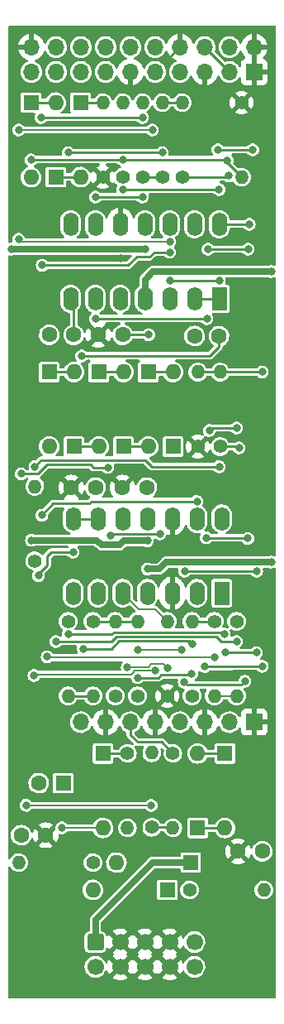
<source format=gbl>
%TF.GenerationSoftware,KiCad,Pcbnew,(6.0.1)*%
%TF.CreationDate,2023-01-25T07:14:57-05:00*%
%TF.ProjectId,ER-VCF-01-DB,45522d56-4346-42d3-9031-2d44422e6b69,3*%
%TF.SameCoordinates,Original*%
%TF.FileFunction,Copper,L2,Bot*%
%TF.FilePolarity,Positive*%
%FSLAX46Y46*%
G04 Gerber Fmt 4.6, Leading zero omitted, Abs format (unit mm)*
G04 Created by KiCad (PCBNEW (6.0.1)) date 2023-01-25 07:14:57*
%MOMM*%
%LPD*%
G01*
G04 APERTURE LIST*
G04 Aperture macros list*
%AMRoundRect*
0 Rectangle with rounded corners*
0 $1 Rounding radius*
0 $2 $3 $4 $5 $6 $7 $8 $9 X,Y pos of 4 corners*
0 Add a 4 corners polygon primitive as box body*
4,1,4,$2,$3,$4,$5,$6,$7,$8,$9,$2,$3,0*
0 Add four circle primitives for the rounded corners*
1,1,$1+$1,$2,$3*
1,1,$1+$1,$4,$5*
1,1,$1+$1,$6,$7*
1,1,$1+$1,$8,$9*
0 Add four rect primitives between the rounded corners*
20,1,$1+$1,$2,$3,$4,$5,0*
20,1,$1+$1,$4,$5,$6,$7,0*
20,1,$1+$1,$6,$7,$8,$9,0*
20,1,$1+$1,$8,$9,$2,$3,0*%
G04 Aperture macros list end*
%TA.AperFunction,ComponentPad*%
%ADD10C,1.400000*%
%TD*%
%TA.AperFunction,ComponentPad*%
%ADD11O,1.400000X1.400000*%
%TD*%
%TA.AperFunction,ComponentPad*%
%ADD12RoundRect,0.250000X-0.600000X0.600000X-0.600000X-0.600000X0.600000X-0.600000X0.600000X0.600000X0*%
%TD*%
%TA.AperFunction,ComponentPad*%
%ADD13C,1.700000*%
%TD*%
%TA.AperFunction,ComponentPad*%
%ADD14C,1.600000*%
%TD*%
%TA.AperFunction,ComponentPad*%
%ADD15R,1.700000X1.700000*%
%TD*%
%TA.AperFunction,ComponentPad*%
%ADD16O,1.700000X1.700000*%
%TD*%
%TA.AperFunction,ComponentPad*%
%ADD17R,1.600000X1.600000*%
%TD*%
%TA.AperFunction,ComponentPad*%
%ADD18O,1.600000X1.600000*%
%TD*%
%TA.AperFunction,ComponentPad*%
%ADD19R,1.600000X2.400000*%
%TD*%
%TA.AperFunction,ComponentPad*%
%ADD20O,1.600000X2.400000*%
%TD*%
%TA.AperFunction,ViaPad*%
%ADD21C,0.800000*%
%TD*%
%TA.AperFunction,Conductor*%
%ADD22C,0.250000*%
%TD*%
%TA.AperFunction,Conductor*%
%ADD23C,0.254000*%
%TD*%
%TA.AperFunction,Conductor*%
%ADD24C,0.203200*%
%TD*%
%TA.AperFunction,Conductor*%
%ADD25C,0.635000*%
%TD*%
G04 APERTURE END LIST*
D10*
%TO.P,R13,1*%
%TO.N,Net-(R13-Pad1)*%
X57404000Y-93190000D03*
D11*
%TO.P,R13,2*%
%TO.N,Net-(R12-Pad2)*%
X57404000Y-100810000D03*
%TD*%
D12*
%TO.P,J1,1,-12V*%
%TO.N,Net-(D14-Pad1)*%
X45212000Y-125984000D03*
D13*
%TO.P,J1,2,-12V*%
X45212000Y-128524000D03*
%TO.P,J1,3,GND*%
%TO.N,GND*%
X47752000Y-125984000D03*
%TO.P,J1,4,GND*%
X47752000Y-128524000D03*
%TO.P,J1,5,GND*%
X50292000Y-125984000D03*
%TO.P,J1,6,GND*%
X50292000Y-128524000D03*
%TO.P,J1,7,GND*%
X52832000Y-125984000D03*
%TO.P,J1,8,GND*%
X52832000Y-128524000D03*
%TO.P,J1,9,+12V*%
%TO.N,Net-(D13-Pad2)*%
X55372000Y-125984000D03*
%TO.P,J1,10,+12V*%
X55372000Y-128524000D03*
%TD*%
D10*
%TO.P,R12,1*%
%TO.N,Net-(R12-Pad1)*%
X59690000Y-93190000D03*
D11*
%TO.P,R12,2*%
%TO.N,Net-(R12-Pad2)*%
X59690000Y-100810000D03*
%TD*%
D14*
%TO.P,C11,1*%
%TO.N,Net-(C11-Pad1)*%
X42993996Y-63880009D03*
%TO.P,C11,2*%
%TO.N,Net-(C11-Pad2)*%
X40493996Y-63880009D03*
%TD*%
D10*
%TO.P,R15,1*%
%TO.N,GND*%
X52578000Y-100810000D03*
D11*
%TO.P,R15,2*%
%TO.N,Net-(R15-Pad2)*%
X52578000Y-93190000D03*
%TD*%
D15*
%TO.P,J2,1,GND*%
%TO.N,GND*%
X61500004Y-37000002D03*
D16*
%TO.P,J2,2,POT6_1_CW*%
X61500004Y-34460002D03*
%TO.P,J2,3,POT6_2_W*%
%TO.N,/POT4-2*%
X58960004Y-37000002D03*
%TO.P,J2,4,POT6_3_CCW*%
%TO.N,+12V*%
X58960004Y-34460002D03*
%TO.P,J2,5,POT4_1_CW*%
%TO.N,GND*%
X56420004Y-37000002D03*
%TO.P,J2,6,POT4_2_W*%
%TO.N,/POT4-2*%
X56420004Y-34460002D03*
%TO.P,J2,7,POT4_3_CCW*%
%TO.N,/J2-T*%
X53880004Y-37000002D03*
%TO.P,J2,8,POT2_1_CW*%
%TO.N,GND*%
X53880004Y-34460002D03*
%TO.P,J2,9,POT2_2_W*%
%TO.N,/POT2-2*%
X51340004Y-37000002D03*
%TO.P,J2,10,POT2_3_CCW*%
%TO.N,/J3-T*%
X51340004Y-34460002D03*
%TO.P,J2,11,POT5_1_CW*%
%TO.N,GND*%
X48800004Y-37000002D03*
%TO.P,J2,12,POT5_2_W*%
%TO.N,/POT5-2*%
X48800004Y-34460002D03*
%TO.P,J2,13,POT5_3_CCW*%
%TO.N,/POT5-3*%
X46260004Y-37000002D03*
%TO.P,J2,14,POT3_1_CW*%
%TO.N,unconnected-(J2-Pad14)*%
X46260004Y-34460002D03*
%TO.P,J2,15,POT3_2_W*%
%TO.N,unconnected-(J2-Pad15)*%
X43720004Y-37000002D03*
%TO.P,J2,16,POT3_3_CCW*%
%TO.N,unconnected-(J2-Pad16)*%
X43720004Y-34460002D03*
%TO.P,J2,17,POT1_1_CW*%
%TO.N,unconnected-(J2-Pad17)*%
X41180004Y-37000002D03*
%TO.P,J2,18,POT1_2_W*%
%TO.N,unconnected-(J2-Pad18)*%
X41180004Y-34460002D03*
%TO.P,J2,19,POT1_3_CCW*%
%TO.N,unconnected-(J2-Pad19)*%
X38640004Y-37000002D03*
%TO.P,J2,20,GND*%
%TO.N,GND*%
X38640004Y-34460002D03*
%TD*%
D17*
%TO.P,D1,1,K*%
%TO.N,Net-(D1-Pad1)*%
X43688000Y-40132000D03*
D18*
%TO.P,D1,2,A*%
%TO.N,Net-(D1-Pad2)*%
X43688000Y-47752000D03*
%TD*%
D14*
%TO.P,C6,1*%
%TO.N,GND*%
X40112000Y-115062000D03*
%TO.P,C6,2*%
%TO.N,-12V*%
X37612000Y-115062000D03*
%TD*%
D10*
%TO.P,R11,1*%
%TO.N,Net-(R11-Pad1)*%
X39000000Y-87000000D03*
D11*
%TO.P,R11,2*%
%TO.N,/AUDIO*%
X39000000Y-79380000D03*
%TD*%
D14*
%TO.P,C5,1*%
%TO.N,+12V*%
X62337000Y-116713000D03*
%TO.P,C5,2*%
%TO.N,GND*%
X59837000Y-116713000D03*
%TD*%
D10*
%TO.P,R21,1*%
%TO.N,/J3-T*%
X53158000Y-106690000D03*
D11*
%TO.P,R21,2*%
%TO.N,Net-(R21-Pad2)*%
X53158000Y-114310000D03*
%TD*%
D10*
%TO.P,R1,1*%
%TO.N,GND*%
X60198000Y-40132000D03*
D11*
%TO.P,R1,2*%
%TO.N,/POT4-2*%
X60198000Y-47752000D03*
%TD*%
D17*
%TO.P,D3,1,K*%
%TO.N,Net-(D2-Pad2)*%
X38608000Y-40132000D03*
D18*
%TO.P,D3,2,A*%
%TO.N,/POT4-2*%
X38608000Y-47752000D03*
%TD*%
D17*
%TO.P,D14,1,K*%
%TO.N,Net-(D14-Pad1)*%
X54991000Y-117856000D03*
D18*
%TO.P,D14,2,A*%
%TO.N,Net-(D14-Pad2)*%
X47371000Y-117856000D03*
%TD*%
D17*
%TO.P,D9,1,K*%
%TO.N,Net-(C11-Pad2)*%
X40474000Y-67690000D03*
D18*
%TO.P,D9,2,A*%
%TO.N,Net-(R12-Pad2)*%
X40474000Y-75310000D03*
%TD*%
D17*
%TO.P,D7,1,K*%
%TO.N,Net-(C3-Pad1)*%
X45554000Y-67690000D03*
D18*
%TO.P,D7,2,A*%
%TO.N,Net-(C2-Pad1)*%
X45554000Y-75310000D03*
%TD*%
D10*
%TO.P,R5,1*%
%TO.N,Net-(R5-Pad1)*%
X52070000Y-47752000D03*
D11*
%TO.P,R5,2*%
%TO.N,Net-(R2-Pad2)*%
X52070000Y-40132000D03*
%TD*%
D10*
%TO.P,R2,1*%
%TO.N,/J4-T*%
X54102000Y-47752000D03*
D11*
%TO.P,R2,2*%
%TO.N,Net-(R2-Pad2)*%
X54102000Y-40132000D03*
%TD*%
D10*
%TO.P,R22,1*%
%TO.N,Net-(R21-Pad2)*%
X51000000Y-114244000D03*
D11*
%TO.P,R22,2*%
%TO.N,Net-(R22-Pad2)*%
X51000000Y-106624000D03*
%TD*%
D14*
%TO.P,C12,1*%
%TO.N,Net-(C11-Pad1)*%
X57892010Y-64008000D03*
%TO.P,C12,2*%
%TO.N,Net-(C12-Pad2)*%
X55392010Y-64008000D03*
%TD*%
D10*
%TO.P,R14,1*%
%TO.N,/AUDIO*%
X55118000Y-100810000D03*
D11*
%TO.P,R14,2*%
%TO.N,Net-(R13-Pad1)*%
X55118000Y-93190000D03*
%TD*%
D17*
%TO.P,D10,1,K*%
%TO.N,Net-(D10-Pad1)*%
X58500000Y-106690000D03*
D18*
%TO.P,D10,2,A*%
%TO.N,Net-(C11-Pad1)*%
X58500000Y-114310000D03*
%TD*%
D10*
%TO.P,R18,1*%
%TO.N,Net-(R16-Pad2)*%
X44958000Y-93190000D03*
D11*
%TO.P,R18,2*%
%TO.N,Net-(D4-Pad1)*%
X44958000Y-100810000D03*
%TD*%
D17*
%TO.P,D8,1,K*%
%TO.N,Net-(C2-Pad1)*%
X43014000Y-75310000D03*
D18*
%TO.P,D8,2,A*%
%TO.N,Net-(C11-Pad2)*%
X43014000Y-67690000D03*
%TD*%
D17*
%TO.P,D11,1,K*%
%TO.N,Net-(C11-Pad1)*%
X55698000Y-114310000D03*
D18*
%TO.P,D11,2,A*%
%TO.N,Net-(D10-Pad1)*%
X55698000Y-106690000D03*
%TD*%
D10*
%TO.P,R6,1*%
%TO.N,Net-(R5-Pad1)*%
X50038000Y-47752000D03*
D11*
%TO.P,R6,2*%
%TO.N,/POT5-3*%
X50038000Y-40132000D03*
%TD*%
D14*
%TO.P,C4,1*%
%TO.N,Net-(C4-Pad1)*%
X50500001Y-79499993D03*
%TO.P,C4,2*%
%TO.N,GND*%
X48000001Y-79499993D03*
%TD*%
D10*
%TO.P,R7,1*%
%TO.N,Net-(R22-Pad2)*%
X48006000Y-47752000D03*
D11*
%TO.P,R7,2*%
%TO.N,/POT4-2*%
X48006000Y-40132000D03*
%TD*%
D14*
%TO.P,C3,1*%
%TO.N,Net-(C3-Pad1)*%
X48006000Y-63880009D03*
%TO.P,C3,2*%
%TO.N,GND*%
X45506000Y-63880009D03*
%TD*%
D17*
%TO.P,D13,1,K*%
%TO.N,Net-(D13-Pad1)*%
X52578000Y-120650000D03*
D18*
%TO.P,D13,2,A*%
%TO.N,Net-(D13-Pad2)*%
X44958000Y-120650000D03*
%TD*%
D17*
%TO.P,C1,1*%
%TO.N,/J1-T*%
X41910000Y-109728000D03*
D14*
%TO.P,C1,2*%
%TO.N,Net-(C1-Pad2)*%
X39410000Y-109728000D03*
%TD*%
D10*
%TO.P,R19,1*%
%TO.N,Net-(R19-Pad1)*%
X42418000Y-93190000D03*
D11*
%TO.P,R19,2*%
%TO.N,Net-(D4-Pad1)*%
X42418000Y-100810000D03*
%TD*%
D10*
%TO.P,R16,1*%
%TO.N,/AUDIO*%
X49530000Y-100810000D03*
D11*
%TO.P,R16,2*%
%TO.N,Net-(R16-Pad2)*%
X49530000Y-93190000D03*
%TD*%
D17*
%TO.P,D5,1,K*%
%TO.N,Net-(C12-Pad2)*%
X50634000Y-67690000D03*
D18*
%TO.P,D5,2,A*%
%TO.N,Net-(C4-Pad1)*%
X50634000Y-75310000D03*
%TD*%
D10*
%TO.P,R24,1*%
%TO.N,Net-(D13-Pad1)*%
X54864000Y-120650000D03*
D11*
%TO.P,R24,2*%
%TO.N,+12V*%
X62484000Y-120650000D03*
%TD*%
D10*
%TO.P,R9,1*%
%TO.N,Net-(C11-Pad1)*%
X58000000Y-75310000D03*
D11*
%TO.P,R9,2*%
%TO.N,Net-(D10-Pad1)*%
X58000000Y-67690000D03*
%TD*%
D10*
%TO.P,R10,1*%
%TO.N,GND*%
X55714000Y-75310000D03*
D11*
%TO.P,R10,2*%
%TO.N,Net-(D10-Pad1)*%
X55714000Y-67690000D03*
%TD*%
D17*
%TO.P,D6,1,K*%
%TO.N,Net-(C4-Pad1)*%
X48094000Y-75310000D03*
D18*
%TO.P,D6,2,A*%
%TO.N,Net-(C3-Pad1)*%
X48094000Y-67690000D03*
%TD*%
D19*
%TO.P,U1,1*%
%TO.N,/POT5-3*%
X57912000Y-60198000D03*
D20*
%TO.P,U1,2,-*%
X55372000Y-60198000D03*
%TO.P,U1,3,+*%
%TO.N,Net-(C3-Pad1)*%
X52832000Y-60198000D03*
%TO.P,U1,4,V+*%
%TO.N,+12V*%
X50292000Y-60198000D03*
%TO.P,U1,5,+*%
%TO.N,/POT5-2*%
X47752000Y-60198000D03*
%TO.P,U1,6,-*%
%TO.N,Net-(D10-Pad1)*%
X45212000Y-60198000D03*
%TO.P,U1,7*%
%TO.N,Net-(C11-Pad1)*%
X42672000Y-60198000D03*
%TO.P,U1,8*%
%TO.N,Net-(R2-Pad2)*%
X42672000Y-52578000D03*
%TO.P,U1,9,-*%
%TO.N,Net-(R5-Pad1)*%
X45212000Y-52578000D03*
%TO.P,U1,10,+*%
%TO.N,GND*%
X47752000Y-52578000D03*
%TO.P,U1,11,V-*%
%TO.N,-12V*%
X50292000Y-52578000D03*
%TO.P,U1,12,+*%
%TO.N,/POT2-2*%
X52832000Y-52578000D03*
%TO.P,U1,13,-*%
%TO.N,Net-(R21-Pad2)*%
X55372000Y-52578000D03*
%TO.P,U1,14*%
%TO.N,Net-(R22-Pad2)*%
X57912000Y-52578000D03*
%TD*%
D17*
%TO.P,D12,1,K*%
%TO.N,/CV*%
X46000000Y-106690000D03*
D18*
%TO.P,D12,2,A*%
%TO.N,Net-(D12-Pad2)*%
X46000000Y-114310000D03*
%TD*%
D10*
%TO.P,R8,1*%
%TO.N,GND*%
X45974000Y-47752000D03*
D11*
%TO.P,R8,2*%
%TO.N,Net-(D1-Pad1)*%
X45974000Y-40132000D03*
%TD*%
D10*
%TO.P,R25,1*%
%TO.N,Net-(D14-Pad2)*%
X44958000Y-117856000D03*
D11*
%TO.P,R25,2*%
%TO.N,-12V*%
X37338000Y-117856000D03*
%TD*%
D14*
%TO.P,C2,1*%
%TO.N,Net-(C2-Pad1)*%
X45249998Y-79499993D03*
%TO.P,C2,2*%
%TO.N,GND*%
X42749998Y-79499993D03*
%TD*%
D10*
%TO.P,R23,1*%
%TO.N,/CV*%
X48500000Y-106690000D03*
D11*
%TO.P,R23,2*%
%TO.N,Net-(R15-Pad2)*%
X48500000Y-114310000D03*
%TD*%
D17*
%TO.P,D4,1,K*%
%TO.N,Net-(D4-Pad1)*%
X53174000Y-75310000D03*
D18*
%TO.P,D4,2,A*%
%TO.N,Net-(C12-Pad2)*%
X53174000Y-67690000D03*
%TD*%
D17*
%TO.P,D2,1,K*%
%TO.N,Net-(D1-Pad2)*%
X41148000Y-47752000D03*
D18*
%TO.P,D2,2,A*%
%TO.N,Net-(D2-Pad2)*%
X41148000Y-40132000D03*
%TD*%
D15*
%TO.P,J3,1,J4-S*%
%TO.N,GND*%
X61500004Y-103499996D03*
D16*
%TO.P,J3,2,J4-T*%
%TO.N,/J4-T*%
X58960004Y-103499996D03*
%TO.P,J3,3,J2-S*%
%TO.N,GND*%
X56420004Y-103499996D03*
%TO.P,J3,4,J2-T*%
%TO.N,/J2-T*%
X53880004Y-103499996D03*
%TO.P,J3,5,J3-S*%
%TO.N,GND*%
X51340004Y-103499996D03*
%TO.P,J3,6,J3-T*%
%TO.N,/J3-T*%
X48800004Y-103499996D03*
%TO.P,J3,7,J1-S*%
%TO.N,GND*%
X46260004Y-103499996D03*
%TO.P,J3,8,J1-T*%
%TO.N,/J1-T*%
X43720004Y-103499996D03*
%TD*%
D10*
%TO.P,R17,1*%
%TO.N,/CV*%
X47244000Y-100810000D03*
D11*
%TO.P,R17,2*%
%TO.N,Net-(R16-Pad2)*%
X47244000Y-93190000D03*
%TD*%
D19*
%TO.P,U2,1*%
%TO.N,Net-(R19-Pad1)*%
X58166000Y-90299997D03*
D20*
%TO.P,U2,2,-*%
%TO.N,Net-(R16-Pad2)*%
X55626000Y-90299997D03*
%TO.P,U2,3,+*%
%TO.N,GND*%
X53086000Y-90299997D03*
%TO.P,U2,4,V+*%
%TO.N,+12V*%
X50546000Y-90299997D03*
%TO.P,U2,5,+*%
%TO.N,Net-(R15-Pad2)*%
X48006000Y-90299997D03*
%TO.P,U2,6,-*%
%TO.N,Net-(R13-Pad1)*%
X45466000Y-90299997D03*
%TO.P,U2,7*%
%TO.N,Net-(R12-Pad1)*%
X42926000Y-90299997D03*
%TO.P,U2,8*%
%TO.N,Net-(D12-Pad2)*%
X42926000Y-82679997D03*
%TO.P,U2,9,-*%
X45466000Y-82679997D03*
%TO.P,U2,10,+*%
%TO.N,/POT4-2*%
X48006000Y-82679997D03*
%TO.P,U2,11,V-*%
%TO.N,-12V*%
X50546000Y-82679997D03*
%TO.P,U2,12,+*%
%TO.N,GND*%
X53086000Y-82679997D03*
%TO.P,U2,13,-*%
%TO.N,Net-(R11-Pad1)*%
X55626000Y-82679997D03*
%TO.P,U2,14*%
%TO.N,/AUDIO*%
X58166000Y-82679997D03*
%TD*%
D21*
%TO.N,Net-(C3-Pad1)*%
X50673991Y-63880009D03*
%TO.N,Net-(R2-Pad2)*%
X42418000Y-45247500D03*
X52070000Y-45247500D03*
%TO.N,Net-(C11-Pad1)*%
X43815000Y-66040000D03*
X59944000Y-75438000D03*
%TO.N,Net-(D4-Pad1)*%
X46736000Y-84427000D03*
X51816000Y-84226400D03*
%TO.N,/J2-T*%
X60541980Y-99305489D03*
X56769000Y-55118000D03*
X54332112Y-99395411D03*
X60875989Y-55118000D03*
%TO.N,Net-(D10-Pad1)*%
X62329000Y-97790000D03*
X56404225Y-97806225D03*
X62329000Y-67691000D03*
X45212000Y-62230000D03*
X56642000Y-62230000D03*
%TO.N,Net-(D12-Pad2)*%
X41783000Y-114300000D03*
X39370000Y-88519000D03*
X42926000Y-86106000D03*
%TO.N,-12V*%
X50292000Y-55118000D03*
X38658800Y-84886800D03*
X50546000Y-84952900D03*
X36576000Y-55118000D03*
%TO.N,+12V*%
X63246000Y-57404000D03*
X61341000Y-44958000D03*
X50546000Y-87833200D03*
X57785000Y-44958000D03*
X63246000Y-87122000D03*
%TO.N,/POT4-2*%
X58737500Y-46037500D03*
X46482000Y-77434500D03*
X48006000Y-45974000D03*
X38608000Y-45974000D03*
X37592000Y-78105000D03*
%TO.N,/POT2-2*%
X52832000Y-54356000D03*
X51054000Y-42926000D03*
X37338000Y-42926000D03*
X37338000Y-54102000D03*
%TO.N,/POT5-3*%
X52832000Y-58321000D03*
X39624000Y-41656000D03*
X57912000Y-58321000D03*
X50038000Y-41656000D03*
X52832000Y-55422800D03*
X39758489Y-56761511D03*
%TO.N,/J4-T*%
X59690000Y-73406000D03*
X56896000Y-73660000D03*
X60833000Y-84709000D03*
X58547000Y-96393000D03*
X56578500Y-84645500D03*
X61722000Y-96393000D03*
X58904947Y-47622695D03*
%TO.N,/AUDIO*%
X55113722Y-98516500D03*
X39014400Y-77368400D03*
X49530000Y-98938200D03*
X57912000Y-77368400D03*
%TO.N,Net-(R5-Pad1)*%
X45212000Y-49784000D03*
X50038000Y-49784000D03*
%TO.N,Net-(R11-Pad1)*%
X55626000Y-80924400D03*
X39725600Y-82321400D03*
%TO.N,Net-(R12-Pad2)*%
X40275541Y-96806167D03*
X57404000Y-96901000D03*
%TO.N,Net-(R13-Pad1)*%
X43942000Y-95976500D03*
X55118000Y-95464820D03*
%TO.N,Net-(R19-Pad1)*%
X58420000Y-94488000D03*
X42418000Y-94488000D03*
%TO.N,Net-(R22-Pad2)*%
X54356000Y-88039000D03*
X48006000Y-49022000D03*
X61757500Y-88039000D03*
X57911147Y-49026267D03*
X60995500Y-52578000D03*
%TO.N,Net-(R16-Pad2)*%
X49530000Y-96062800D03*
X54051200Y-96113600D03*
%TO.N,Net-(R21-Pad2)*%
X38118111Y-111995889D03*
X38912800Y-98729800D03*
X51308000Y-98237100D03*
X50927000Y-112014000D03*
%TO.N,Net-(R15-Pad2)*%
X52578000Y-97942400D03*
X48477586Y-97901700D03*
%TO.N,GND*%
X47752000Y-56035000D03*
%TO.N,Net-(R12-Pad1)*%
X41148000Y-95250000D03*
X59690000Y-95250000D03*
%TD*%
D22*
%TO.N,/POT5-3*%
X55372000Y-60198000D02*
X57912000Y-60198000D01*
D23*
%TO.N,Net-(C2-Pad1)*%
X43014000Y-75310000D02*
X45554000Y-75310000D01*
%TO.N,Net-(R2-Pad2)*%
X52070000Y-40132000D02*
X54102000Y-40132000D01*
X42418000Y-45247500D02*
X52070000Y-45247500D01*
%TO.N,Net-(C3-Pad1)*%
X45554000Y-67690000D02*
X48094000Y-67690000D01*
X48006000Y-63880009D02*
X50673991Y-63880009D01*
%TO.N,Net-(C4-Pad1)*%
X50634000Y-75310000D02*
X48094000Y-75310000D01*
%TO.N,Net-(C11-Pad1)*%
X55698000Y-114310000D02*
X58500000Y-114310000D01*
X43815000Y-66040000D02*
X56896000Y-66040000D01*
X58000000Y-75310000D02*
X59816000Y-75310000D01*
X56896000Y-66040000D02*
X57848500Y-65087500D01*
X42993996Y-63880009D02*
X42993996Y-60519996D01*
X57892010Y-64008000D02*
X57892010Y-65043990D01*
X59816000Y-75310000D02*
X59944000Y-75438000D01*
X57892010Y-65043990D02*
X57848500Y-65087500D01*
%TO.N,Net-(C11-Pad2)*%
X40474000Y-67690000D02*
X43014000Y-67690000D01*
%TO.N,Net-(C12-Pad2)*%
X50634000Y-67690000D02*
X53174000Y-67690000D01*
%TO.N,Net-(D1-Pad1)*%
X43688000Y-40132000D02*
X45974000Y-40132000D01*
%TO.N,Net-(D1-Pad2)*%
X41148000Y-47752000D02*
X43688000Y-47752000D01*
%TO.N,Net-(D2-Pad2)*%
X38608000Y-40132000D02*
X41148000Y-40132000D01*
%TO.N,/CV*%
X46000000Y-106690000D02*
X48500000Y-106690000D01*
%TO.N,Net-(D4-Pad1)*%
X42418000Y-100810000D02*
X44958000Y-100810000D01*
D24*
X51816000Y-84226400D02*
X46936600Y-84226400D01*
D23*
X51460400Y-84226400D02*
X46936600Y-84226400D01*
D24*
X46936600Y-84226400D02*
X46736000Y-84427000D01*
D22*
%TO.N,/J2-T*%
X56769000Y-55118000D02*
X60875989Y-55118000D01*
X60157358Y-99690111D02*
X60541980Y-99305489D01*
X54626812Y-99690111D02*
X60157358Y-99690111D01*
X54626812Y-99690111D02*
X54332112Y-99395411D01*
D23*
%TO.N,Net-(D10-Pad1)*%
X62328000Y-67690000D02*
X62329000Y-67691000D01*
X56404225Y-97806225D02*
X59165775Y-97806225D01*
X59182000Y-97790000D02*
X62329000Y-97790000D01*
X59165775Y-97806225D02*
X59182000Y-97790000D01*
X55714000Y-67690000D02*
X58000000Y-67690000D01*
X55698000Y-106690000D02*
X58500000Y-106690000D01*
X45212000Y-62230000D02*
X56642000Y-62230000D01*
X58000000Y-67690000D02*
X62328000Y-67690000D01*
D24*
%TO.N,Net-(D12-Pad2)*%
X41793000Y-114310000D02*
X41783000Y-114300000D01*
D23*
X40259000Y-86537800D02*
X40259000Y-87503000D01*
X40690800Y-86106000D02*
X40259000Y-86537800D01*
X40259000Y-87503000D02*
X39166800Y-88595200D01*
X42926000Y-82679997D02*
X45466000Y-82679997D01*
D24*
X46000000Y-114310000D02*
X41793000Y-114310000D01*
D23*
X42926000Y-86106000D02*
X40690800Y-86106000D01*
D25*
%TO.N,-12V*%
X36576000Y-55118000D02*
X50292000Y-55118000D01*
X45821600Y-85344000D02*
X47701200Y-85344000D01*
X48092300Y-84952900D02*
X47701200Y-85344000D01*
X45821600Y-85344000D02*
X45364400Y-84886800D01*
X50546000Y-84952900D02*
X48092300Y-84952900D01*
X38658800Y-84886800D02*
X45364400Y-84886800D01*
%TO.N,+12V*%
X52476400Y-87122000D02*
X51765200Y-87833200D01*
X51104800Y-57404000D02*
X63246000Y-57404000D01*
X51765200Y-87833200D02*
X50546000Y-87833200D01*
X51104800Y-57404000D02*
X50292000Y-58216800D01*
X63246000Y-87122000D02*
X52476400Y-87122000D01*
X50292000Y-58216800D02*
X50292000Y-60198000D01*
D22*
X57785000Y-44958000D02*
X61341000Y-44958000D01*
D23*
%TO.N,/POT4-2*%
X44976980Y-77434500D02*
X44704000Y-77161520D01*
X48006000Y-45974000D02*
X58674000Y-45974000D01*
X56420004Y-34460002D02*
X58960004Y-37000002D01*
X58674000Y-45974000D02*
X58737500Y-46037500D01*
X58610500Y-46164500D02*
X60198000Y-47752000D01*
X40248723Y-77161520D02*
X44704000Y-77161520D01*
X58737500Y-46037500D02*
X58610500Y-46164500D01*
X48006000Y-45974000D02*
X38608000Y-45974000D01*
X46482000Y-77434500D02*
X44976980Y-77434500D01*
X39305243Y-78105000D02*
X40248723Y-77161520D01*
X37592000Y-78105000D02*
X39305243Y-78105000D01*
D24*
%TO.N,/POT2-2*%
X37338000Y-42926000D02*
X51054000Y-42926000D01*
X52832000Y-54356000D02*
X37592000Y-54356000D01*
X37592000Y-54356000D02*
X37338000Y-54102000D01*
D23*
%TO.N,/POT5-3*%
X52832000Y-55422800D02*
X51257200Y-55422800D01*
X39758489Y-56761511D02*
X48597689Y-56761511D01*
X52832000Y-58321000D02*
X57912000Y-58321000D01*
X50038000Y-41656000D02*
X39624000Y-41656000D01*
X50774600Y-55905400D02*
X49453800Y-55905400D01*
X49453800Y-55905400D02*
X48597689Y-56761511D01*
X51257200Y-55422800D02*
X50774600Y-55905400D01*
D25*
%TO.N,Net-(D14-Pad1)*%
X45212000Y-123698000D02*
X45212000Y-125984000D01*
X54991000Y-117856000D02*
X51054000Y-117856000D01*
X51054000Y-117856000D02*
X45212000Y-123698000D01*
D22*
%TO.N,/J4-T*%
X60769500Y-84645500D02*
X60833000Y-84709000D01*
X54102000Y-47752000D02*
X58775642Y-47752000D01*
X56578500Y-84645500D02*
X60769500Y-84645500D01*
X58547000Y-96393000D02*
X61722000Y-96393000D01*
X59690000Y-73406000D02*
X57150000Y-73406000D01*
X57150000Y-73406000D02*
X56896000Y-73660000D01*
X58775642Y-47752000D02*
X58904947Y-47622695D01*
D23*
%TO.N,/AUDIO*%
X39624000Y-76708000D02*
X50368200Y-76708000D01*
X49555411Y-98963611D02*
X51658389Y-98963611D01*
X49530000Y-98938200D02*
X49555411Y-98963611D01*
X39014400Y-77368400D02*
X39014400Y-77317600D01*
X39014400Y-77317600D02*
X39624000Y-76708000D01*
X50368200Y-76708000D02*
X51028600Y-77368400D01*
X51953089Y-98668911D02*
X51658389Y-98963611D01*
X51028600Y-77368400D02*
X57912000Y-77368400D01*
X55113722Y-98516500D02*
X54961311Y-98668911D01*
X54961311Y-98668911D02*
X51953089Y-98668911D01*
%TO.N,Net-(R5-Pad1)*%
X45212000Y-49784000D02*
X50038000Y-49784000D01*
X50038000Y-47752000D02*
X52070000Y-47752000D01*
%TO.N,Net-(R11-Pad1)*%
X44805600Y-80924400D02*
X44576523Y-81153477D01*
X40893523Y-81153477D02*
X39725600Y-82321400D01*
X55626000Y-80924400D02*
X44805600Y-80924400D01*
X44576523Y-81153477D02*
X40893523Y-81153477D01*
D24*
%TO.N,Net-(R12-Pad2)*%
X57404000Y-96901000D02*
X40370374Y-96901000D01*
X57404000Y-100810000D02*
X59690000Y-100810000D01*
X40370374Y-96901000D02*
X40275541Y-96806167D01*
D23*
%TO.N,Net-(R13-Pad1)*%
X47657760Y-95191840D02*
X54845020Y-95191840D01*
D24*
X55118000Y-95668020D02*
X54819620Y-95369640D01*
D23*
X55118000Y-93190000D02*
X57404000Y-93190000D01*
X54845020Y-95191840D02*
X55118000Y-95464820D01*
X43942000Y-95976500D02*
X46873100Y-95976500D01*
X46873100Y-95976500D02*
X47657760Y-95191840D01*
X54641820Y-95191840D02*
X55118000Y-95668020D01*
%TO.N,Net-(R19-Pad1)*%
X58216800Y-94284800D02*
X58420000Y-94488000D01*
X46888400Y-94488000D02*
X47091600Y-94284800D01*
X47091600Y-94284800D02*
X58216800Y-94284800D01*
X42418000Y-94488000D02*
X46888400Y-94488000D01*
%TO.N,Net-(R22-Pad2)*%
X57906880Y-49022000D02*
X57911147Y-49026267D01*
X54356000Y-88039000D02*
X61757500Y-88039000D01*
X48006000Y-49022000D02*
X57906880Y-49022000D01*
X57912000Y-52578000D02*
X60995500Y-52578000D01*
D24*
%TO.N,Net-(R16-Pad2)*%
X49530000Y-96062800D02*
X54051200Y-96062800D01*
D23*
X44958000Y-93190000D02*
X47244000Y-93190000D01*
X47244000Y-93190000D02*
X49530000Y-93190000D01*
D24*
%TO.N,Net-(R21-Pad2)*%
X39039800Y-98602800D02*
X38912800Y-98729800D01*
D23*
X51000000Y-114244000D02*
X53092000Y-114244000D01*
D24*
X50927000Y-112014000D02*
X38136222Y-112014000D01*
X49133700Y-98237100D02*
X51308000Y-98237100D01*
X48873878Y-98602800D02*
X49133700Y-98342978D01*
X39039800Y-98602800D02*
X48873878Y-98602800D01*
X38136222Y-112014000D02*
X38118111Y-111995889D01*
X49133700Y-98342978D02*
X49133700Y-98237100D01*
%TO.N,Net-(R15-Pad2)*%
X48544906Y-97834380D02*
X48477586Y-97901700D01*
X50952400Y-97536000D02*
X52171600Y-97536000D01*
X48544906Y-97834380D02*
X50654020Y-97834380D01*
X52578000Y-93190000D02*
X51375598Y-91987598D01*
X50654020Y-97834380D02*
X50952400Y-97536000D01*
X51375598Y-91987598D02*
X49693602Y-91987598D01*
X49693602Y-91987598D02*
X48006000Y-90299997D01*
X52171600Y-97536000D02*
X52578000Y-97942400D01*
D22*
%TO.N,GND*%
X52653006Y-35687000D02*
X53880004Y-34460002D01*
%TO.N,/J3-T*%
X52005000Y-105537000D02*
X53158000Y-106690000D01*
X48800004Y-104807004D02*
X49530000Y-105537000D01*
X49530000Y-105537000D02*
X52005000Y-105537000D01*
X48800004Y-104807004D02*
X48800004Y-103499996D01*
D23*
%TO.N,Net-(R12-Pad1)*%
X41148000Y-95250000D02*
X46888400Y-95250000D01*
X58154557Y-95250000D02*
X57642877Y-94738320D01*
X47400080Y-94738320D02*
X57642877Y-94738320D01*
X59690000Y-95250000D02*
X58154557Y-95250000D01*
X46888400Y-95250000D02*
X47400080Y-94738320D01*
%TD*%
%TA.AperFunction,Conductor*%
%TO.N,GND*%
G36*
X63688121Y-32274002D02*
G01*
X63734614Y-32327658D01*
X63746000Y-32380000D01*
X63746000Y-56718835D01*
X63725998Y-56786956D01*
X63672342Y-56833449D01*
X63602068Y-56843553D01*
X63561041Y-56830189D01*
X63488989Y-56792039D01*
X63488986Y-56792038D01*
X63482274Y-56788484D01*
X63328633Y-56749892D01*
X63321034Y-56749852D01*
X63321033Y-56749852D01*
X63255181Y-56749507D01*
X63170221Y-56749062D01*
X63162841Y-56750834D01*
X63162839Y-56750834D01*
X63023563Y-56784271D01*
X63023560Y-56784272D01*
X63016184Y-56786043D01*
X63009439Y-56789524D01*
X63009440Y-56789524D01*
X62954334Y-56817966D01*
X62896544Y-56832000D01*
X51150551Y-56832000D01*
X51134104Y-56830922D01*
X51112988Y-56828142D01*
X51104800Y-56827064D01*
X50955478Y-56846723D01*
X50816332Y-56904359D01*
X50732311Y-56968831D01*
X50696845Y-56996045D01*
X50691819Y-57002595D01*
X50678851Y-57019495D01*
X50667984Y-57031886D01*
X49919886Y-57779984D01*
X49907495Y-57790851D01*
X49884045Y-57808845D01*
X49861025Y-57838845D01*
X49861024Y-57838846D01*
X49829570Y-57879838D01*
X49792359Y-57928332D01*
X49734723Y-58067478D01*
X49720000Y-58179308D01*
X49720000Y-58179314D01*
X49715065Y-58216800D01*
X49716143Y-58224988D01*
X49716143Y-58224989D01*
X49718922Y-58246098D01*
X49720000Y-58262544D01*
X49720000Y-58844401D01*
X49699998Y-58912522D01*
X49672952Y-58942598D01*
X49642770Y-58966865D01*
X49550635Y-59040943D01*
X49417708Y-59199360D01*
X49318082Y-59380578D01*
X49255553Y-59577696D01*
X49237500Y-59738640D01*
X49237500Y-60650034D01*
X49252578Y-60803811D01*
X49312349Y-61001783D01*
X49409435Y-61184375D01*
X49413326Y-61189145D01*
X49413328Y-61189149D01*
X49536242Y-61339857D01*
X49536245Y-61339860D01*
X49540137Y-61344632D01*
X49544884Y-61348559D01*
X49544886Y-61348561D01*
X49694729Y-61472522D01*
X49694734Y-61472525D01*
X49699478Y-61476450D01*
X49704897Y-61479380D01*
X49704900Y-61479382D01*
X49875968Y-61571878D01*
X49875973Y-61571880D01*
X49881388Y-61574808D01*
X49942825Y-61593826D01*
X49969667Y-61602135D01*
X50028827Y-61641386D01*
X50057374Y-61706391D01*
X50046245Y-61776510D01*
X49998974Y-61829481D01*
X49932408Y-61848500D01*
X48112543Y-61848500D01*
X48044422Y-61828498D01*
X47997929Y-61774842D01*
X47987825Y-61704568D01*
X48017319Y-61639988D01*
X48076968Y-61601627D01*
X48143015Y-61582188D01*
X48143014Y-61582188D01*
X48148934Y-61580446D01*
X48157645Y-61575892D01*
X48326739Y-61487492D01*
X48326743Y-61487489D01*
X48332199Y-61484637D01*
X48493365Y-61355057D01*
X48626292Y-61196640D01*
X48725918Y-61015422D01*
X48788447Y-60818304D01*
X48806500Y-60657360D01*
X48806500Y-59745966D01*
X48791422Y-59592189D01*
X48731651Y-59394217D01*
X48634565Y-59211625D01*
X48630674Y-59206855D01*
X48630672Y-59206851D01*
X48507758Y-59056143D01*
X48507755Y-59056140D01*
X48503863Y-59051368D01*
X48496966Y-59045662D01*
X48349271Y-58923478D01*
X48349266Y-58923475D01*
X48344522Y-58919550D01*
X48339103Y-58916620D01*
X48339100Y-58916618D01*
X48168032Y-58824122D01*
X48168027Y-58824120D01*
X48162612Y-58821192D01*
X47965063Y-58760040D01*
X47958938Y-58759396D01*
X47958937Y-58759396D01*
X47765526Y-58739068D01*
X47765524Y-58739068D01*
X47759397Y-58738424D01*
X47633229Y-58749906D01*
X47559591Y-58756607D01*
X47559590Y-58756607D01*
X47553450Y-58757166D01*
X47355066Y-58815554D01*
X47349601Y-58818411D01*
X47177261Y-58908508D01*
X47177257Y-58908511D01*
X47171801Y-58911363D01*
X47010635Y-59040943D01*
X46877708Y-59199360D01*
X46778082Y-59380578D01*
X46715553Y-59577696D01*
X46697500Y-59738640D01*
X46697500Y-60650034D01*
X46712578Y-60803811D01*
X46772349Y-61001783D01*
X46869435Y-61184375D01*
X46873326Y-61189145D01*
X46873328Y-61189149D01*
X46996242Y-61339857D01*
X46996245Y-61339860D01*
X47000137Y-61344632D01*
X47004884Y-61348559D01*
X47004886Y-61348561D01*
X47154729Y-61472522D01*
X47154734Y-61472525D01*
X47159478Y-61476450D01*
X47164897Y-61479380D01*
X47164900Y-61479382D01*
X47335968Y-61571878D01*
X47335973Y-61571880D01*
X47341388Y-61574808D01*
X47402825Y-61593826D01*
X47429667Y-61602135D01*
X47488827Y-61641386D01*
X47517374Y-61706391D01*
X47506245Y-61776510D01*
X47458974Y-61829481D01*
X47392408Y-61848500D01*
X45810283Y-61848500D01*
X45742162Y-61828498D01*
X45715768Y-61805824D01*
X45710853Y-61800249D01*
X45706553Y-61793992D01*
X45700887Y-61788944D01*
X45700881Y-61788937D01*
X45655524Y-61748527D01*
X45617968Y-61688278D01*
X45618947Y-61617288D01*
X45658151Y-61558097D01*
X45680963Y-61542790D01*
X45792199Y-61484637D01*
X45953365Y-61355057D01*
X46086292Y-61196640D01*
X46185918Y-61015422D01*
X46248447Y-60818304D01*
X46266500Y-60657360D01*
X46266500Y-59745966D01*
X46251422Y-59592189D01*
X46191651Y-59394217D01*
X46094565Y-59211625D01*
X46090674Y-59206855D01*
X46090672Y-59206851D01*
X45967758Y-59056143D01*
X45967755Y-59056140D01*
X45963863Y-59051368D01*
X45956966Y-59045662D01*
X45809271Y-58923478D01*
X45809266Y-58923475D01*
X45804522Y-58919550D01*
X45799103Y-58916620D01*
X45799100Y-58916618D01*
X45628032Y-58824122D01*
X45628027Y-58824120D01*
X45622612Y-58821192D01*
X45425063Y-58760040D01*
X45418938Y-58759396D01*
X45418937Y-58759396D01*
X45225526Y-58739068D01*
X45225524Y-58739068D01*
X45219397Y-58738424D01*
X45093229Y-58749906D01*
X45019591Y-58756607D01*
X45019590Y-58756607D01*
X45013450Y-58757166D01*
X44815066Y-58815554D01*
X44809601Y-58818411D01*
X44637261Y-58908508D01*
X44637257Y-58908511D01*
X44631801Y-58911363D01*
X44470635Y-59040943D01*
X44337708Y-59199360D01*
X44238082Y-59380578D01*
X44175553Y-59577696D01*
X44157500Y-59738640D01*
X44157500Y-60650034D01*
X44172578Y-60803811D01*
X44232349Y-61001783D01*
X44329435Y-61184375D01*
X44333326Y-61189145D01*
X44333328Y-61189149D01*
X44456242Y-61339857D01*
X44456245Y-61339860D01*
X44460137Y-61344632D01*
X44464884Y-61348559D01*
X44464886Y-61348561D01*
X44614729Y-61472522D01*
X44614734Y-61472525D01*
X44619478Y-61476450D01*
X44624897Y-61479380D01*
X44624900Y-61479382D01*
X44744097Y-61543831D01*
X44794506Y-61593826D01*
X44809884Y-61663137D01*
X44785348Y-61729759D01*
X44766999Y-61749615D01*
X44727766Y-61783841D01*
X44727762Y-61783846D01*
X44722039Y-61788838D01*
X44630950Y-61918444D01*
X44573406Y-62066037D01*
X44552729Y-62223096D01*
X44570113Y-62380553D01*
X44624553Y-62529319D01*
X44628789Y-62535622D01*
X44628789Y-62535623D01*
X44692557Y-62630519D01*
X44712908Y-62660805D01*
X44718527Y-62665918D01*
X44718528Y-62665919D01*
X44742600Y-62687823D01*
X44779522Y-62748463D01*
X44782782Y-62789582D01*
X44791645Y-62806444D01*
X45493188Y-63507987D01*
X45507132Y-63515601D01*
X45508965Y-63515470D01*
X45515580Y-63511219D01*
X46221077Y-62805722D01*
X46228691Y-62791778D01*
X46227379Y-62773427D01*
X46217622Y-62748485D01*
X46231609Y-62678879D01*
X46281007Y-62627886D01*
X46343142Y-62611500D01*
X47706646Y-62611500D01*
X47774767Y-62631502D01*
X47821260Y-62685158D01*
X47831364Y-62755432D01*
X47801870Y-62820012D01*
X47742221Y-62858373D01*
X47609066Y-62897563D01*
X47603601Y-62900420D01*
X47431261Y-62990517D01*
X47431257Y-62990520D01*
X47425801Y-62993372D01*
X47264635Y-63122952D01*
X47131708Y-63281369D01*
X47032082Y-63462587D01*
X47030219Y-63468460D01*
X47008528Y-63536839D01*
X46968865Y-63595724D01*
X46903663Y-63623816D01*
X46833623Y-63612199D01*
X46780983Y-63564559D01*
X46766719Y-63531352D01*
X46741236Y-63436248D01*
X46737490Y-63425956D01*
X46645414Y-63228498D01*
X46639931Y-63219003D01*
X46603491Y-63166961D01*
X46593012Y-63158585D01*
X46579566Y-63165653D01*
X45878022Y-63867197D01*
X45870408Y-63881141D01*
X45870539Y-63882974D01*
X45874790Y-63889589D01*
X46580287Y-64595086D01*
X46592062Y-64601516D01*
X46604077Y-64592220D01*
X46639931Y-64541015D01*
X46645414Y-64531520D01*
X46737490Y-64334062D01*
X46741236Y-64323770D01*
X46766130Y-64230864D01*
X46803082Y-64170241D01*
X46866943Y-64139220D01*
X46937437Y-64147648D01*
X46992184Y-64192851D01*
X47008956Y-64228745D01*
X47020807Y-64270075D01*
X47023625Y-64275557D01*
X47023626Y-64275561D01*
X47112514Y-64448518D01*
X47112517Y-64448522D01*
X47115334Y-64454004D01*
X47243786Y-64616070D01*
X47401271Y-64750100D01*
X47581789Y-64850989D01*
X47778466Y-64914893D01*
X47983809Y-64939379D01*
X47989944Y-64938907D01*
X47989946Y-64938907D01*
X48183856Y-64923986D01*
X48183860Y-64923985D01*
X48189998Y-64923513D01*
X48389178Y-64867901D01*
X48394682Y-64865121D01*
X48394684Y-64865120D01*
X48568262Y-64777440D01*
X48568264Y-64777439D01*
X48573763Y-64774661D01*
X48736722Y-64647343D01*
X48740748Y-64642679D01*
X48740751Y-64642676D01*
X48867819Y-64495466D01*
X48867820Y-64495464D01*
X48871848Y-64490798D01*
X48921411Y-64403552D01*
X48965881Y-64325272D01*
X49016921Y-64275921D01*
X49075437Y-64261509D01*
X50075859Y-64261509D01*
X50143980Y-64281511D01*
X50170932Y-64304911D01*
X50174899Y-64310814D01*
X50180517Y-64315926D01*
X50180518Y-64315927D01*
X50190788Y-64325272D01*
X50292067Y-64417428D01*
X50431284Y-64493017D01*
X50584513Y-64533216D01*
X50668468Y-64534535D01*
X50735310Y-64535585D01*
X50735313Y-64535585D01*
X50742907Y-64535704D01*
X50897323Y-64500338D01*
X50967733Y-64464926D01*
X51032063Y-64432572D01*
X51032066Y-64432570D01*
X51038846Y-64429160D01*
X51044617Y-64424231D01*
X51044620Y-64424229D01*
X51153527Y-64331213D01*
X51153527Y-64331212D01*
X51159305Y-64326278D01*
X51251746Y-64197633D01*
X51310833Y-64050650D01*
X51319008Y-63993206D01*
X54332511Y-63993206D01*
X54333753Y-64008000D01*
X54349086Y-64190580D01*
X54349816Y-64199278D01*
X54406817Y-64398066D01*
X54409635Y-64403548D01*
X54409636Y-64403552D01*
X54498524Y-64576509D01*
X54498527Y-64576513D01*
X54501344Y-64581995D01*
X54629796Y-64744061D01*
X54787281Y-64878091D01*
X54967799Y-64978980D01*
X55164476Y-65042884D01*
X55369819Y-65067370D01*
X55375954Y-65066898D01*
X55375956Y-65066898D01*
X55569866Y-65051977D01*
X55569870Y-65051976D01*
X55576008Y-65051504D01*
X55775188Y-64995892D01*
X55780692Y-64993112D01*
X55780694Y-64993111D01*
X55954272Y-64905431D01*
X55954277Y-64905428D01*
X55959773Y-64902652D01*
X56122732Y-64775334D01*
X56126758Y-64770670D01*
X56126761Y-64770667D01*
X56253829Y-64623457D01*
X56253830Y-64623455D01*
X56257858Y-64618789D01*
X56351470Y-64454004D01*
X56356960Y-64444340D01*
X56356962Y-64444336D01*
X56360005Y-64438979D01*
X56400939Y-64315927D01*
X56423335Y-64248601D01*
X56423336Y-64248598D01*
X56425280Y-64242753D01*
X56451199Y-64037586D01*
X56451612Y-64008000D01*
X56431432Y-63802189D01*
X56371661Y-63604217D01*
X56310502Y-63489194D01*
X56277469Y-63427067D01*
X56277467Y-63427064D01*
X56274575Y-63421625D01*
X56270684Y-63416855D01*
X56270682Y-63416851D01*
X56147768Y-63266143D01*
X56147765Y-63266140D01*
X56143873Y-63261368D01*
X56136976Y-63255662D01*
X55989281Y-63133478D01*
X55989276Y-63133475D01*
X55984532Y-63129550D01*
X55979113Y-63126620D01*
X55979110Y-63126618D01*
X55808042Y-63034122D01*
X55808037Y-63034120D01*
X55802622Y-63031192D01*
X55605073Y-62970040D01*
X55598948Y-62969396D01*
X55598947Y-62969396D01*
X55405536Y-62949068D01*
X55405534Y-62949068D01*
X55399407Y-62948424D01*
X55273239Y-62959906D01*
X55199601Y-62966607D01*
X55199600Y-62966607D01*
X55193460Y-62967166D01*
X54995076Y-63025554D01*
X54989611Y-63028411D01*
X54817271Y-63118508D01*
X54817267Y-63118511D01*
X54811811Y-63121363D01*
X54807011Y-63125223D01*
X54807010Y-63125223D01*
X54796743Y-63133478D01*
X54650645Y-63250943D01*
X54517718Y-63409360D01*
X54418092Y-63590578D01*
X54355563Y-63787696D01*
X54354877Y-63793813D01*
X54354876Y-63793817D01*
X54333198Y-63987081D01*
X54332511Y-63993206D01*
X51319008Y-63993206D01*
X51330409Y-63913099D01*
X51332572Y-63897900D01*
X51332572Y-63897897D01*
X51333153Y-63893816D01*
X51333298Y-63880009D01*
X51314267Y-63722742D01*
X51258271Y-63574555D01*
X51232350Y-63536839D01*
X51172846Y-63450260D01*
X51172845Y-63450258D01*
X51168544Y-63444001D01*
X51050266Y-63338620D01*
X51042880Y-63334709D01*
X50975573Y-63299072D01*
X50910265Y-63264493D01*
X50756624Y-63225901D01*
X50749025Y-63225861D01*
X50749024Y-63225861D01*
X50683172Y-63225516D01*
X50598212Y-63225071D01*
X50590832Y-63226843D01*
X50590830Y-63226843D01*
X50451554Y-63260280D01*
X50451551Y-63260281D01*
X50444175Y-63262052D01*
X50303405Y-63334709D01*
X50184030Y-63438847D01*
X50179659Y-63445066D01*
X50174582Y-63450705D01*
X50173615Y-63449835D01*
X50124194Y-63489194D01*
X50076647Y-63498509D01*
X49073207Y-63498509D01*
X49005086Y-63478507D01*
X48961956Y-63431663D01*
X48888565Y-63293634D01*
X48884674Y-63288864D01*
X48884672Y-63288860D01*
X48761758Y-63138152D01*
X48761755Y-63138149D01*
X48757863Y-63133377D01*
X48749693Y-63126618D01*
X48603271Y-63005487D01*
X48603266Y-63005484D01*
X48598522Y-63001559D01*
X48593103Y-62998629D01*
X48593100Y-62998627D01*
X48422032Y-62906131D01*
X48422027Y-62906129D01*
X48416612Y-62903201D01*
X48270156Y-62857865D01*
X48210996Y-62818614D01*
X48182449Y-62753609D01*
X48193578Y-62683490D01*
X48240849Y-62630519D01*
X48307415Y-62611500D01*
X56043868Y-62611500D01*
X56111989Y-62631502D01*
X56138941Y-62654902D01*
X56142908Y-62660805D01*
X56148526Y-62665917D01*
X56148527Y-62665918D01*
X56239243Y-62748463D01*
X56260076Y-62767419D01*
X56399293Y-62843008D01*
X56552522Y-62883207D01*
X56636477Y-62884526D01*
X56703319Y-62885576D01*
X56703322Y-62885576D01*
X56710916Y-62885695D01*
X56865332Y-62850329D01*
X56940848Y-62812349D01*
X57000072Y-62782563D01*
X57000075Y-62782561D01*
X57006855Y-62779151D01*
X57012626Y-62774222D01*
X57012629Y-62774220D01*
X57121536Y-62681204D01*
X57121536Y-62681203D01*
X57127314Y-62676269D01*
X57219755Y-62547624D01*
X57278842Y-62400641D01*
X57301162Y-62243807D01*
X57301307Y-62230000D01*
X57282276Y-62072733D01*
X57226280Y-61924546D01*
X57174955Y-61849867D01*
X57152855Y-61782397D01*
X57170741Y-61713690D01*
X57222933Y-61665560D01*
X57278795Y-61652500D01*
X58685500Y-61652499D01*
X58737066Y-61652499D01*
X58772818Y-61645388D01*
X58799126Y-61640156D01*
X58799128Y-61640155D01*
X58811301Y-61637734D01*
X58821621Y-61630839D01*
X58821622Y-61630838D01*
X58885168Y-61588377D01*
X58895484Y-61581484D01*
X58951734Y-61497301D01*
X58966500Y-61423067D01*
X58966499Y-58972934D01*
X58957082Y-58925585D01*
X58954156Y-58910874D01*
X58954155Y-58910872D01*
X58951734Y-58898699D01*
X58937179Y-58876915D01*
X58902377Y-58824832D01*
X58895484Y-58814516D01*
X58811301Y-58758266D01*
X58737067Y-58743500D01*
X58634047Y-58743500D01*
X58565926Y-58723498D01*
X58519433Y-58669842D01*
X58509329Y-58599568D01*
X58517139Y-58570504D01*
X58546008Y-58498690D01*
X58548842Y-58491641D01*
X58571162Y-58334807D01*
X58571307Y-58321000D01*
X58552276Y-58163733D01*
X58545779Y-58146539D01*
X58540409Y-58075748D01*
X58574165Y-58013290D01*
X58636330Y-57978996D01*
X58663644Y-57976000D01*
X62895766Y-57976000D01*
X62955888Y-57991269D01*
X63003293Y-58017008D01*
X63156522Y-58057207D01*
X63240477Y-58058526D01*
X63307319Y-58059576D01*
X63307322Y-58059576D01*
X63314916Y-58059695D01*
X63469332Y-58024329D01*
X63563387Y-57977025D01*
X63633230Y-57964287D01*
X63698874Y-57991331D01*
X63739476Y-58049572D01*
X63746000Y-58089590D01*
X63746000Y-86436835D01*
X63725998Y-86504956D01*
X63672342Y-86551449D01*
X63602068Y-86561553D01*
X63561041Y-86548189D01*
X63488989Y-86510039D01*
X63488986Y-86510038D01*
X63482274Y-86506484D01*
X63328633Y-86467892D01*
X63321034Y-86467852D01*
X63321033Y-86467852D01*
X63255181Y-86467507D01*
X63170221Y-86467062D01*
X63162841Y-86468834D01*
X63162839Y-86468834D01*
X63023563Y-86502271D01*
X63023560Y-86502272D01*
X63016184Y-86504043D01*
X63009439Y-86507524D01*
X63009440Y-86507524D01*
X62954334Y-86535966D01*
X62896544Y-86550000D01*
X52522151Y-86550000D01*
X52505704Y-86548922D01*
X52484588Y-86546142D01*
X52476400Y-86545064D01*
X52327078Y-86564723D01*
X52187932Y-86622359D01*
X52103911Y-86686831D01*
X52068445Y-86714045D01*
X52063419Y-86720595D01*
X52050451Y-86737495D01*
X52039584Y-86749886D01*
X51565175Y-87224295D01*
X51502863Y-87258321D01*
X51476080Y-87261200D01*
X50895759Y-87261200D01*
X50836800Y-87246554D01*
X50788989Y-87221239D01*
X50788986Y-87221238D01*
X50782274Y-87217684D01*
X50628633Y-87179092D01*
X50621034Y-87179052D01*
X50621033Y-87179052D01*
X50555181Y-87178707D01*
X50470221Y-87178262D01*
X50462841Y-87180034D01*
X50462839Y-87180034D01*
X50323563Y-87213471D01*
X50323560Y-87213472D01*
X50316184Y-87215243D01*
X50175414Y-87287900D01*
X50056039Y-87392038D01*
X49964950Y-87521644D01*
X49950590Y-87558475D01*
X49910451Y-87661428D01*
X49907406Y-87669237D01*
X49906414Y-87676770D01*
X49906414Y-87676771D01*
X49889192Y-87807590D01*
X49886729Y-87826296D01*
X49891087Y-87865769D01*
X49902935Y-87973080D01*
X49904113Y-87983753D01*
X49906723Y-87990884D01*
X49906723Y-87990886D01*
X49955908Y-88125290D01*
X49958553Y-88132519D01*
X49962789Y-88138822D01*
X49962789Y-88138823D01*
X50015796Y-88217705D01*
X50046908Y-88264005D01*
X50052527Y-88269118D01*
X50052528Y-88269119D01*
X50153927Y-88361384D01*
X50164076Y-88370619D01*
X50303293Y-88446208D01*
X50456522Y-88486407D01*
X50540477Y-88487726D01*
X50607319Y-88488776D01*
X50607322Y-88488776D01*
X50614916Y-88488895D01*
X50769332Y-88453529D01*
X50838712Y-88418635D01*
X50895325Y-88405200D01*
X51719456Y-88405200D01*
X51735902Y-88406278D01*
X51757011Y-88409057D01*
X51757012Y-88409057D01*
X51765200Y-88410135D01*
X51773388Y-88409057D01*
X51773389Y-88409057D01*
X51802679Y-88405201D01*
X51802691Y-88405200D01*
X51802694Y-88405200D01*
X51802703Y-88405199D01*
X51883825Y-88394518D01*
X51914522Y-88390477D01*
X52053668Y-88332841D01*
X52143154Y-88264176D01*
X52143155Y-88264175D01*
X52173155Y-88241155D01*
X52191149Y-88217705D01*
X52202016Y-88205314D01*
X52676425Y-87730905D01*
X52738737Y-87696879D01*
X52765520Y-87694000D01*
X53603626Y-87694000D01*
X53671747Y-87714002D01*
X53718240Y-87767658D01*
X53728344Y-87837932D01*
X53721019Y-87865769D01*
X53720167Y-87867954D01*
X53720166Y-87867958D01*
X53717406Y-87875037D01*
X53716414Y-87882570D01*
X53716414Y-87882571D01*
X53704499Y-87973080D01*
X53696729Y-88032096D01*
X53701779Y-88077838D01*
X53707029Y-88125385D01*
X53714113Y-88189553D01*
X53716723Y-88196684D01*
X53716723Y-88196686D01*
X53764709Y-88327814D01*
X53768553Y-88338319D01*
X53772789Y-88344622D01*
X53772789Y-88344623D01*
X53843678Y-88450116D01*
X53856908Y-88469805D01*
X53862527Y-88474918D01*
X53862528Y-88474919D01*
X53873903Y-88485269D01*
X53974076Y-88576419D01*
X54113293Y-88652008D01*
X54266522Y-88692207D01*
X54350477Y-88693526D01*
X54417319Y-88694576D01*
X54417322Y-88694576D01*
X54424916Y-88694695D01*
X54579332Y-88659329D01*
X54659639Y-88618939D01*
X54714072Y-88591563D01*
X54714075Y-88591561D01*
X54720855Y-88588151D01*
X54726626Y-88583222D01*
X54726629Y-88583220D01*
X54835542Y-88490199D01*
X54835543Y-88490198D01*
X54841314Y-88485269D01*
X54845745Y-88479103D01*
X54850150Y-88472973D01*
X54906145Y-88429326D01*
X54952472Y-88420500D01*
X61159368Y-88420500D01*
X61227489Y-88440502D01*
X61254441Y-88463902D01*
X61258408Y-88469805D01*
X61264026Y-88474917D01*
X61264027Y-88474918D01*
X61275403Y-88485269D01*
X61375576Y-88576419D01*
X61514793Y-88652008D01*
X61668022Y-88692207D01*
X61751977Y-88693526D01*
X61818819Y-88694576D01*
X61818822Y-88694576D01*
X61826416Y-88694695D01*
X61980832Y-88659329D01*
X62061139Y-88618939D01*
X62115572Y-88591563D01*
X62115575Y-88591561D01*
X62122355Y-88588151D01*
X62128126Y-88583222D01*
X62128129Y-88583220D01*
X62237036Y-88490204D01*
X62237036Y-88490203D01*
X62242814Y-88485269D01*
X62335255Y-88356624D01*
X62394342Y-88209641D01*
X62416662Y-88052807D01*
X62416807Y-88039000D01*
X62397776Y-87881733D01*
X62391279Y-87864539D01*
X62385909Y-87793748D01*
X62419665Y-87731290D01*
X62481830Y-87696996D01*
X62509144Y-87694000D01*
X62895766Y-87694000D01*
X62955888Y-87709269D01*
X63003293Y-87735008D01*
X63156522Y-87775207D01*
X63240477Y-87776526D01*
X63307319Y-87777576D01*
X63307322Y-87777576D01*
X63314916Y-87777695D01*
X63469332Y-87742329D01*
X63563387Y-87695025D01*
X63633230Y-87682287D01*
X63698874Y-87709331D01*
X63739476Y-87767572D01*
X63746000Y-87807590D01*
X63746000Y-131620000D01*
X63725998Y-131688121D01*
X63672342Y-131734614D01*
X63620000Y-131746000D01*
X36380000Y-131746000D01*
X36311879Y-131725998D01*
X36265386Y-131672342D01*
X36254000Y-131620000D01*
X36254000Y-129648853D01*
X46991977Y-129648853D01*
X46997258Y-129655907D01*
X47158756Y-129750279D01*
X47168042Y-129754729D01*
X47367001Y-129830703D01*
X47376899Y-129833579D01*
X47585595Y-129876038D01*
X47595823Y-129877257D01*
X47808650Y-129885062D01*
X47818936Y-129884595D01*
X48030185Y-129857534D01*
X48040262Y-129855392D01*
X48244255Y-129794191D01*
X48253842Y-129790433D01*
X48445098Y-129696738D01*
X48453944Y-129691465D01*
X48501247Y-129657723D01*
X48508211Y-129648853D01*
X49531977Y-129648853D01*
X49537258Y-129655907D01*
X49698756Y-129750279D01*
X49708042Y-129754729D01*
X49907001Y-129830703D01*
X49916899Y-129833579D01*
X50125595Y-129876038D01*
X50135823Y-129877257D01*
X50348650Y-129885062D01*
X50358936Y-129884595D01*
X50570185Y-129857534D01*
X50580262Y-129855392D01*
X50784255Y-129794191D01*
X50793842Y-129790433D01*
X50985098Y-129696738D01*
X50993944Y-129691465D01*
X51041247Y-129657723D01*
X51048211Y-129648853D01*
X52071977Y-129648853D01*
X52077258Y-129655907D01*
X52238756Y-129750279D01*
X52248042Y-129754729D01*
X52447001Y-129830703D01*
X52456899Y-129833579D01*
X52665595Y-129876038D01*
X52675823Y-129877257D01*
X52888650Y-129885062D01*
X52898936Y-129884595D01*
X53110185Y-129857534D01*
X53120262Y-129855392D01*
X53324255Y-129794191D01*
X53333842Y-129790433D01*
X53525098Y-129696738D01*
X53533944Y-129691465D01*
X53581247Y-129657723D01*
X53589648Y-129647023D01*
X53582660Y-129633870D01*
X52844812Y-128896022D01*
X52830868Y-128888408D01*
X52829035Y-128888539D01*
X52822420Y-128892790D01*
X52078737Y-129636473D01*
X52071977Y-129648853D01*
X51048211Y-129648853D01*
X51049648Y-129647023D01*
X51042660Y-129633870D01*
X50304812Y-128896022D01*
X50290868Y-128888408D01*
X50289035Y-128888539D01*
X50282420Y-128892790D01*
X49538737Y-129636473D01*
X49531977Y-129648853D01*
X48508211Y-129648853D01*
X48509648Y-129647023D01*
X48502660Y-129633870D01*
X47764812Y-128896022D01*
X47750868Y-128888408D01*
X47749035Y-128888539D01*
X47742420Y-128892790D01*
X46998737Y-129636473D01*
X46991977Y-129648853D01*
X36254000Y-129648853D01*
X36254000Y-128494964D01*
X44103148Y-128494964D01*
X44116424Y-128697522D01*
X44117845Y-128703118D01*
X44117846Y-128703123D01*
X44138119Y-128782945D01*
X44166392Y-128894269D01*
X44168809Y-128899512D01*
X44206010Y-128980208D01*
X44251377Y-129078616D01*
X44254710Y-129083332D01*
X44355982Y-129226629D01*
X44368533Y-129244389D01*
X44513938Y-129386035D01*
X44682720Y-129498812D01*
X44688023Y-129501090D01*
X44688026Y-129501092D01*
X44776707Y-129539192D01*
X44869228Y-129578942D01*
X44942244Y-129595464D01*
X45061579Y-129622467D01*
X45061584Y-129622468D01*
X45067216Y-129623742D01*
X45072987Y-129623969D01*
X45072989Y-129623969D01*
X45132756Y-129626317D01*
X45270053Y-129631712D01*
X45370499Y-129617148D01*
X45465231Y-129603413D01*
X45465236Y-129603412D01*
X45470945Y-129602584D01*
X45476409Y-129600729D01*
X45476414Y-129600728D01*
X45657693Y-129539192D01*
X45657698Y-129539190D01*
X45663165Y-129537334D01*
X45840276Y-129438147D01*
X45902934Y-129386035D01*
X45991913Y-129312031D01*
X45996345Y-129308345D01*
X46061480Y-129230029D01*
X46122453Y-129156718D01*
X46122455Y-129156715D01*
X46126147Y-129152276D01*
X46225334Y-128975165D01*
X46227720Y-128968135D01*
X46228170Y-128967496D01*
X46229541Y-128964416D01*
X46230146Y-128964685D01*
X46268553Y-128910059D01*
X46334305Y-128883278D01*
X46404098Y-128896295D01*
X46455773Y-128944980D01*
X46463777Y-128961229D01*
X46533770Y-129133603D01*
X46538413Y-129142794D01*
X46618460Y-129273420D01*
X46628916Y-129282880D01*
X46637694Y-129279096D01*
X47379978Y-128536812D01*
X47386356Y-128525132D01*
X48116408Y-128525132D01*
X48116539Y-128526965D01*
X48120790Y-128533580D01*
X48862474Y-129275264D01*
X48874484Y-129281823D01*
X48886223Y-129272855D01*
X48920022Y-129225819D01*
X48921149Y-129226629D01*
X48968659Y-129182881D01*
X49038596Y-129170661D01*
X49104038Y-129198191D01*
X49131870Y-129230029D01*
X49158459Y-129273419D01*
X49168916Y-129282880D01*
X49177694Y-129279096D01*
X49919978Y-128536812D01*
X49926356Y-128525132D01*
X50656408Y-128525132D01*
X50656539Y-128526965D01*
X50660790Y-128533580D01*
X51402474Y-129275264D01*
X51414484Y-129281823D01*
X51426223Y-129272855D01*
X51460022Y-129225819D01*
X51461149Y-129226629D01*
X51508659Y-129182881D01*
X51578596Y-129170661D01*
X51644038Y-129198191D01*
X51671870Y-129230029D01*
X51698459Y-129273419D01*
X51708916Y-129282880D01*
X51717694Y-129279096D01*
X52459978Y-128536812D01*
X52466356Y-128525132D01*
X53196408Y-128525132D01*
X53196539Y-128526965D01*
X53200790Y-128533580D01*
X53942474Y-129275264D01*
X53954484Y-129281823D01*
X53966223Y-129272855D01*
X53997004Y-129230019D01*
X54002315Y-129221180D01*
X54096670Y-129030267D01*
X54100469Y-129020672D01*
X54117066Y-128966047D01*
X54156007Y-128906683D01*
X54220862Y-128877796D01*
X54291038Y-128888558D01*
X54344256Y-128935551D01*
X54352048Y-128949922D01*
X54411377Y-129078616D01*
X54414710Y-129083332D01*
X54515982Y-129226629D01*
X54528533Y-129244389D01*
X54673938Y-129386035D01*
X54842720Y-129498812D01*
X54848023Y-129501090D01*
X54848026Y-129501092D01*
X54936707Y-129539192D01*
X55029228Y-129578942D01*
X55102244Y-129595464D01*
X55221579Y-129622467D01*
X55221584Y-129622468D01*
X55227216Y-129623742D01*
X55232987Y-129623969D01*
X55232989Y-129623969D01*
X55292756Y-129626317D01*
X55430053Y-129631712D01*
X55530499Y-129617148D01*
X55625231Y-129603413D01*
X55625236Y-129603412D01*
X55630945Y-129602584D01*
X55636409Y-129600729D01*
X55636414Y-129600728D01*
X55817693Y-129539192D01*
X55817698Y-129539190D01*
X55823165Y-129537334D01*
X56000276Y-129438147D01*
X56062934Y-129386035D01*
X56151913Y-129312031D01*
X56156345Y-129308345D01*
X56221480Y-129230029D01*
X56282453Y-129156718D01*
X56282455Y-129156715D01*
X56286147Y-129152276D01*
X56385334Y-128975165D01*
X56387190Y-128969698D01*
X56387192Y-128969693D01*
X56448728Y-128788414D01*
X56448729Y-128788409D01*
X56450584Y-128782945D01*
X56451412Y-128777236D01*
X56451413Y-128777231D01*
X56479179Y-128585727D01*
X56479712Y-128582053D01*
X56481232Y-128524000D01*
X56462658Y-128321859D01*
X56461090Y-128316299D01*
X56409125Y-128132046D01*
X56409124Y-128132044D01*
X56407557Y-128126487D01*
X56396978Y-128105033D01*
X56320331Y-127949609D01*
X56317776Y-127944428D01*
X56196320Y-127781779D01*
X56047258Y-127643987D01*
X56042375Y-127640906D01*
X56042371Y-127640903D01*
X55880464Y-127538748D01*
X55875581Y-127535667D01*
X55687039Y-127460446D01*
X55681379Y-127459320D01*
X55681375Y-127459319D01*
X55493613Y-127421971D01*
X55493610Y-127421971D01*
X55487946Y-127420844D01*
X55482171Y-127420768D01*
X55482167Y-127420768D01*
X55380793Y-127419441D01*
X55284971Y-127418187D01*
X55279274Y-127419166D01*
X55279273Y-127419166D01*
X55090607Y-127451585D01*
X55084910Y-127452564D01*
X54894463Y-127522824D01*
X54720010Y-127626612D01*
X54715670Y-127630418D01*
X54715666Y-127630421D01*
X54695723Y-127647911D01*
X54567392Y-127760455D01*
X54563817Y-127764990D01*
X54563816Y-127764991D01*
X54557456Y-127773059D01*
X54441720Y-127919869D01*
X54439031Y-127924980D01*
X54439029Y-127924983D01*
X54349589Y-128094980D01*
X54300170Y-128145952D01*
X54231037Y-128162115D01*
X54164141Y-128138336D01*
X54124003Y-128083973D01*
X54121955Y-128084863D01*
X54034972Y-127884814D01*
X54030105Y-127875739D01*
X53965063Y-127775197D01*
X53954377Y-127765995D01*
X53944812Y-127770398D01*
X53204022Y-128511188D01*
X53196408Y-128525132D01*
X52466356Y-128525132D01*
X52467592Y-128522868D01*
X52467461Y-128521035D01*
X52463210Y-128514420D01*
X51721849Y-127773059D01*
X51710313Y-127766759D01*
X51698028Y-127776384D01*
X51665192Y-127824520D01*
X51610281Y-127869523D01*
X51539756Y-127877694D01*
X51476009Y-127846440D01*
X51455311Y-127821955D01*
X51425062Y-127775197D01*
X51414377Y-127765995D01*
X51404812Y-127770398D01*
X50664022Y-128511188D01*
X50656408Y-128525132D01*
X49926356Y-128525132D01*
X49927592Y-128522868D01*
X49927461Y-128521035D01*
X49923210Y-128514420D01*
X49181849Y-127773059D01*
X49170313Y-127766759D01*
X49158028Y-127776384D01*
X49125192Y-127824520D01*
X49070281Y-127869523D01*
X48999756Y-127877694D01*
X48936009Y-127846440D01*
X48915311Y-127821955D01*
X48885062Y-127775197D01*
X48874377Y-127765995D01*
X48864812Y-127770398D01*
X48124022Y-128511188D01*
X48116408Y-128525132D01*
X47386356Y-128525132D01*
X47387592Y-128522868D01*
X47387461Y-128521035D01*
X47383210Y-128514420D01*
X46641849Y-127773059D01*
X46630313Y-127766759D01*
X46618031Y-127776382D01*
X46570089Y-127846662D01*
X46565004Y-127855613D01*
X46475338Y-128048783D01*
X46471777Y-128058464D01*
X46467291Y-128074640D01*
X46429813Y-128134939D01*
X46365684Y-128165403D01*
X46295266Y-128156360D01*
X46240915Y-128110682D01*
X46232867Y-128096698D01*
X46160331Y-127949609D01*
X46157776Y-127944428D01*
X46036320Y-127781779D01*
X45887258Y-127643987D01*
X45882375Y-127640906D01*
X45882371Y-127640903D01*
X45720464Y-127538748D01*
X45715581Y-127535667D01*
X45527039Y-127460446D01*
X45521379Y-127459320D01*
X45521375Y-127459319D01*
X45333613Y-127421971D01*
X45333610Y-127421971D01*
X45327946Y-127420844D01*
X45322171Y-127420768D01*
X45322167Y-127420768D01*
X45220793Y-127419441D01*
X45124971Y-127418187D01*
X45119274Y-127419166D01*
X45119273Y-127419166D01*
X44930607Y-127451585D01*
X44924910Y-127452564D01*
X44734463Y-127522824D01*
X44560010Y-127626612D01*
X44555670Y-127630418D01*
X44555666Y-127630421D01*
X44535723Y-127647911D01*
X44407392Y-127760455D01*
X44403817Y-127764990D01*
X44403816Y-127764991D01*
X44397456Y-127773059D01*
X44281720Y-127919869D01*
X44279031Y-127924980D01*
X44279029Y-127924983D01*
X44266073Y-127949609D01*
X44187203Y-128099515D01*
X44127007Y-128293378D01*
X44103148Y-128494964D01*
X36254000Y-128494964D01*
X36254000Y-127108853D01*
X46991977Y-127108853D01*
X46997258Y-127115907D01*
X47044479Y-127143501D01*
X47093203Y-127195139D01*
X47106274Y-127264922D01*
X47079543Y-127330694D01*
X47039087Y-127364053D01*
X47030466Y-127368541D01*
X47021734Y-127374039D01*
X47001677Y-127389099D01*
X46993223Y-127400427D01*
X46999968Y-127412758D01*
X47739188Y-128151978D01*
X47753132Y-128159592D01*
X47754965Y-128159461D01*
X47761580Y-128155210D01*
X48505389Y-127411401D01*
X48512410Y-127398544D01*
X48505611Y-127389213D01*
X48501559Y-127386521D01*
X48464116Y-127365852D01*
X48414145Y-127315420D01*
X48399373Y-127245977D01*
X48424489Y-127179572D01*
X48451840Y-127152965D01*
X48501247Y-127117723D01*
X48508211Y-127108853D01*
X49531977Y-127108853D01*
X49537258Y-127115907D01*
X49584479Y-127143501D01*
X49633203Y-127195139D01*
X49646274Y-127264922D01*
X49619543Y-127330694D01*
X49579087Y-127364053D01*
X49570466Y-127368541D01*
X49561734Y-127374039D01*
X49541677Y-127389099D01*
X49533223Y-127400427D01*
X49539968Y-127412758D01*
X50279188Y-128151978D01*
X50293132Y-128159592D01*
X50294965Y-128159461D01*
X50301580Y-128155210D01*
X51045389Y-127411401D01*
X51052410Y-127398544D01*
X51045611Y-127389213D01*
X51041559Y-127386521D01*
X51004116Y-127365852D01*
X50954145Y-127315420D01*
X50939373Y-127245977D01*
X50964489Y-127179572D01*
X50991840Y-127152965D01*
X51041247Y-127117723D01*
X51048211Y-127108853D01*
X52071977Y-127108853D01*
X52077258Y-127115907D01*
X52124479Y-127143501D01*
X52173203Y-127195139D01*
X52186274Y-127264922D01*
X52159543Y-127330694D01*
X52119087Y-127364053D01*
X52110466Y-127368541D01*
X52101734Y-127374039D01*
X52081677Y-127389099D01*
X52073223Y-127400427D01*
X52079968Y-127412758D01*
X52819188Y-128151978D01*
X52833132Y-128159592D01*
X52834965Y-128159461D01*
X52841580Y-128155210D01*
X53585389Y-127411401D01*
X53592410Y-127398544D01*
X53585611Y-127389213D01*
X53581559Y-127386521D01*
X53544116Y-127365852D01*
X53494145Y-127315420D01*
X53479373Y-127245977D01*
X53504489Y-127179572D01*
X53531840Y-127152965D01*
X53581247Y-127117723D01*
X53589648Y-127107023D01*
X53582660Y-127093870D01*
X52844812Y-126356022D01*
X52830868Y-126348408D01*
X52829035Y-126348539D01*
X52822420Y-126352790D01*
X52078737Y-127096473D01*
X52071977Y-127108853D01*
X51048211Y-127108853D01*
X51049648Y-127107023D01*
X51042660Y-127093870D01*
X50304812Y-126356022D01*
X50290868Y-126348408D01*
X50289035Y-126348539D01*
X50282420Y-126352790D01*
X49538737Y-127096473D01*
X49531977Y-127108853D01*
X48508211Y-127108853D01*
X48509648Y-127107023D01*
X48502660Y-127093870D01*
X47764812Y-126356022D01*
X47750868Y-126348408D01*
X47749035Y-126348539D01*
X47742420Y-126352790D01*
X46998737Y-127096473D01*
X46991977Y-127108853D01*
X36254000Y-127108853D01*
X36254000Y-126631756D01*
X44107500Y-126631756D01*
X44114202Y-126693448D01*
X44116974Y-126700841D01*
X44116974Y-126700843D01*
X44119816Y-126708424D01*
X44164929Y-126828764D01*
X44170309Y-126835943D01*
X44170311Y-126835946D01*
X44214160Y-126894453D01*
X44251596Y-126944404D01*
X44258776Y-126949785D01*
X44360054Y-127025689D01*
X44360057Y-127025691D01*
X44367236Y-127031071D01*
X44446347Y-127060728D01*
X44495157Y-127079026D01*
X44495159Y-127079026D01*
X44502552Y-127081798D01*
X44510402Y-127082651D01*
X44510403Y-127082651D01*
X44560847Y-127088131D01*
X44564244Y-127088500D01*
X45859756Y-127088500D01*
X45863153Y-127088131D01*
X45913597Y-127082651D01*
X45913598Y-127082651D01*
X45921448Y-127081798D01*
X45928841Y-127079026D01*
X45928843Y-127079026D01*
X45977653Y-127060728D01*
X46056764Y-127031071D01*
X46063943Y-127025691D01*
X46063946Y-127025689D01*
X46165224Y-126949785D01*
X46172404Y-126944404D01*
X46209840Y-126894453D01*
X46253689Y-126835946D01*
X46253691Y-126835943D01*
X46259071Y-126828764D01*
X46304184Y-126708424D01*
X46307026Y-126700843D01*
X46307026Y-126700841D01*
X46309798Y-126693448D01*
X46312729Y-126666465D01*
X46339970Y-126600904D01*
X46398333Y-126560477D01*
X46469287Y-126558021D01*
X46530305Y-126594316D01*
X46545424Y-126614238D01*
X46618458Y-126733418D01*
X46628916Y-126742880D01*
X46637694Y-126739096D01*
X47379978Y-125996812D01*
X47386356Y-125985132D01*
X48116408Y-125985132D01*
X48116539Y-125986965D01*
X48120790Y-125993580D01*
X48862474Y-126735264D01*
X48874484Y-126741823D01*
X48886223Y-126732855D01*
X48920022Y-126685819D01*
X48921149Y-126686629D01*
X48968659Y-126642881D01*
X49038596Y-126630661D01*
X49104038Y-126658191D01*
X49131870Y-126690029D01*
X49158459Y-126733419D01*
X49168916Y-126742880D01*
X49177694Y-126739096D01*
X49919978Y-125996812D01*
X49926356Y-125985132D01*
X50656408Y-125985132D01*
X50656539Y-125986965D01*
X50660790Y-125993580D01*
X51402474Y-126735264D01*
X51414484Y-126741823D01*
X51426223Y-126732855D01*
X51460022Y-126685819D01*
X51461149Y-126686629D01*
X51508659Y-126642881D01*
X51578596Y-126630661D01*
X51644038Y-126658191D01*
X51671870Y-126690029D01*
X51698459Y-126733419D01*
X51708916Y-126742880D01*
X51717694Y-126739096D01*
X52459978Y-125996812D01*
X52466356Y-125985132D01*
X53196408Y-125985132D01*
X53196539Y-125986965D01*
X53200790Y-125993580D01*
X53942474Y-126735264D01*
X53954484Y-126741823D01*
X53966223Y-126732855D01*
X53997004Y-126690019D01*
X54002315Y-126681180D01*
X54096670Y-126490267D01*
X54100469Y-126480672D01*
X54117066Y-126426047D01*
X54156007Y-126366683D01*
X54220862Y-126337796D01*
X54291038Y-126348558D01*
X54344256Y-126395551D01*
X54352048Y-126409922D01*
X54411377Y-126538616D01*
X54414710Y-126543332D01*
X54520801Y-126693448D01*
X54528533Y-126704389D01*
X54673938Y-126846035D01*
X54842720Y-126958812D01*
X54848023Y-126961090D01*
X54848026Y-126961092D01*
X55023921Y-127036662D01*
X55029228Y-127038942D01*
X55102244Y-127055464D01*
X55221579Y-127082467D01*
X55221584Y-127082468D01*
X55227216Y-127083742D01*
X55232987Y-127083969D01*
X55232989Y-127083969D01*
X55292756Y-127086317D01*
X55430053Y-127091712D01*
X55530499Y-127077148D01*
X55625231Y-127063413D01*
X55625236Y-127063412D01*
X55630945Y-127062584D01*
X55636409Y-127060729D01*
X55636414Y-127060728D01*
X55817693Y-126999192D01*
X55817698Y-126999190D01*
X55823165Y-126997334D01*
X56000276Y-126898147D01*
X56062934Y-126846035D01*
X56151913Y-126772031D01*
X56156345Y-126768345D01*
X56221480Y-126690029D01*
X56282453Y-126616718D01*
X56282455Y-126616715D01*
X56286147Y-126612276D01*
X56385334Y-126435165D01*
X56387190Y-126429698D01*
X56387192Y-126429693D01*
X56448728Y-126248414D01*
X56448729Y-126248409D01*
X56450584Y-126242945D01*
X56451412Y-126237236D01*
X56451413Y-126237231D01*
X56479179Y-126045727D01*
X56479712Y-126042053D01*
X56481232Y-125984000D01*
X56462658Y-125781859D01*
X56461090Y-125776299D01*
X56409125Y-125592046D01*
X56409124Y-125592044D01*
X56407557Y-125586487D01*
X56387031Y-125544863D01*
X56320331Y-125409609D01*
X56317776Y-125404428D01*
X56196320Y-125241779D01*
X56047258Y-125103987D01*
X56042375Y-125100906D01*
X56042371Y-125100903D01*
X55880464Y-124998748D01*
X55875581Y-124995667D01*
X55687039Y-124920446D01*
X55681379Y-124919320D01*
X55681375Y-124919319D01*
X55493613Y-124881971D01*
X55493610Y-124881971D01*
X55487946Y-124880844D01*
X55482171Y-124880768D01*
X55482167Y-124880768D01*
X55380793Y-124879441D01*
X55284971Y-124878187D01*
X55279274Y-124879166D01*
X55279273Y-124879166D01*
X55090607Y-124911585D01*
X55084910Y-124912564D01*
X54894463Y-124982824D01*
X54720010Y-125086612D01*
X54715670Y-125090418D01*
X54715666Y-125090421D01*
X54660004Y-125139236D01*
X54567392Y-125220455D01*
X54563817Y-125224990D01*
X54563816Y-125224991D01*
X54557456Y-125233059D01*
X54441720Y-125379869D01*
X54439031Y-125384980D01*
X54439029Y-125384983D01*
X54349589Y-125554980D01*
X54300170Y-125605952D01*
X54231037Y-125622115D01*
X54164141Y-125598336D01*
X54124003Y-125543973D01*
X54121955Y-125544863D01*
X54034972Y-125344814D01*
X54030105Y-125335739D01*
X53965063Y-125235197D01*
X53954377Y-125225995D01*
X53944812Y-125230398D01*
X53204022Y-125971188D01*
X53196408Y-125985132D01*
X52466356Y-125985132D01*
X52467592Y-125982868D01*
X52467461Y-125981035D01*
X52463210Y-125974420D01*
X51721849Y-125233059D01*
X51710313Y-125226759D01*
X51698028Y-125236384D01*
X51665192Y-125284520D01*
X51610281Y-125329523D01*
X51539756Y-125337694D01*
X51476009Y-125306440D01*
X51455311Y-125281955D01*
X51425062Y-125235197D01*
X51414377Y-125225995D01*
X51404812Y-125230398D01*
X50664022Y-125971188D01*
X50656408Y-125985132D01*
X49926356Y-125985132D01*
X49927592Y-125982868D01*
X49927461Y-125981035D01*
X49923210Y-125974420D01*
X49181849Y-125233059D01*
X49170313Y-125226759D01*
X49158028Y-125236384D01*
X49125192Y-125284520D01*
X49070281Y-125329523D01*
X48999756Y-125337694D01*
X48936009Y-125306440D01*
X48915311Y-125281955D01*
X48885062Y-125235197D01*
X48874377Y-125225995D01*
X48864812Y-125230398D01*
X48124022Y-125971188D01*
X48116408Y-125985132D01*
X47386356Y-125985132D01*
X47387592Y-125982868D01*
X47387461Y-125981035D01*
X47383210Y-125974420D01*
X46641849Y-125233059D01*
X46630313Y-125226759D01*
X46618031Y-125236382D01*
X46570089Y-125306662D01*
X46565002Y-125315617D01*
X46552461Y-125342635D01*
X46505638Y-125396003D01*
X46437395Y-125415584D01*
X46369399Y-125395161D01*
X46323238Y-125341219D01*
X46312910Y-125303196D01*
X46310651Y-125282402D01*
X46310651Y-125282400D01*
X46309798Y-125274552D01*
X46259071Y-125139236D01*
X46253691Y-125132057D01*
X46253689Y-125132054D01*
X46177785Y-125030776D01*
X46172404Y-125023596D01*
X46115336Y-124980826D01*
X46063946Y-124942311D01*
X46063943Y-124942309D01*
X46056764Y-124936929D01*
X45967046Y-124903296D01*
X45928843Y-124888974D01*
X45928841Y-124888974D01*
X45921448Y-124886202D01*
X45913598Y-124885349D01*
X45913597Y-124885349D01*
X45896392Y-124883480D01*
X45840911Y-124860427D01*
X46993223Y-124860427D01*
X46999968Y-124872758D01*
X47739188Y-125611978D01*
X47753132Y-125619592D01*
X47754965Y-125619461D01*
X47761580Y-125615210D01*
X48505389Y-124871401D01*
X48511382Y-124860427D01*
X49533223Y-124860427D01*
X49539968Y-124872758D01*
X50279188Y-125611978D01*
X50293132Y-125619592D01*
X50294965Y-125619461D01*
X50301580Y-125615210D01*
X51045389Y-124871401D01*
X51051382Y-124860427D01*
X52073223Y-124860427D01*
X52079968Y-124872758D01*
X52819188Y-125611978D01*
X52833132Y-125619592D01*
X52834965Y-125619461D01*
X52841580Y-125615210D01*
X53585389Y-124871401D01*
X53592410Y-124858544D01*
X53585611Y-124849213D01*
X53581554Y-124846518D01*
X53395117Y-124743599D01*
X53385705Y-124739369D01*
X53184959Y-124668280D01*
X53174989Y-124665646D01*
X52965327Y-124628301D01*
X52955073Y-124627331D01*
X52742116Y-124624728D01*
X52731832Y-124625448D01*
X52521321Y-124657661D01*
X52511293Y-124660050D01*
X52308868Y-124726212D01*
X52299359Y-124730209D01*
X52110466Y-124828540D01*
X52101734Y-124834039D01*
X52081677Y-124849099D01*
X52073223Y-124860427D01*
X51051382Y-124860427D01*
X51052410Y-124858544D01*
X51045611Y-124849213D01*
X51041554Y-124846518D01*
X50855117Y-124743599D01*
X50845705Y-124739369D01*
X50644959Y-124668280D01*
X50634989Y-124665646D01*
X50425327Y-124628301D01*
X50415073Y-124627331D01*
X50202116Y-124624728D01*
X50191832Y-124625448D01*
X49981321Y-124657661D01*
X49971293Y-124660050D01*
X49768868Y-124726212D01*
X49759359Y-124730209D01*
X49570466Y-124828540D01*
X49561734Y-124834039D01*
X49541677Y-124849099D01*
X49533223Y-124860427D01*
X48511382Y-124860427D01*
X48512410Y-124858544D01*
X48505611Y-124849213D01*
X48501554Y-124846518D01*
X48315117Y-124743599D01*
X48305705Y-124739369D01*
X48104959Y-124668280D01*
X48094989Y-124665646D01*
X47885327Y-124628301D01*
X47875073Y-124627331D01*
X47662116Y-124624728D01*
X47651832Y-124625448D01*
X47441321Y-124657661D01*
X47431293Y-124660050D01*
X47228868Y-124726212D01*
X47219359Y-124730209D01*
X47030466Y-124828540D01*
X47021734Y-124834039D01*
X47001677Y-124849099D01*
X46993223Y-124860427D01*
X45840911Y-124860427D01*
X45830830Y-124856238D01*
X45790404Y-124797875D01*
X45784000Y-124758217D01*
X45784000Y-123987120D01*
X45804002Y-123918999D01*
X45820905Y-123898025D01*
X49893997Y-119824933D01*
X51523500Y-119824933D01*
X51523501Y-121475066D01*
X51538266Y-121549301D01*
X51545161Y-121559620D01*
X51545162Y-121559622D01*
X51577779Y-121608436D01*
X51594516Y-121633484D01*
X51678699Y-121689734D01*
X51752933Y-121704500D01*
X52577866Y-121704500D01*
X53403066Y-121704499D01*
X53438818Y-121697388D01*
X53465126Y-121692156D01*
X53465128Y-121692155D01*
X53477301Y-121689734D01*
X53487621Y-121682839D01*
X53487622Y-121682838D01*
X53551168Y-121640377D01*
X53561484Y-121633484D01*
X53617734Y-121549301D01*
X53632500Y-121475067D01*
X53632499Y-120636609D01*
X53904975Y-120636609D01*
X53920639Y-120823139D01*
X53972235Y-121003075D01*
X53975050Y-121008552D01*
X53975051Y-121008555D01*
X53991267Y-121040108D01*
X54057797Y-121169562D01*
X54061620Y-121174386D01*
X54061623Y-121174390D01*
X54167539Y-121308021D01*
X54174068Y-121316259D01*
X54178762Y-121320254D01*
X54287347Y-121412667D01*
X54316618Y-121437579D01*
X54321996Y-121440585D01*
X54321998Y-121440586D01*
X54356396Y-121459810D01*
X54480018Y-121528900D01*
X54658043Y-121586744D01*
X54843914Y-121608908D01*
X54850049Y-121608436D01*
X54850051Y-121608436D01*
X55024408Y-121595020D01*
X55024413Y-121595019D01*
X55030549Y-121594547D01*
X55036479Y-121592891D01*
X55036481Y-121592891D01*
X55155637Y-121559622D01*
X55210841Y-121544209D01*
X55241148Y-121528900D01*
X55335705Y-121481135D01*
X55377921Y-121459810D01*
X55406376Y-121437579D01*
X55520571Y-121348360D01*
X55520572Y-121348360D01*
X55525427Y-121344566D01*
X55647738Y-121202867D01*
X55740198Y-121040108D01*
X55799283Y-120862491D01*
X55822744Y-120676780D01*
X55823118Y-120650000D01*
X55821805Y-120636609D01*
X61524975Y-120636609D01*
X61540639Y-120823139D01*
X61592235Y-121003075D01*
X61595050Y-121008552D01*
X61595051Y-121008555D01*
X61611267Y-121040108D01*
X61677797Y-121169562D01*
X61681620Y-121174386D01*
X61681623Y-121174390D01*
X61787539Y-121308021D01*
X61794068Y-121316259D01*
X61798762Y-121320254D01*
X61907347Y-121412667D01*
X61936618Y-121437579D01*
X61941996Y-121440585D01*
X61941998Y-121440586D01*
X61976396Y-121459810D01*
X62100018Y-121528900D01*
X62278043Y-121586744D01*
X62463914Y-121608908D01*
X62470049Y-121608436D01*
X62470051Y-121608436D01*
X62644408Y-121595020D01*
X62644413Y-121595019D01*
X62650549Y-121594547D01*
X62656479Y-121592891D01*
X62656481Y-121592891D01*
X62775637Y-121559622D01*
X62830841Y-121544209D01*
X62861148Y-121528900D01*
X62955705Y-121481135D01*
X62997921Y-121459810D01*
X63026376Y-121437579D01*
X63140571Y-121348360D01*
X63140572Y-121348360D01*
X63145427Y-121344566D01*
X63267738Y-121202867D01*
X63360198Y-121040108D01*
X63419283Y-120862491D01*
X63442744Y-120676780D01*
X63443118Y-120650000D01*
X63424852Y-120463706D01*
X63370749Y-120284509D01*
X63361316Y-120266768D01*
X63285764Y-120124674D01*
X63285762Y-120124671D01*
X63282870Y-120119232D01*
X63278980Y-120114462D01*
X63278977Y-120114458D01*
X63168457Y-119978948D01*
X63168454Y-119978945D01*
X63164562Y-119974173D01*
X63020332Y-119854855D01*
X62855673Y-119765824D01*
X62766265Y-119738148D01*
X62682744Y-119712294D01*
X62682741Y-119712293D01*
X62676857Y-119710472D01*
X62670732Y-119709828D01*
X62670731Y-119709828D01*
X62496824Y-119691549D01*
X62496823Y-119691549D01*
X62490696Y-119690905D01*
X62414143Y-119697872D01*
X62310418Y-119707312D01*
X62310415Y-119707313D01*
X62304279Y-119707871D01*
X62298373Y-119709609D01*
X62298369Y-119709610D01*
X62163075Y-119749429D01*
X62124708Y-119760721D01*
X61958822Y-119847444D01*
X61954022Y-119851304D01*
X61954021Y-119851304D01*
X61944718Y-119858784D01*
X61812940Y-119964736D01*
X61692619Y-120108130D01*
X61689655Y-120113522D01*
X61689652Y-120113526D01*
X61627172Y-120227178D01*
X61602441Y-120272163D01*
X61600580Y-120278030D01*
X61600579Y-120278032D01*
X61596653Y-120290409D01*
X61545841Y-120450588D01*
X61524975Y-120636609D01*
X55821805Y-120636609D01*
X55804852Y-120463706D01*
X55750749Y-120284509D01*
X55741316Y-120266768D01*
X55665764Y-120124674D01*
X55665762Y-120124671D01*
X55662870Y-120119232D01*
X55658980Y-120114462D01*
X55658977Y-120114458D01*
X55548457Y-119978948D01*
X55548454Y-119978945D01*
X55544562Y-119974173D01*
X55400332Y-119854855D01*
X55235673Y-119765824D01*
X55146265Y-119738148D01*
X55062744Y-119712294D01*
X55062741Y-119712293D01*
X55056857Y-119710472D01*
X55050732Y-119709828D01*
X55050731Y-119709828D01*
X54876824Y-119691549D01*
X54876823Y-119691549D01*
X54870696Y-119690905D01*
X54794143Y-119697872D01*
X54690418Y-119707312D01*
X54690415Y-119707313D01*
X54684279Y-119707871D01*
X54678373Y-119709609D01*
X54678369Y-119709610D01*
X54543075Y-119749429D01*
X54504708Y-119760721D01*
X54338822Y-119847444D01*
X54334022Y-119851304D01*
X54334021Y-119851304D01*
X54324718Y-119858784D01*
X54192940Y-119964736D01*
X54072619Y-120108130D01*
X54069655Y-120113522D01*
X54069652Y-120113526D01*
X54007172Y-120227178D01*
X53982441Y-120272163D01*
X53980580Y-120278030D01*
X53980579Y-120278032D01*
X53976653Y-120290409D01*
X53925841Y-120450588D01*
X53904975Y-120636609D01*
X53632499Y-120636609D01*
X53632499Y-119824934D01*
X53625388Y-119789182D01*
X53620156Y-119762874D01*
X53620155Y-119762872D01*
X53617734Y-119750699D01*
X53588744Y-119707312D01*
X53568377Y-119676832D01*
X53561484Y-119666516D01*
X53477301Y-119610266D01*
X53403067Y-119595500D01*
X52578134Y-119595500D01*
X51752934Y-119595501D01*
X51717182Y-119602612D01*
X51690874Y-119607844D01*
X51690872Y-119607845D01*
X51678699Y-119610266D01*
X51668379Y-119617161D01*
X51668378Y-119617162D01*
X51607985Y-119657516D01*
X51594516Y-119666516D01*
X51538266Y-119750699D01*
X51523500Y-119824933D01*
X49893997Y-119824933D01*
X51254025Y-118464905D01*
X51316337Y-118430879D01*
X51343120Y-118428000D01*
X53810501Y-118428000D01*
X53878622Y-118448002D01*
X53925115Y-118501658D01*
X53936501Y-118554000D01*
X53936501Y-118681066D01*
X53951266Y-118755301D01*
X53958161Y-118765620D01*
X53958162Y-118765622D01*
X53990779Y-118814436D01*
X54007516Y-118839484D01*
X54091699Y-118895734D01*
X54165933Y-118910500D01*
X54990866Y-118910500D01*
X55816066Y-118910499D01*
X55851818Y-118903388D01*
X55878126Y-118898156D01*
X55878128Y-118898155D01*
X55890301Y-118895734D01*
X55900621Y-118888839D01*
X55900622Y-118888838D01*
X55964168Y-118846377D01*
X55974484Y-118839484D01*
X56030734Y-118755301D01*
X56045500Y-118681067D01*
X56045499Y-117799062D01*
X59115493Y-117799062D01*
X59124789Y-117811077D01*
X59175994Y-117846931D01*
X59185489Y-117852414D01*
X59382947Y-117944490D01*
X59393239Y-117948236D01*
X59603688Y-118004625D01*
X59614481Y-118006528D01*
X59831525Y-118025517D01*
X59842475Y-118025517D01*
X60059519Y-118006528D01*
X60070312Y-118004625D01*
X60280761Y-117948236D01*
X60291053Y-117944490D01*
X60488511Y-117852414D01*
X60498006Y-117846931D01*
X60550048Y-117810491D01*
X60558424Y-117800012D01*
X60551356Y-117786566D01*
X59849812Y-117085022D01*
X59835868Y-117077408D01*
X59834035Y-117077539D01*
X59827420Y-117081790D01*
X59121923Y-117787287D01*
X59115493Y-117799062D01*
X56045499Y-117799062D01*
X56045499Y-117030934D01*
X56038388Y-116995182D01*
X56033156Y-116968874D01*
X56033155Y-116968872D01*
X56030734Y-116956699D01*
X56001744Y-116913312D01*
X55981377Y-116882832D01*
X55974484Y-116872516D01*
X55890301Y-116816266D01*
X55816067Y-116801500D01*
X54991134Y-116801500D01*
X54165934Y-116801501D01*
X54130182Y-116808612D01*
X54103874Y-116813844D01*
X54103872Y-116813845D01*
X54091699Y-116816266D01*
X54081379Y-116823161D01*
X54081378Y-116823162D01*
X54020985Y-116863516D01*
X54007516Y-116872516D01*
X53951266Y-116956699D01*
X53936500Y-117030933D01*
X53936500Y-117158000D01*
X53916498Y-117226121D01*
X53862842Y-117272614D01*
X53810500Y-117284000D01*
X51099751Y-117284000D01*
X51083304Y-117282922D01*
X51062188Y-117280142D01*
X51054000Y-117279064D01*
X51016508Y-117284000D01*
X50904678Y-117298723D01*
X50765532Y-117356359D01*
X50646045Y-117448045D01*
X50641019Y-117454595D01*
X50628051Y-117471495D01*
X50617184Y-117483886D01*
X44839886Y-123261184D01*
X44827495Y-123272051D01*
X44804045Y-123290045D01*
X44712359Y-123409532D01*
X44654723Y-123548678D01*
X44640000Y-123660508D01*
X44640000Y-123660514D01*
X44635065Y-123698000D01*
X44636143Y-123706188D01*
X44636143Y-123706189D01*
X44638922Y-123727298D01*
X44640000Y-123743744D01*
X44640000Y-124758217D01*
X44619998Y-124826338D01*
X44566342Y-124872831D01*
X44527608Y-124883480D01*
X44510403Y-124885349D01*
X44510402Y-124885349D01*
X44502552Y-124886202D01*
X44495159Y-124888974D01*
X44495157Y-124888974D01*
X44456954Y-124903296D01*
X44367236Y-124936929D01*
X44360057Y-124942309D01*
X44360054Y-124942311D01*
X44308664Y-124980826D01*
X44251596Y-125023596D01*
X44246215Y-125030776D01*
X44170311Y-125132054D01*
X44170309Y-125132057D01*
X44164929Y-125139236D01*
X44114202Y-125274552D01*
X44107500Y-125336244D01*
X44107500Y-126631756D01*
X36254000Y-126631756D01*
X36254000Y-120635206D01*
X43898501Y-120635206D01*
X43915806Y-120841278D01*
X43972807Y-121040066D01*
X43975625Y-121045548D01*
X43975626Y-121045552D01*
X44064514Y-121218509D01*
X44064517Y-121218513D01*
X44067334Y-121223995D01*
X44195786Y-121386061D01*
X44200479Y-121390055D01*
X44200480Y-121390056D01*
X44293095Y-121468877D01*
X44353271Y-121520091D01*
X44533789Y-121620980D01*
X44730466Y-121684884D01*
X44935809Y-121709370D01*
X44941944Y-121708898D01*
X44941946Y-121708898D01*
X45135856Y-121693977D01*
X45135860Y-121693976D01*
X45141998Y-121693504D01*
X45341178Y-121637892D01*
X45346682Y-121635112D01*
X45346684Y-121635111D01*
X45520262Y-121547431D01*
X45520264Y-121547430D01*
X45525763Y-121544652D01*
X45688722Y-121417334D01*
X45692748Y-121412670D01*
X45692751Y-121412667D01*
X45819819Y-121265457D01*
X45819820Y-121265455D01*
X45823848Y-121260789D01*
X45925995Y-121080979D01*
X45991270Y-120884753D01*
X46017189Y-120679586D01*
X46017602Y-120650000D01*
X45997422Y-120444189D01*
X45937651Y-120246217D01*
X45889108Y-120154921D01*
X45843459Y-120069067D01*
X45843457Y-120069064D01*
X45840565Y-120063625D01*
X45836674Y-120058855D01*
X45836672Y-120058851D01*
X45713758Y-119908143D01*
X45713755Y-119908140D01*
X45709863Y-119903368D01*
X45702966Y-119897662D01*
X45555271Y-119775478D01*
X45555266Y-119775475D01*
X45550522Y-119771550D01*
X45545103Y-119768620D01*
X45545100Y-119768618D01*
X45374032Y-119676122D01*
X45374027Y-119676120D01*
X45368612Y-119673192D01*
X45171063Y-119612040D01*
X45164938Y-119611396D01*
X45164937Y-119611396D01*
X44971526Y-119591068D01*
X44971524Y-119591068D01*
X44965397Y-119590424D01*
X44839229Y-119601906D01*
X44765591Y-119608607D01*
X44765590Y-119608607D01*
X44759450Y-119609166D01*
X44561066Y-119667554D01*
X44555601Y-119670411D01*
X44383261Y-119760508D01*
X44383257Y-119760511D01*
X44377801Y-119763363D01*
X44216635Y-119892943D01*
X44083708Y-120051360D01*
X43984082Y-120232578D01*
X43921553Y-120429696D01*
X43920867Y-120435813D01*
X43920866Y-120435817D01*
X43918523Y-120456707D01*
X43898501Y-120635206D01*
X36254000Y-120635206D01*
X36254000Y-118355849D01*
X36274002Y-118287728D01*
X36327658Y-118241235D01*
X36397932Y-118231131D01*
X36462512Y-118260625D01*
X36492067Y-118298255D01*
X36531797Y-118375562D01*
X36535620Y-118380386D01*
X36535623Y-118380390D01*
X36631740Y-118501658D01*
X36648068Y-118522259D01*
X36652762Y-118526254D01*
X36761347Y-118618667D01*
X36790618Y-118643579D01*
X36795996Y-118646585D01*
X36795998Y-118646586D01*
X36830396Y-118665810D01*
X36954018Y-118734900D01*
X37132043Y-118792744D01*
X37317914Y-118814908D01*
X37324049Y-118814436D01*
X37324051Y-118814436D01*
X37498408Y-118801020D01*
X37498413Y-118801019D01*
X37504549Y-118800547D01*
X37510479Y-118798891D01*
X37510481Y-118798891D01*
X37629637Y-118765622D01*
X37684841Y-118750209D01*
X37715148Y-118734900D01*
X37809705Y-118687135D01*
X37851921Y-118665810D01*
X37880376Y-118643579D01*
X37994571Y-118554360D01*
X37994572Y-118554360D01*
X37999427Y-118550566D01*
X38121738Y-118408867D01*
X38214198Y-118246108D01*
X38273283Y-118068491D01*
X38296744Y-117882780D01*
X38297118Y-117856000D01*
X38295805Y-117842609D01*
X43998975Y-117842609D01*
X43999807Y-117852512D01*
X44007531Y-117944490D01*
X44014639Y-118029139D01*
X44066235Y-118209075D01*
X44069050Y-118214552D01*
X44069051Y-118214555D01*
X44085267Y-118246108D01*
X44151797Y-118375562D01*
X44155620Y-118380386D01*
X44155623Y-118380390D01*
X44251740Y-118501658D01*
X44268068Y-118522259D01*
X44272762Y-118526254D01*
X44381347Y-118618667D01*
X44410618Y-118643579D01*
X44415996Y-118646585D01*
X44415998Y-118646586D01*
X44450396Y-118665810D01*
X44574018Y-118734900D01*
X44752043Y-118792744D01*
X44937914Y-118814908D01*
X44944049Y-118814436D01*
X44944051Y-118814436D01*
X45118408Y-118801020D01*
X45118413Y-118801019D01*
X45124549Y-118800547D01*
X45130479Y-118798891D01*
X45130481Y-118798891D01*
X45249637Y-118765622D01*
X45304841Y-118750209D01*
X45335148Y-118734900D01*
X45429705Y-118687135D01*
X45471921Y-118665810D01*
X45500376Y-118643579D01*
X45614571Y-118554360D01*
X45614572Y-118554360D01*
X45619427Y-118550566D01*
X45741738Y-118408867D01*
X45834198Y-118246108D01*
X45893283Y-118068491D01*
X45916744Y-117882780D01*
X45917118Y-117856000D01*
X45915667Y-117841206D01*
X46311501Y-117841206D01*
X46315522Y-117889090D01*
X46326979Y-118025517D01*
X46328806Y-118047278D01*
X46385807Y-118246066D01*
X46388625Y-118251548D01*
X46388626Y-118251552D01*
X46477514Y-118424509D01*
X46477517Y-118424513D01*
X46480334Y-118429995D01*
X46608786Y-118592061D01*
X46613479Y-118596055D01*
X46613480Y-118596056D01*
X46690981Y-118662014D01*
X46766271Y-118726091D01*
X46946789Y-118826980D01*
X47143466Y-118890884D01*
X47348809Y-118915370D01*
X47354944Y-118914898D01*
X47354946Y-118914898D01*
X47548856Y-118899977D01*
X47548860Y-118899976D01*
X47554998Y-118899504D01*
X47754178Y-118843892D01*
X47759682Y-118841112D01*
X47759684Y-118841111D01*
X47933262Y-118753431D01*
X47933264Y-118753430D01*
X47938763Y-118750652D01*
X48101722Y-118623334D01*
X48105748Y-118618670D01*
X48105751Y-118618667D01*
X48232819Y-118471457D01*
X48232820Y-118471455D01*
X48236848Y-118466789D01*
X48299871Y-118355849D01*
X48335950Y-118292340D01*
X48335952Y-118292336D01*
X48338995Y-118286979D01*
X48404270Y-118090753D01*
X48430189Y-117885586D01*
X48430602Y-117856000D01*
X48410422Y-117650189D01*
X48350651Y-117452217D01*
X48298002Y-117353199D01*
X48256459Y-117275067D01*
X48256457Y-117275064D01*
X48253565Y-117269625D01*
X48249674Y-117264855D01*
X48249672Y-117264851D01*
X48126758Y-117114143D01*
X48126755Y-117114140D01*
X48122863Y-117109368D01*
X48115966Y-117103662D01*
X47968271Y-116981478D01*
X47968266Y-116981475D01*
X47963522Y-116977550D01*
X47958103Y-116974620D01*
X47958100Y-116974618D01*
X47787032Y-116882122D01*
X47787027Y-116882120D01*
X47781612Y-116879192D01*
X47584063Y-116818040D01*
X47577938Y-116817396D01*
X47577937Y-116817396D01*
X47384526Y-116797068D01*
X47384524Y-116797068D01*
X47378397Y-116796424D01*
X47252229Y-116807906D01*
X47178591Y-116814607D01*
X47178590Y-116814607D01*
X47172450Y-116815166D01*
X46974066Y-116873554D01*
X46968601Y-116876411D01*
X46796261Y-116966508D01*
X46796257Y-116966511D01*
X46790801Y-116969363D01*
X46629635Y-117098943D01*
X46496708Y-117257360D01*
X46397082Y-117438578D01*
X46334553Y-117635696D01*
X46333867Y-117641813D01*
X46333866Y-117641817D01*
X46312188Y-117835081D01*
X46311501Y-117841206D01*
X45915667Y-117841206D01*
X45898852Y-117669706D01*
X45844749Y-117490509D01*
X45838122Y-117478045D01*
X45759764Y-117330674D01*
X45759762Y-117330671D01*
X45756870Y-117325232D01*
X45752980Y-117320462D01*
X45752977Y-117320458D01*
X45642457Y-117184948D01*
X45642454Y-117184945D01*
X45638562Y-117180173D01*
X45601292Y-117149340D01*
X45551987Y-117108552D01*
X45494332Y-117060855D01*
X45329673Y-116971824D01*
X45240265Y-116944148D01*
X45156744Y-116918294D01*
X45156741Y-116918293D01*
X45150857Y-116916472D01*
X45144732Y-116915828D01*
X45144731Y-116915828D01*
X44970824Y-116897549D01*
X44970823Y-116897549D01*
X44964696Y-116896905D01*
X44888143Y-116903872D01*
X44784418Y-116913312D01*
X44784415Y-116913313D01*
X44778279Y-116913871D01*
X44772373Y-116915609D01*
X44772369Y-116915610D01*
X44663156Y-116947753D01*
X44598708Y-116966721D01*
X44432822Y-117053444D01*
X44428022Y-117057304D01*
X44428021Y-117057304D01*
X44422509Y-117061736D01*
X44286940Y-117170736D01*
X44166619Y-117314130D01*
X44163655Y-117319522D01*
X44163652Y-117319526D01*
X44133702Y-117374006D01*
X44076441Y-117478163D01*
X44074580Y-117484030D01*
X44074579Y-117484032D01*
X44070653Y-117496409D01*
X44019841Y-117656588D01*
X43998975Y-117842609D01*
X38295805Y-117842609D01*
X38278852Y-117669706D01*
X38224749Y-117490509D01*
X38218122Y-117478045D01*
X38139764Y-117330674D01*
X38139762Y-117330671D01*
X38136870Y-117325232D01*
X38132980Y-117320462D01*
X38132977Y-117320458D01*
X38022457Y-117184948D01*
X38022454Y-117184945D01*
X38018562Y-117180173D01*
X37981292Y-117149340D01*
X37931987Y-117108552D01*
X37874332Y-117060855D01*
X37709673Y-116971824D01*
X37620265Y-116944148D01*
X37536744Y-116918294D01*
X37536741Y-116918293D01*
X37530857Y-116916472D01*
X37524732Y-116915828D01*
X37524731Y-116915828D01*
X37350824Y-116897549D01*
X37350823Y-116897549D01*
X37344696Y-116896905D01*
X37268143Y-116903872D01*
X37164418Y-116913312D01*
X37164415Y-116913313D01*
X37158279Y-116913871D01*
X37152373Y-116915609D01*
X37152369Y-116915610D01*
X37043156Y-116947753D01*
X36978708Y-116966721D01*
X36812822Y-117053444D01*
X36808022Y-117057304D01*
X36808021Y-117057304D01*
X36802509Y-117061736D01*
X36666940Y-117170736D01*
X36546619Y-117314130D01*
X36543655Y-117319522D01*
X36543652Y-117319526D01*
X36490415Y-117416365D01*
X36440069Y-117466423D01*
X36370653Y-117481317D01*
X36304203Y-117456316D01*
X36261819Y-117399359D01*
X36254000Y-117355664D01*
X36254000Y-116718475D01*
X58524483Y-116718475D01*
X58543472Y-116935519D01*
X58545375Y-116946312D01*
X58601764Y-117156761D01*
X58605510Y-117167053D01*
X58697586Y-117364511D01*
X58703069Y-117374006D01*
X58739509Y-117426048D01*
X58749988Y-117434424D01*
X58763434Y-117427356D01*
X59464978Y-116725812D01*
X59471356Y-116714132D01*
X60201408Y-116714132D01*
X60201539Y-116715965D01*
X60205790Y-116722580D01*
X60911287Y-117428077D01*
X60923062Y-117434507D01*
X60935077Y-117425211D01*
X60970931Y-117374006D01*
X60976414Y-117364511D01*
X61068490Y-117167053D01*
X61072236Y-117156761D01*
X61097130Y-117063855D01*
X61134082Y-117003232D01*
X61197943Y-116972211D01*
X61268437Y-116980639D01*
X61323184Y-117025842D01*
X61339956Y-117061736D01*
X61351807Y-117103066D01*
X61354625Y-117108548D01*
X61354626Y-117108552D01*
X61443514Y-117281509D01*
X61443517Y-117281513D01*
X61446334Y-117286995D01*
X61574786Y-117449061D01*
X61579479Y-117453055D01*
X61579480Y-117453056D01*
X61585426Y-117458116D01*
X61732271Y-117583091D01*
X61912789Y-117683980D01*
X62109466Y-117747884D01*
X62314809Y-117772370D01*
X62320944Y-117771898D01*
X62320946Y-117771898D01*
X62514856Y-117756977D01*
X62514860Y-117756976D01*
X62520998Y-117756504D01*
X62720178Y-117700892D01*
X62725682Y-117698112D01*
X62725684Y-117698111D01*
X62899262Y-117610431D01*
X62899264Y-117610430D01*
X62904763Y-117607652D01*
X63067722Y-117480334D01*
X63071748Y-117475670D01*
X63071751Y-117475667D01*
X63198819Y-117328457D01*
X63198820Y-117328455D01*
X63202848Y-117323789D01*
X63304995Y-117143979D01*
X63351815Y-117003232D01*
X63368325Y-116953601D01*
X63368326Y-116953598D01*
X63370270Y-116947753D01*
X63396189Y-116742586D01*
X63396602Y-116713000D01*
X63376422Y-116507189D01*
X63316651Y-116309217D01*
X63237040Y-116159491D01*
X63222459Y-116132067D01*
X63222457Y-116132064D01*
X63219565Y-116126625D01*
X63215674Y-116121855D01*
X63215672Y-116121851D01*
X63092758Y-115971143D01*
X63092755Y-115971140D01*
X63088863Y-115966368D01*
X63080478Y-115959431D01*
X62934271Y-115838478D01*
X62934266Y-115838475D01*
X62929522Y-115834550D01*
X62924103Y-115831620D01*
X62924100Y-115831618D01*
X62753032Y-115739122D01*
X62753027Y-115739120D01*
X62747612Y-115736192D01*
X62550063Y-115675040D01*
X62543938Y-115674396D01*
X62543937Y-115674396D01*
X62350526Y-115654068D01*
X62350524Y-115654068D01*
X62344397Y-115653424D01*
X62218229Y-115664906D01*
X62144591Y-115671607D01*
X62144590Y-115671607D01*
X62138450Y-115672166D01*
X61940066Y-115730554D01*
X61934601Y-115733411D01*
X61762261Y-115823508D01*
X61762257Y-115823511D01*
X61756801Y-115826363D01*
X61595635Y-115955943D01*
X61462708Y-116114360D01*
X61363082Y-116295578D01*
X61361219Y-116301451D01*
X61339528Y-116369830D01*
X61299865Y-116428715D01*
X61234663Y-116456807D01*
X61164623Y-116445190D01*
X61111983Y-116397550D01*
X61097719Y-116364343D01*
X61072236Y-116269239D01*
X61068490Y-116258947D01*
X60976414Y-116061489D01*
X60970931Y-116051994D01*
X60934491Y-115999952D01*
X60924012Y-115991576D01*
X60910566Y-115998644D01*
X60209022Y-116700188D01*
X60201408Y-116714132D01*
X59471356Y-116714132D01*
X59472592Y-116711868D01*
X59472461Y-116710035D01*
X59468210Y-116703420D01*
X58762713Y-115997923D01*
X58750938Y-115991493D01*
X58738923Y-116000789D01*
X58703069Y-116051994D01*
X58697586Y-116061489D01*
X58605510Y-116258947D01*
X58601764Y-116269239D01*
X58545375Y-116479688D01*
X58543472Y-116490481D01*
X58524483Y-116707525D01*
X58524483Y-116718475D01*
X36254000Y-116718475D01*
X36254000Y-116148062D01*
X39390493Y-116148062D01*
X39399789Y-116160077D01*
X39450994Y-116195931D01*
X39460489Y-116201414D01*
X39657947Y-116293490D01*
X39668239Y-116297236D01*
X39878688Y-116353625D01*
X39889481Y-116355528D01*
X40106525Y-116374517D01*
X40117475Y-116374517D01*
X40334519Y-116355528D01*
X40345312Y-116353625D01*
X40555761Y-116297236D01*
X40566053Y-116293490D01*
X40763511Y-116201414D01*
X40773006Y-116195931D01*
X40825048Y-116159491D01*
X40833424Y-116149012D01*
X40826356Y-116135566D01*
X40124812Y-115434022D01*
X40110868Y-115426408D01*
X40109035Y-115426539D01*
X40102420Y-115430790D01*
X39396923Y-116136287D01*
X39390493Y-116148062D01*
X36254000Y-116148062D01*
X36254000Y-115047206D01*
X36552501Y-115047206D01*
X36553992Y-115064965D01*
X36566980Y-115219620D01*
X36569806Y-115253278D01*
X36626807Y-115452066D01*
X36629625Y-115457548D01*
X36629626Y-115457552D01*
X36718514Y-115630509D01*
X36718517Y-115630513D01*
X36721334Y-115635995D01*
X36849786Y-115798061D01*
X36854479Y-115802055D01*
X36854480Y-115802056D01*
X36892661Y-115834550D01*
X37007271Y-115932091D01*
X37187789Y-116032980D01*
X37384466Y-116096884D01*
X37589809Y-116121370D01*
X37595944Y-116120898D01*
X37595946Y-116120898D01*
X37789856Y-116105977D01*
X37789860Y-116105976D01*
X37795998Y-116105504D01*
X37995178Y-116049892D01*
X38000682Y-116047112D01*
X38000684Y-116047111D01*
X38174262Y-115959431D01*
X38174264Y-115959430D01*
X38179763Y-115956652D01*
X38342722Y-115829334D01*
X38346748Y-115824670D01*
X38346751Y-115824667D01*
X38473819Y-115677457D01*
X38473820Y-115677455D01*
X38477848Y-115672789D01*
X38579995Y-115492979D01*
X38609902Y-115403074D01*
X38650384Y-115344749D01*
X38715972Y-115317569D01*
X38785842Y-115330163D01*
X38837812Y-115378533D01*
X38851168Y-115410234D01*
X38876764Y-115505761D01*
X38880510Y-115516053D01*
X38972586Y-115713511D01*
X38978069Y-115723006D01*
X39014509Y-115775048D01*
X39024988Y-115783424D01*
X39038434Y-115776356D01*
X39739978Y-115074812D01*
X39746356Y-115063132D01*
X40476408Y-115063132D01*
X40476539Y-115064965D01*
X40480790Y-115071580D01*
X41186287Y-115777077D01*
X41198062Y-115783507D01*
X41210077Y-115774211D01*
X41245931Y-115723006D01*
X41251414Y-115713511D01*
X41292227Y-115625988D01*
X59115576Y-115625988D01*
X59122644Y-115639434D01*
X59824188Y-116340978D01*
X59838132Y-116348592D01*
X59839965Y-116348461D01*
X59846580Y-116344210D01*
X60552077Y-115638713D01*
X60558507Y-115626938D01*
X60549211Y-115614923D01*
X60498006Y-115579069D01*
X60488511Y-115573586D01*
X60291053Y-115481510D01*
X60280761Y-115477764D01*
X60070312Y-115421375D01*
X60059519Y-115419472D01*
X59842475Y-115400483D01*
X59831525Y-115400483D01*
X59614481Y-115419472D01*
X59603688Y-115421375D01*
X59393239Y-115477764D01*
X59382947Y-115481510D01*
X59185489Y-115573586D01*
X59175994Y-115579069D01*
X59123952Y-115615509D01*
X59115576Y-115625988D01*
X41292227Y-115625988D01*
X41343490Y-115516053D01*
X41347236Y-115505761D01*
X41403625Y-115295312D01*
X41405528Y-115284519D01*
X41424517Y-115067475D01*
X41424517Y-115051019D01*
X41425707Y-115051019D01*
X41438537Y-114987203D01*
X41487941Y-114936215D01*
X41557069Y-114920031D01*
X41582037Y-114923960D01*
X41686171Y-114951279D01*
X41686175Y-114951280D01*
X41693522Y-114953207D01*
X41777477Y-114954526D01*
X41844319Y-114955576D01*
X41844322Y-114955576D01*
X41851916Y-114955695D01*
X42006332Y-114920329D01*
X42089483Y-114878509D01*
X42141072Y-114852563D01*
X42141075Y-114852561D01*
X42147855Y-114849151D01*
X42153626Y-114844222D01*
X42153629Y-114844220D01*
X42262542Y-114751199D01*
X42262543Y-114751198D01*
X42268314Y-114746269D01*
X42272743Y-114740106D01*
X42272748Y-114740100D01*
X42288216Y-114718574D01*
X42344210Y-114674926D01*
X42390538Y-114666100D01*
X44920441Y-114666100D01*
X44988562Y-114686102D01*
X45032507Y-114734506D01*
X45106514Y-114878509D01*
X45106517Y-114878513D01*
X45109334Y-114883995D01*
X45237786Y-115046061D01*
X45242479Y-115050055D01*
X45242480Y-115050056D01*
X45335095Y-115128877D01*
X45395271Y-115180091D01*
X45575789Y-115280980D01*
X45772466Y-115344884D01*
X45977809Y-115369370D01*
X45983944Y-115368898D01*
X45983946Y-115368898D01*
X46177856Y-115353977D01*
X46177860Y-115353976D01*
X46183998Y-115353504D01*
X46383178Y-115297892D01*
X46388682Y-115295112D01*
X46388684Y-115295111D01*
X46562262Y-115207431D01*
X46562264Y-115207430D01*
X46567763Y-115204652D01*
X46730722Y-115077334D01*
X46734748Y-115072670D01*
X46734751Y-115072667D01*
X46861819Y-114925457D01*
X46861820Y-114925455D01*
X46865848Y-114920789D01*
X46936911Y-114795696D01*
X46964950Y-114746340D01*
X46964952Y-114746336D01*
X46967995Y-114740979D01*
X47008826Y-114618236D01*
X47031325Y-114550601D01*
X47031326Y-114550598D01*
X47033270Y-114544753D01*
X47059189Y-114339586D01*
X47059602Y-114310000D01*
X47058289Y-114296609D01*
X47540975Y-114296609D01*
X47541491Y-114302752D01*
X47555432Y-114468761D01*
X47556639Y-114483139D01*
X47558338Y-114489064D01*
X47605282Y-114652775D01*
X47608235Y-114663075D01*
X47611050Y-114668552D01*
X47611051Y-114668555D01*
X47651027Y-114746340D01*
X47693797Y-114829562D01*
X47697620Y-114834386D01*
X47697623Y-114834390D01*
X47776496Y-114933902D01*
X47810068Y-114976259D01*
X47814762Y-114980254D01*
X47923347Y-115072667D01*
X47952618Y-115097579D01*
X47957996Y-115100585D01*
X47957998Y-115100586D01*
X48001331Y-115124804D01*
X48116018Y-115188900D01*
X48294043Y-115246744D01*
X48479914Y-115268908D01*
X48486049Y-115268436D01*
X48486051Y-115268436D01*
X48660408Y-115255020D01*
X48660413Y-115255019D01*
X48666549Y-115254547D01*
X48672479Y-115252891D01*
X48672481Y-115252891D01*
X48791637Y-115219622D01*
X48846841Y-115204209D01*
X48877148Y-115188900D01*
X48974221Y-115139864D01*
X49013921Y-115119810D01*
X49042376Y-115097579D01*
X49156571Y-115008360D01*
X49156572Y-115008360D01*
X49161427Y-115004566D01*
X49283738Y-114862867D01*
X49289592Y-114852563D01*
X49348208Y-114749379D01*
X49376198Y-114700108D01*
X49435283Y-114522491D01*
X49458744Y-114336780D01*
X49459118Y-114310000D01*
X49451334Y-114230609D01*
X50040975Y-114230609D01*
X50046893Y-114301084D01*
X50056081Y-114410489D01*
X50056639Y-114417139D01*
X50108235Y-114597075D01*
X50111050Y-114602552D01*
X50111051Y-114602555D01*
X50187443Y-114751199D01*
X50193797Y-114763562D01*
X50197620Y-114768386D01*
X50197623Y-114768390D01*
X50268257Y-114857507D01*
X50310068Y-114910259D01*
X50314762Y-114914254D01*
X50400477Y-114987203D01*
X50452618Y-115031579D01*
X50457996Y-115034585D01*
X50457998Y-115034586D01*
X50512355Y-115064965D01*
X50616018Y-115122900D01*
X50794043Y-115180744D01*
X50979914Y-115202908D01*
X50986049Y-115202436D01*
X50986051Y-115202436D01*
X51160408Y-115189020D01*
X51160413Y-115189019D01*
X51166549Y-115188547D01*
X51172479Y-115186891D01*
X51172481Y-115186891D01*
X51340913Y-115139864D01*
X51340912Y-115139864D01*
X51346841Y-115138209D01*
X51353062Y-115135067D01*
X51467352Y-115077334D01*
X51513921Y-115053810D01*
X51523840Y-115046061D01*
X51656571Y-114942360D01*
X51656572Y-114942360D01*
X51661427Y-114938566D01*
X51783738Y-114796867D01*
X51828215Y-114718574D01*
X51844866Y-114689263D01*
X51895905Y-114639912D01*
X51954422Y-114625500D01*
X52170013Y-114625500D01*
X52238134Y-114645502D01*
X52282080Y-114693906D01*
X52351797Y-114829562D01*
X52355620Y-114834386D01*
X52355623Y-114834390D01*
X52434496Y-114933902D01*
X52468068Y-114976259D01*
X52472762Y-114980254D01*
X52581347Y-115072667D01*
X52610618Y-115097579D01*
X52615996Y-115100585D01*
X52615998Y-115100586D01*
X52659331Y-115124804D01*
X52774018Y-115188900D01*
X52952043Y-115246744D01*
X53137914Y-115268908D01*
X53144049Y-115268436D01*
X53144051Y-115268436D01*
X53318408Y-115255020D01*
X53318413Y-115255019D01*
X53324549Y-115254547D01*
X53330479Y-115252891D01*
X53330481Y-115252891D01*
X53449637Y-115219622D01*
X53504841Y-115204209D01*
X53535148Y-115188900D01*
X53632221Y-115139864D01*
X53671921Y-115119810D01*
X53700376Y-115097579D01*
X53814571Y-115008360D01*
X53814572Y-115008360D01*
X53819427Y-115004566D01*
X53941738Y-114862867D01*
X53947592Y-114852563D01*
X54006208Y-114749379D01*
X54034198Y-114700108D01*
X54093283Y-114522491D01*
X54116744Y-114336780D01*
X54117118Y-114310000D01*
X54098852Y-114123706D01*
X54044749Y-113944509D01*
X54035316Y-113926768D01*
X53959764Y-113784674D01*
X53959762Y-113784671D01*
X53956870Y-113779232D01*
X53952980Y-113774462D01*
X53952977Y-113774458D01*
X53842457Y-113638948D01*
X53842454Y-113638945D01*
X53838562Y-113634173D01*
X53694332Y-113514855D01*
X53638993Y-113484933D01*
X54643500Y-113484933D01*
X54643501Y-115135066D01*
X54650612Y-115170818D01*
X54653809Y-115186891D01*
X54658266Y-115209301D01*
X54665161Y-115219620D01*
X54665162Y-115219622D01*
X54697779Y-115268436D01*
X54714516Y-115293484D01*
X54798699Y-115349734D01*
X54872933Y-115364500D01*
X55697866Y-115364500D01*
X56523066Y-115364499D01*
X56558818Y-115357388D01*
X56585126Y-115352156D01*
X56585128Y-115352155D01*
X56597301Y-115349734D01*
X56607621Y-115342839D01*
X56607622Y-115342838D01*
X56671168Y-115300377D01*
X56681484Y-115293484D01*
X56737734Y-115209301D01*
X56752500Y-115135067D01*
X56752500Y-114817500D01*
X56772502Y-114749379D01*
X56826158Y-114702886D01*
X56878500Y-114691500D01*
X57433495Y-114691500D01*
X57501616Y-114711502D01*
X57545561Y-114759906D01*
X57606514Y-114878509D01*
X57606517Y-114878513D01*
X57609334Y-114883995D01*
X57737786Y-115046061D01*
X57742479Y-115050055D01*
X57742480Y-115050056D01*
X57835095Y-115128877D01*
X57895271Y-115180091D01*
X58075789Y-115280980D01*
X58272466Y-115344884D01*
X58477809Y-115369370D01*
X58483944Y-115368898D01*
X58483946Y-115368898D01*
X58677856Y-115353977D01*
X58677860Y-115353976D01*
X58683998Y-115353504D01*
X58883178Y-115297892D01*
X58888682Y-115295112D01*
X58888684Y-115295111D01*
X59062262Y-115207431D01*
X59062264Y-115207430D01*
X59067763Y-115204652D01*
X59230722Y-115077334D01*
X59234748Y-115072670D01*
X59234751Y-115072667D01*
X59361819Y-114925457D01*
X59361820Y-114925455D01*
X59365848Y-114920789D01*
X59436911Y-114795696D01*
X59464950Y-114746340D01*
X59464952Y-114746336D01*
X59467995Y-114740979D01*
X59508826Y-114618236D01*
X59531325Y-114550601D01*
X59531326Y-114550598D01*
X59533270Y-114544753D01*
X59559189Y-114339586D01*
X59559602Y-114310000D01*
X59539422Y-114104189D01*
X59479651Y-113906217D01*
X59420863Y-113795653D01*
X59385459Y-113729067D01*
X59385457Y-113729064D01*
X59382565Y-113723625D01*
X59378674Y-113718855D01*
X59378672Y-113718851D01*
X59255758Y-113568143D01*
X59255755Y-113568140D01*
X59251863Y-113563368D01*
X59241599Y-113554877D01*
X59097271Y-113435478D01*
X59097266Y-113435475D01*
X59092522Y-113431550D01*
X59087103Y-113428620D01*
X59087100Y-113428618D01*
X58916032Y-113336122D01*
X58916027Y-113336120D01*
X58910612Y-113333192D01*
X58713063Y-113272040D01*
X58706938Y-113271396D01*
X58706937Y-113271396D01*
X58513526Y-113251068D01*
X58513524Y-113251068D01*
X58507397Y-113250424D01*
X58381229Y-113261906D01*
X58307591Y-113268607D01*
X58307590Y-113268607D01*
X58301450Y-113269166D01*
X58103066Y-113327554D01*
X58097601Y-113330411D01*
X57925261Y-113420508D01*
X57925257Y-113420511D01*
X57919801Y-113423363D01*
X57758635Y-113552943D01*
X57625708Y-113711360D01*
X57622739Y-113716760D01*
X57622738Y-113716762D01*
X57542232Y-113863201D01*
X57491887Y-113913260D01*
X57431818Y-113928500D01*
X56878499Y-113928500D01*
X56810378Y-113908498D01*
X56763885Y-113854842D01*
X56752499Y-113802500D01*
X56752499Y-113484934D01*
X56743849Y-113441444D01*
X56740156Y-113422874D01*
X56740155Y-113422872D01*
X56737734Y-113410699D01*
X56708744Y-113367312D01*
X56688377Y-113336832D01*
X56681484Y-113326516D01*
X56597301Y-113270266D01*
X56523067Y-113255500D01*
X55698134Y-113255500D01*
X54872934Y-113255501D01*
X54837182Y-113262612D01*
X54810874Y-113267844D01*
X54810872Y-113267845D01*
X54798699Y-113270266D01*
X54788379Y-113277161D01*
X54788378Y-113277162D01*
X54747507Y-113304472D01*
X54714516Y-113326516D01*
X54658266Y-113410699D01*
X54643500Y-113484933D01*
X53638993Y-113484933D01*
X53529673Y-113425824D01*
X53440265Y-113398148D01*
X53356744Y-113372294D01*
X53356741Y-113372293D01*
X53350857Y-113370472D01*
X53344732Y-113369828D01*
X53344731Y-113369828D01*
X53170824Y-113351549D01*
X53170823Y-113351549D01*
X53164696Y-113350905D01*
X53091408Y-113357575D01*
X52984418Y-113367312D01*
X52984415Y-113367313D01*
X52978279Y-113367871D01*
X52972373Y-113369609D01*
X52972369Y-113369610D01*
X52837075Y-113409429D01*
X52798708Y-113420721D01*
X52632822Y-113507444D01*
X52628022Y-113511304D01*
X52628021Y-113511304D01*
X52618718Y-113518784D01*
X52486940Y-113624736D01*
X52366619Y-113768130D01*
X52363655Y-113773522D01*
X52363652Y-113773526D01*
X52350637Y-113797201D01*
X52300291Y-113847260D01*
X52240222Y-113862500D01*
X51953945Y-113862500D01*
X51885824Y-113842498D01*
X51842694Y-113795653D01*
X51801764Y-113718674D01*
X51801762Y-113718671D01*
X51798870Y-113713232D01*
X51794980Y-113708462D01*
X51794977Y-113708458D01*
X51684457Y-113572948D01*
X51684454Y-113572945D01*
X51680562Y-113568173D01*
X51670005Y-113559439D01*
X51579944Y-113484934D01*
X51536332Y-113448855D01*
X51371673Y-113359824D01*
X51264071Y-113326516D01*
X51198744Y-113306294D01*
X51198741Y-113306293D01*
X51192857Y-113304472D01*
X51186732Y-113303828D01*
X51186731Y-113303828D01*
X51012824Y-113285549D01*
X51012823Y-113285549D01*
X51006696Y-113284905D01*
X50930143Y-113291872D01*
X50826418Y-113301312D01*
X50826415Y-113301313D01*
X50820279Y-113301871D01*
X50814373Y-113303609D01*
X50814369Y-113303610D01*
X50701490Y-113336832D01*
X50640708Y-113354721D01*
X50474822Y-113441444D01*
X50470022Y-113445304D01*
X50470021Y-113445304D01*
X50460718Y-113452784D01*
X50328940Y-113558736D01*
X50208619Y-113702130D01*
X50205655Y-113707522D01*
X50205652Y-113707526D01*
X50168856Y-113774458D01*
X50118441Y-113866163D01*
X50116580Y-113872030D01*
X50116579Y-113872032D01*
X50068359Y-114024040D01*
X50061841Y-114044588D01*
X50040975Y-114230609D01*
X49451334Y-114230609D01*
X49440852Y-114123706D01*
X49386749Y-113944509D01*
X49377316Y-113926768D01*
X49301764Y-113784674D01*
X49301762Y-113784671D01*
X49298870Y-113779232D01*
X49294980Y-113774462D01*
X49294977Y-113774458D01*
X49184457Y-113638948D01*
X49184454Y-113638945D01*
X49180562Y-113634173D01*
X49036332Y-113514855D01*
X48871673Y-113425824D01*
X48782265Y-113398148D01*
X48698744Y-113372294D01*
X48698741Y-113372293D01*
X48692857Y-113370472D01*
X48686732Y-113369828D01*
X48686731Y-113369828D01*
X48512824Y-113351549D01*
X48512823Y-113351549D01*
X48506696Y-113350905D01*
X48433408Y-113357575D01*
X48326418Y-113367312D01*
X48326415Y-113367313D01*
X48320279Y-113367871D01*
X48314373Y-113369609D01*
X48314369Y-113369610D01*
X48179075Y-113409429D01*
X48140708Y-113420721D01*
X47974822Y-113507444D01*
X47970022Y-113511304D01*
X47970021Y-113511304D01*
X47960718Y-113518784D01*
X47828940Y-113624736D01*
X47708619Y-113768130D01*
X47705655Y-113773522D01*
X47705652Y-113773526D01*
X47654725Y-113866163D01*
X47618441Y-113932163D01*
X47616580Y-113938030D01*
X47616579Y-113938032D01*
X47580836Y-114050707D01*
X47561841Y-114110588D01*
X47540975Y-114296609D01*
X47058289Y-114296609D01*
X47039422Y-114104189D01*
X46979651Y-113906217D01*
X46920863Y-113795653D01*
X46885459Y-113729067D01*
X46885457Y-113729064D01*
X46882565Y-113723625D01*
X46878674Y-113718855D01*
X46878672Y-113718851D01*
X46755758Y-113568143D01*
X46755755Y-113568140D01*
X46751863Y-113563368D01*
X46741599Y-113554877D01*
X46597271Y-113435478D01*
X46597266Y-113435475D01*
X46592522Y-113431550D01*
X46587103Y-113428620D01*
X46587100Y-113428618D01*
X46416032Y-113336122D01*
X46416027Y-113336120D01*
X46410612Y-113333192D01*
X46213063Y-113272040D01*
X46206938Y-113271396D01*
X46206937Y-113271396D01*
X46013526Y-113251068D01*
X46013524Y-113251068D01*
X46007397Y-113250424D01*
X45881229Y-113261906D01*
X45807591Y-113268607D01*
X45807590Y-113268607D01*
X45801450Y-113269166D01*
X45603066Y-113327554D01*
X45597601Y-113330411D01*
X45425261Y-113420508D01*
X45425257Y-113420511D01*
X45419801Y-113423363D01*
X45258635Y-113552943D01*
X45125708Y-113711360D01*
X45122739Y-113716760D01*
X45122738Y-113716762D01*
X45028268Y-113888601D01*
X44977923Y-113938660D01*
X44917854Y-113953900D01*
X42405637Y-113953900D01*
X42337516Y-113933898D01*
X42301799Y-113899269D01*
X42277553Y-113863992D01*
X42253429Y-113842498D01*
X42200850Y-113795653D01*
X42159275Y-113758611D01*
X42151889Y-113754700D01*
X42064553Y-113708458D01*
X42019274Y-113684484D01*
X41865633Y-113645892D01*
X41858034Y-113645852D01*
X41858033Y-113645852D01*
X41792181Y-113645507D01*
X41707221Y-113645062D01*
X41699841Y-113646834D01*
X41699839Y-113646834D01*
X41560563Y-113680271D01*
X41560560Y-113680272D01*
X41553184Y-113682043D01*
X41412414Y-113754700D01*
X41293039Y-113858838D01*
X41201950Y-113988444D01*
X41177675Y-114050707D01*
X41149214Y-114123706D01*
X41144406Y-114136037D01*
X41143414Y-114143570D01*
X41143414Y-114143571D01*
X41131147Y-114236752D01*
X41123729Y-114293096D01*
X41124563Y-114300647D01*
X41128661Y-114337772D01*
X41116255Y-114407676D01*
X41092517Y-114440693D01*
X40484022Y-115049188D01*
X40476408Y-115063132D01*
X39746356Y-115063132D01*
X39747592Y-115060868D01*
X39747461Y-115059035D01*
X39743210Y-115052420D01*
X39037713Y-114346923D01*
X39025938Y-114340493D01*
X39013923Y-114349789D01*
X38978069Y-114400994D01*
X38972586Y-114410489D01*
X38880510Y-114607947D01*
X38876765Y-114618236D01*
X38851512Y-114712481D01*
X38814560Y-114773103D01*
X38750699Y-114804125D01*
X38680205Y-114795696D01*
X38625458Y-114750493D01*
X38609183Y-114716286D01*
X38593433Y-114664119D01*
X38593433Y-114664118D01*
X38591651Y-114658217D01*
X38543108Y-114566921D01*
X38497459Y-114481067D01*
X38497457Y-114481064D01*
X38494565Y-114475625D01*
X38490674Y-114470855D01*
X38490672Y-114470851D01*
X38367758Y-114320143D01*
X38367755Y-114320140D01*
X38363863Y-114315368D01*
X38359114Y-114311439D01*
X38209271Y-114187478D01*
X38209266Y-114187475D01*
X38204522Y-114183550D01*
X38199103Y-114180620D01*
X38199100Y-114180618D01*
X38028032Y-114088122D01*
X38028027Y-114088120D01*
X38022612Y-114085192D01*
X37825063Y-114024040D01*
X37818938Y-114023396D01*
X37818937Y-114023396D01*
X37625526Y-114003068D01*
X37625524Y-114003068D01*
X37619397Y-114002424D01*
X37493229Y-114013906D01*
X37419591Y-114020607D01*
X37419590Y-114020607D01*
X37413450Y-114021166D01*
X37215066Y-114079554D01*
X37209601Y-114082411D01*
X37037261Y-114172508D01*
X37037257Y-114172511D01*
X37031801Y-114175363D01*
X36870635Y-114304943D01*
X36737708Y-114463360D01*
X36638082Y-114644578D01*
X36575553Y-114841696D01*
X36574867Y-114847813D01*
X36574866Y-114847817D01*
X36557807Y-114999902D01*
X36552501Y-115047206D01*
X36254000Y-115047206D01*
X36254000Y-113974988D01*
X39390576Y-113974988D01*
X39397644Y-113988434D01*
X40099188Y-114689978D01*
X40113132Y-114697592D01*
X40114965Y-114697461D01*
X40121580Y-114693210D01*
X40827077Y-113987713D01*
X40833507Y-113975938D01*
X40824211Y-113963923D01*
X40773006Y-113928069D01*
X40763511Y-113922586D01*
X40566053Y-113830510D01*
X40555761Y-113826764D01*
X40345312Y-113770375D01*
X40334519Y-113768472D01*
X40117475Y-113749483D01*
X40106525Y-113749483D01*
X39889481Y-113768472D01*
X39878688Y-113770375D01*
X39668239Y-113826764D01*
X39657947Y-113830510D01*
X39460489Y-113922586D01*
X39450994Y-113928069D01*
X39398952Y-113964509D01*
X39390576Y-113974988D01*
X36254000Y-113974988D01*
X36254000Y-111988985D01*
X37458840Y-111988985D01*
X37476224Y-112146442D01*
X37478834Y-112153573D01*
X37478834Y-112153575D01*
X37490203Y-112184641D01*
X37530664Y-112295208D01*
X37534900Y-112301511D01*
X37534900Y-112301512D01*
X37586920Y-112378925D01*
X37619019Y-112426694D01*
X37624638Y-112431807D01*
X37624639Y-112431808D01*
X37661341Y-112465204D01*
X37736187Y-112533308D01*
X37875404Y-112608897D01*
X38028633Y-112649096D01*
X38112588Y-112650415D01*
X38179430Y-112651465D01*
X38179433Y-112651465D01*
X38187027Y-112651584D01*
X38341443Y-112616218D01*
X38440172Y-112566563D01*
X38476183Y-112548452D01*
X38476186Y-112548450D01*
X38482966Y-112545040D01*
X38488737Y-112540111D01*
X38488740Y-112540109D01*
X38597647Y-112447093D01*
X38597647Y-112447092D01*
X38603425Y-112442158D01*
X38617499Y-112422572D01*
X38673494Y-112378925D01*
X38719820Y-112370100D01*
X50310572Y-112370100D01*
X50378693Y-112390102D01*
X50415152Y-112425822D01*
X50427908Y-112444805D01*
X50433526Y-112449917D01*
X50538066Y-112545040D01*
X50545076Y-112551419D01*
X50684293Y-112627008D01*
X50837522Y-112667207D01*
X50921477Y-112668526D01*
X50988319Y-112669576D01*
X50988322Y-112669576D01*
X50995916Y-112669695D01*
X51150332Y-112634329D01*
X51220742Y-112598917D01*
X51285072Y-112566563D01*
X51285075Y-112566561D01*
X51291855Y-112563151D01*
X51297626Y-112558222D01*
X51297629Y-112558220D01*
X51406536Y-112465204D01*
X51406536Y-112465203D01*
X51412314Y-112460269D01*
X51504755Y-112331624D01*
X51563842Y-112184641D01*
X51586162Y-112027807D01*
X51586307Y-112014000D01*
X51567276Y-111856733D01*
X51511280Y-111708546D01*
X51421553Y-111577992D01*
X51408251Y-111566140D01*
X51308946Y-111477664D01*
X51303275Y-111472611D01*
X51295889Y-111468700D01*
X51169988Y-111402039D01*
X51169989Y-111402039D01*
X51163274Y-111398484D01*
X51009633Y-111359892D01*
X51002034Y-111359852D01*
X51002033Y-111359852D01*
X50936181Y-111359507D01*
X50851221Y-111359062D01*
X50843841Y-111360834D01*
X50843839Y-111360834D01*
X50704563Y-111394271D01*
X50704560Y-111394272D01*
X50697184Y-111396043D01*
X50556414Y-111468700D01*
X50437039Y-111572838D01*
X50432672Y-111579051D01*
X50432667Y-111579057D01*
X50414890Y-111604351D01*
X50359356Y-111648583D01*
X50311804Y-111657900D01*
X38746322Y-111657900D01*
X38678201Y-111637898D01*
X38642482Y-111603267D01*
X38625111Y-111577992D01*
X38612664Y-111559881D01*
X38494386Y-111454500D01*
X38487000Y-111450589D01*
X38390555Y-111399524D01*
X38354385Y-111380373D01*
X38200744Y-111341781D01*
X38193145Y-111341741D01*
X38193144Y-111341741D01*
X38127292Y-111341396D01*
X38042332Y-111340951D01*
X38034952Y-111342723D01*
X38034950Y-111342723D01*
X37895674Y-111376160D01*
X37895671Y-111376161D01*
X37888295Y-111377932D01*
X37747525Y-111450589D01*
X37628150Y-111554727D01*
X37537061Y-111684333D01*
X37479517Y-111831926D01*
X37458840Y-111988985D01*
X36254000Y-111988985D01*
X36254000Y-109713206D01*
X38350501Y-109713206D01*
X38367806Y-109919278D01*
X38424807Y-110118066D01*
X38427625Y-110123548D01*
X38427626Y-110123552D01*
X38516514Y-110296509D01*
X38516517Y-110296513D01*
X38519334Y-110301995D01*
X38647786Y-110464061D01*
X38652479Y-110468055D01*
X38652480Y-110468056D01*
X38745095Y-110546877D01*
X38805271Y-110598091D01*
X38985789Y-110698980D01*
X39182466Y-110762884D01*
X39387809Y-110787370D01*
X39393944Y-110786898D01*
X39393946Y-110786898D01*
X39587856Y-110771977D01*
X39587860Y-110771976D01*
X39593998Y-110771504D01*
X39793178Y-110715892D01*
X39798682Y-110713112D01*
X39798684Y-110713111D01*
X39972262Y-110625431D01*
X39972264Y-110625430D01*
X39977763Y-110622652D01*
X40140722Y-110495334D01*
X40144748Y-110490670D01*
X40144751Y-110490667D01*
X40271819Y-110343457D01*
X40271820Y-110343455D01*
X40275848Y-110338789D01*
X40377995Y-110158979D01*
X40443270Y-109962753D01*
X40469189Y-109757586D01*
X40469602Y-109728000D01*
X40449422Y-109522189D01*
X40389651Y-109324217D01*
X40292565Y-109141625D01*
X40288674Y-109136855D01*
X40288672Y-109136851D01*
X40165758Y-108986143D01*
X40165755Y-108986140D01*
X40161863Y-108981368D01*
X40154966Y-108975662D01*
X40067052Y-108902933D01*
X40855500Y-108902933D01*
X40855501Y-110553066D01*
X40870266Y-110627301D01*
X40926516Y-110711484D01*
X41010699Y-110767734D01*
X41084933Y-110782500D01*
X41909866Y-110782500D01*
X42735066Y-110782499D01*
X42770818Y-110775388D01*
X42797126Y-110770156D01*
X42797128Y-110770155D01*
X42809301Y-110767734D01*
X42819621Y-110760839D01*
X42819622Y-110760838D01*
X42883168Y-110718377D01*
X42893484Y-110711484D01*
X42949734Y-110627301D01*
X42964500Y-110553067D01*
X42964499Y-108902934D01*
X42957388Y-108867182D01*
X42952156Y-108840874D01*
X42952155Y-108840872D01*
X42949734Y-108828699D01*
X42893484Y-108744516D01*
X42809301Y-108688266D01*
X42735067Y-108673500D01*
X41910134Y-108673500D01*
X41084934Y-108673501D01*
X41049182Y-108680612D01*
X41022874Y-108685844D01*
X41022872Y-108685845D01*
X41010699Y-108688266D01*
X41000379Y-108695161D01*
X41000378Y-108695162D01*
X40939985Y-108735516D01*
X40926516Y-108744516D01*
X40870266Y-108828699D01*
X40855500Y-108902933D01*
X40067052Y-108902933D01*
X40007271Y-108853478D01*
X40007266Y-108853475D01*
X40002522Y-108849550D01*
X39997103Y-108846620D01*
X39997100Y-108846618D01*
X39826032Y-108754122D01*
X39826027Y-108754120D01*
X39820612Y-108751192D01*
X39623063Y-108690040D01*
X39616938Y-108689396D01*
X39616937Y-108689396D01*
X39423526Y-108669068D01*
X39423524Y-108669068D01*
X39417397Y-108668424D01*
X39291229Y-108679906D01*
X39217591Y-108686607D01*
X39217590Y-108686607D01*
X39211450Y-108687166D01*
X39013066Y-108745554D01*
X39007601Y-108748411D01*
X38835261Y-108838508D01*
X38835257Y-108838511D01*
X38829801Y-108841363D01*
X38668635Y-108970943D01*
X38535708Y-109129360D01*
X38436082Y-109310578D01*
X38373553Y-109507696D01*
X38350501Y-109713206D01*
X36254000Y-109713206D01*
X36254000Y-105864933D01*
X44945500Y-105864933D01*
X44945501Y-107515066D01*
X44952612Y-107550818D01*
X44955809Y-107566891D01*
X44960266Y-107589301D01*
X44967161Y-107599620D01*
X44967162Y-107599622D01*
X44999779Y-107648436D01*
X45016516Y-107673484D01*
X45100699Y-107729734D01*
X45174933Y-107744500D01*
X45999866Y-107744500D01*
X46825066Y-107744499D01*
X46860818Y-107737388D01*
X46887126Y-107732156D01*
X46887128Y-107732155D01*
X46899301Y-107729734D01*
X46909621Y-107722839D01*
X46909622Y-107722838D01*
X46973168Y-107680377D01*
X46983484Y-107673484D01*
X47039734Y-107589301D01*
X47054500Y-107515067D01*
X47054500Y-107197500D01*
X47074502Y-107129379D01*
X47128158Y-107082886D01*
X47180500Y-107071500D01*
X47545932Y-107071500D01*
X47614053Y-107091502D01*
X47657999Y-107139905D01*
X47693797Y-107209562D01*
X47697620Y-107214386D01*
X47697623Y-107214390D01*
X47776496Y-107313902D01*
X47810068Y-107356259D01*
X47814762Y-107360254D01*
X47923347Y-107452667D01*
X47952618Y-107477579D01*
X47957996Y-107480585D01*
X47957998Y-107480586D01*
X48001331Y-107504804D01*
X48116018Y-107568900D01*
X48294043Y-107626744D01*
X48479914Y-107648908D01*
X48486049Y-107648436D01*
X48486051Y-107648436D01*
X48660408Y-107635020D01*
X48660413Y-107635019D01*
X48666549Y-107634547D01*
X48672479Y-107632891D01*
X48672481Y-107632891D01*
X48791637Y-107599622D01*
X48846841Y-107584209D01*
X48877148Y-107568900D01*
X48974221Y-107519864D01*
X49013921Y-107499810D01*
X49042376Y-107477579D01*
X49156571Y-107388360D01*
X49156572Y-107388360D01*
X49161427Y-107384566D01*
X49283738Y-107242867D01*
X49376198Y-107080108D01*
X49435283Y-106902491D01*
X49458744Y-106716780D01*
X49459118Y-106690000D01*
X49440852Y-106503706D01*
X49386749Y-106324509D01*
X49356266Y-106267178D01*
X49301764Y-106164674D01*
X49301762Y-106164671D01*
X49298870Y-106159232D01*
X49294980Y-106154462D01*
X49294977Y-106154458D01*
X49239684Y-106086663D01*
X49212130Y-106021231D01*
X49224325Y-105951290D01*
X49272398Y-105899045D01*
X49341085Y-105881083D01*
X49373429Y-105886310D01*
X49409839Y-105897199D01*
X49415486Y-105899034D01*
X49456367Y-105913390D01*
X49463851Y-105916018D01*
X49469416Y-105916500D01*
X49472124Y-105916500D01*
X49474758Y-105916614D01*
X49474856Y-105916643D01*
X49474849Y-105916807D01*
X49475553Y-105916851D01*
X49481778Y-105918713D01*
X49535635Y-105916597D01*
X49540582Y-105916500D01*
X50086620Y-105916500D01*
X50154741Y-105936502D01*
X50201234Y-105990158D01*
X50211338Y-106060432D01*
X50197035Y-106103201D01*
X50169369Y-106153526D01*
X50118441Y-106246163D01*
X50116580Y-106252030D01*
X50116579Y-106252032D01*
X50066400Y-106410216D01*
X50061841Y-106424588D01*
X50040975Y-106610609D01*
X50056639Y-106797139D01*
X50058338Y-106803064D01*
X50082465Y-106887203D01*
X50108235Y-106977075D01*
X50111050Y-106982552D01*
X50111051Y-106982555D01*
X50163984Y-107085552D01*
X50193797Y-107143562D01*
X50197620Y-107148386D01*
X50197623Y-107148390D01*
X50268257Y-107237507D01*
X50310068Y-107290259D01*
X50314762Y-107294254D01*
X50392312Y-107360254D01*
X50452618Y-107411579D01*
X50457996Y-107414585D01*
X50457998Y-107414586D01*
X50485679Y-107430056D01*
X50616018Y-107502900D01*
X50794043Y-107560744D01*
X50979914Y-107582908D01*
X50986049Y-107582436D01*
X50986051Y-107582436D01*
X51160408Y-107569020D01*
X51160413Y-107569019D01*
X51166549Y-107568547D01*
X51172479Y-107566891D01*
X51172481Y-107566891D01*
X51340913Y-107519864D01*
X51340912Y-107519864D01*
X51346841Y-107518209D01*
X51353062Y-107515067D01*
X51476591Y-107452667D01*
X51513921Y-107433810D01*
X51523840Y-107426061D01*
X51656571Y-107322360D01*
X51656572Y-107322360D01*
X51661427Y-107318566D01*
X51783738Y-107176867D01*
X51876198Y-107014108D01*
X51935283Y-106836491D01*
X51950836Y-106713379D01*
X51951499Y-106708131D01*
X51977443Y-106648643D01*
X51958061Y-106609473D01*
X51956762Y-106599968D01*
X51944589Y-106475817D01*
X51940852Y-106437706D01*
X51900660Y-106304584D01*
X51900119Y-106233590D01*
X51938047Y-106173573D01*
X52002401Y-106143589D01*
X52072750Y-106153157D01*
X52110377Y-106179071D01*
X52214329Y-106283023D01*
X52248355Y-106345335D01*
X52245336Y-106410216D01*
X52226468Y-106469696D01*
X52219841Y-106490588D01*
X52219155Y-106496707D01*
X52207376Y-106601717D01*
X52181532Y-106663307D01*
X52200897Y-106703857D01*
X52202062Y-106713374D01*
X52202643Y-106720284D01*
X52212893Y-106842343D01*
X52214639Y-106863139D01*
X52216338Y-106869064D01*
X52259467Y-107019471D01*
X52266235Y-107043075D01*
X52269050Y-107048552D01*
X52269051Y-107048555D01*
X52334994Y-107176867D01*
X52351797Y-107209562D01*
X52355620Y-107214386D01*
X52355623Y-107214390D01*
X52434496Y-107313902D01*
X52468068Y-107356259D01*
X52472762Y-107360254D01*
X52581347Y-107452667D01*
X52610618Y-107477579D01*
X52615996Y-107480585D01*
X52615998Y-107480586D01*
X52659331Y-107504804D01*
X52774018Y-107568900D01*
X52952043Y-107626744D01*
X53137914Y-107648908D01*
X53144049Y-107648436D01*
X53144051Y-107648436D01*
X53318408Y-107635020D01*
X53318413Y-107635019D01*
X53324549Y-107634547D01*
X53330479Y-107632891D01*
X53330481Y-107632891D01*
X53449637Y-107599622D01*
X53504841Y-107584209D01*
X53535148Y-107568900D01*
X53632221Y-107519864D01*
X53671921Y-107499810D01*
X53700376Y-107477579D01*
X53814571Y-107388360D01*
X53814572Y-107388360D01*
X53819427Y-107384566D01*
X53941738Y-107242867D01*
X54034198Y-107080108D01*
X54093283Y-106902491D01*
X54116744Y-106716780D01*
X54117118Y-106690000D01*
X54115667Y-106675206D01*
X54638501Y-106675206D01*
X54655806Y-106881278D01*
X54712807Y-107080066D01*
X54715625Y-107085548D01*
X54715626Y-107085552D01*
X54804514Y-107258509D01*
X54804517Y-107258513D01*
X54807334Y-107263995D01*
X54935786Y-107426061D01*
X54940479Y-107430055D01*
X54940480Y-107430056D01*
X55033095Y-107508877D01*
X55093271Y-107560091D01*
X55273789Y-107660980D01*
X55470466Y-107724884D01*
X55675809Y-107749370D01*
X55681944Y-107748898D01*
X55681946Y-107748898D01*
X55875856Y-107733977D01*
X55875860Y-107733976D01*
X55881998Y-107733504D01*
X56081178Y-107677892D01*
X56086682Y-107675112D01*
X56086684Y-107675111D01*
X56260262Y-107587431D01*
X56260264Y-107587430D01*
X56265763Y-107584652D01*
X56428722Y-107457334D01*
X56432748Y-107452670D01*
X56432751Y-107452667D01*
X56559819Y-107305457D01*
X56559820Y-107305455D01*
X56563848Y-107300789D01*
X56637291Y-107171507D01*
X56657881Y-107135263D01*
X56708921Y-107085912D01*
X56767437Y-107071500D01*
X57319501Y-107071500D01*
X57387622Y-107091502D01*
X57434115Y-107145158D01*
X57445501Y-107197500D01*
X57445501Y-107515066D01*
X57452612Y-107550818D01*
X57455809Y-107566891D01*
X57460266Y-107589301D01*
X57467161Y-107599620D01*
X57467162Y-107599622D01*
X57499779Y-107648436D01*
X57516516Y-107673484D01*
X57600699Y-107729734D01*
X57674933Y-107744500D01*
X58499866Y-107744500D01*
X59325066Y-107744499D01*
X59360818Y-107737388D01*
X59387126Y-107732156D01*
X59387128Y-107732155D01*
X59399301Y-107729734D01*
X59409621Y-107722839D01*
X59409622Y-107722838D01*
X59473168Y-107680377D01*
X59483484Y-107673484D01*
X59539734Y-107589301D01*
X59554500Y-107515067D01*
X59554499Y-105864934D01*
X59545826Y-105821328D01*
X59542156Y-105802874D01*
X59542155Y-105802872D01*
X59539734Y-105790699D01*
X59531329Y-105778119D01*
X59490377Y-105716832D01*
X59483484Y-105706516D01*
X59399301Y-105650266D01*
X59325067Y-105635500D01*
X58500134Y-105635500D01*
X57674934Y-105635501D01*
X57639182Y-105642612D01*
X57612874Y-105647844D01*
X57612872Y-105647845D01*
X57600699Y-105650266D01*
X57590379Y-105657161D01*
X57590378Y-105657162D01*
X57529985Y-105697516D01*
X57516516Y-105706516D01*
X57460266Y-105790699D01*
X57445500Y-105864933D01*
X57445500Y-106182500D01*
X57425498Y-106250621D01*
X57371842Y-106297114D01*
X57319500Y-106308500D01*
X56765207Y-106308500D01*
X56697086Y-106288498D01*
X56653956Y-106241654D01*
X56650334Y-106234842D01*
X56580565Y-106103625D01*
X56576674Y-106098855D01*
X56576672Y-106098851D01*
X56453758Y-105948143D01*
X56453755Y-105948140D01*
X56449863Y-105943368D01*
X56442966Y-105937662D01*
X56295271Y-105815478D01*
X56295266Y-105815475D01*
X56290522Y-105811550D01*
X56285103Y-105808620D01*
X56285100Y-105808618D01*
X56114032Y-105716122D01*
X56114027Y-105716120D01*
X56108612Y-105713192D01*
X55911063Y-105652040D01*
X55904938Y-105651396D01*
X55904937Y-105651396D01*
X55711526Y-105631068D01*
X55711524Y-105631068D01*
X55705397Y-105630424D01*
X55579229Y-105641906D01*
X55505591Y-105648607D01*
X55505590Y-105648607D01*
X55499450Y-105649166D01*
X55301066Y-105707554D01*
X55295601Y-105710411D01*
X55123261Y-105800508D01*
X55123257Y-105800511D01*
X55117801Y-105803363D01*
X54956635Y-105932943D01*
X54823708Y-106091360D01*
X54724082Y-106272578D01*
X54661553Y-106469696D01*
X54660867Y-106475813D01*
X54660866Y-106475817D01*
X54641241Y-106650780D01*
X54638501Y-106675206D01*
X54115667Y-106675206D01*
X54098852Y-106503706D01*
X54044749Y-106324509D01*
X54014266Y-106267178D01*
X53959764Y-106164674D01*
X53959762Y-106164671D01*
X53956870Y-106159232D01*
X53952980Y-106154462D01*
X53952977Y-106154458D01*
X53842457Y-106018948D01*
X53842454Y-106018945D01*
X53838562Y-106014173D01*
X53694332Y-105894855D01*
X53529673Y-105805824D01*
X53435587Y-105776700D01*
X53356744Y-105752294D01*
X53356741Y-105752293D01*
X53350857Y-105750472D01*
X53344732Y-105749828D01*
X53344731Y-105749828D01*
X53170824Y-105731549D01*
X53170823Y-105731549D01*
X53164696Y-105730905D01*
X53088143Y-105737872D01*
X52984418Y-105747312D01*
X52984415Y-105747313D01*
X52978279Y-105747871D01*
X52972370Y-105749610D01*
X52972360Y-105749612D01*
X52875659Y-105778073D01*
X52804663Y-105778119D01*
X52750989Y-105746295D01*
X52311478Y-105306784D01*
X52296336Y-105288036D01*
X52295221Y-105286811D01*
X52289571Y-105278060D01*
X52281393Y-105271613D01*
X52281391Y-105271611D01*
X52263200Y-105257271D01*
X52258759Y-105253325D01*
X52258697Y-105253398D01*
X52254733Y-105250039D01*
X52251056Y-105246362D01*
X52235308Y-105235108D01*
X52230638Y-105231602D01*
X52190353Y-105199844D01*
X52181719Y-105196812D01*
X52174266Y-105191486D01*
X52125150Y-105176797D01*
X52119508Y-105174964D01*
X52078633Y-105160610D01*
X52078632Y-105160610D01*
X52071149Y-105157982D01*
X52065584Y-105157500D01*
X52062876Y-105157500D01*
X52060242Y-105157386D01*
X52060144Y-105157357D01*
X52060151Y-105157193D01*
X52059447Y-105157149D01*
X52053222Y-105155287D01*
X51999365Y-105157403D01*
X51994418Y-105157500D01*
X49739384Y-105157500D01*
X49671263Y-105137498D01*
X49650289Y-105120595D01*
X49235443Y-104705749D01*
X49201417Y-104643437D01*
X49206482Y-104572622D01*
X49249029Y-104515786D01*
X49262972Y-104506720D01*
X49332822Y-104467602D01*
X49428280Y-104414143D01*
X49443499Y-104401486D01*
X49555700Y-104308168D01*
X49584349Y-104284341D01*
X49714151Y-104128272D01*
X49813338Y-103951161D01*
X49815724Y-103944131D01*
X49816174Y-103943492D01*
X49817545Y-103940412D01*
X49818150Y-103940681D01*
X49856557Y-103886055D01*
X49922309Y-103859274D01*
X49992102Y-103872291D01*
X50043777Y-103920976D01*
X50051781Y-103937225D01*
X50121774Y-104109599D01*
X50126417Y-104118790D01*
X50237698Y-104300384D01*
X50243781Y-104308695D01*
X50383217Y-104469663D01*
X50390584Y-104476879D01*
X50554438Y-104612912D01*
X50562885Y-104618827D01*
X50746760Y-104726275D01*
X50756046Y-104730725D01*
X50955005Y-104806699D01*
X50964903Y-104809575D01*
X51068254Y-104830602D01*
X51082303Y-104829406D01*
X51086004Y-104819061D01*
X51086004Y-104818513D01*
X51594004Y-104818513D01*
X51598068Y-104832355D01*
X51611482Y-104834389D01*
X51618188Y-104833530D01*
X51628266Y-104831388D01*
X51832259Y-104770187D01*
X51841846Y-104766429D01*
X52033099Y-104672735D01*
X52041949Y-104667460D01*
X52215332Y-104543788D01*
X52223204Y-104537135D01*
X52374056Y-104386808D01*
X52380734Y-104378961D01*
X52505007Y-104206016D01*
X52510317Y-104197179D01*
X52604674Y-104006263D01*
X52608473Y-103996668D01*
X52625070Y-103942043D01*
X52664011Y-103882679D01*
X52728866Y-103853792D01*
X52799042Y-103864554D01*
X52852260Y-103911547D01*
X52860052Y-103925918D01*
X52919381Y-104054612D01*
X53036537Y-104220385D01*
X53181942Y-104362031D01*
X53186746Y-104365241D01*
X53240984Y-104401482D01*
X53350724Y-104474808D01*
X53356027Y-104477086D01*
X53356030Y-104477088D01*
X53531925Y-104552658D01*
X53537232Y-104554938D01*
X53610248Y-104571460D01*
X53729583Y-104598463D01*
X53729588Y-104598464D01*
X53735220Y-104599738D01*
X53740991Y-104599965D01*
X53740993Y-104599965D01*
X53800760Y-104602313D01*
X53938057Y-104607708D01*
X54038503Y-104593144D01*
X54133235Y-104579409D01*
X54133240Y-104579408D01*
X54138949Y-104578580D01*
X54144413Y-104576725D01*
X54144418Y-104576724D01*
X54325697Y-104515188D01*
X54325702Y-104515186D01*
X54331169Y-104513330D01*
X54508280Y-104414143D01*
X54523499Y-104401486D01*
X54635700Y-104308168D01*
X54664349Y-104284341D01*
X54794151Y-104128272D01*
X54893338Y-103951161D01*
X54895724Y-103944131D01*
X54896174Y-103943492D01*
X54897545Y-103940412D01*
X54898150Y-103940681D01*
X54936557Y-103886055D01*
X55002309Y-103859274D01*
X55072102Y-103872291D01*
X55123777Y-103920976D01*
X55131781Y-103937225D01*
X55201774Y-104109599D01*
X55206417Y-104118790D01*
X55317698Y-104300384D01*
X55323781Y-104308695D01*
X55463217Y-104469663D01*
X55470584Y-104476879D01*
X55634438Y-104612912D01*
X55642885Y-104618827D01*
X55826760Y-104726275D01*
X55836046Y-104730725D01*
X56035005Y-104806699D01*
X56044903Y-104809575D01*
X56148254Y-104830602D01*
X56162303Y-104829406D01*
X56166004Y-104819061D01*
X56166004Y-104818513D01*
X56674004Y-104818513D01*
X56678068Y-104832355D01*
X56691482Y-104834389D01*
X56698188Y-104833530D01*
X56708266Y-104831388D01*
X56912259Y-104770187D01*
X56921846Y-104766429D01*
X57113099Y-104672735D01*
X57121949Y-104667460D01*
X57295332Y-104543788D01*
X57303204Y-104537135D01*
X57454056Y-104386808D01*
X57460734Y-104378961D01*
X57585007Y-104206016D01*
X57590317Y-104197179D01*
X57684674Y-104006263D01*
X57688473Y-103996668D01*
X57705070Y-103942043D01*
X57744011Y-103882679D01*
X57808866Y-103853792D01*
X57879042Y-103864554D01*
X57932260Y-103911547D01*
X57940052Y-103925918D01*
X57999381Y-104054612D01*
X58116537Y-104220385D01*
X58261942Y-104362031D01*
X58266746Y-104365241D01*
X58320984Y-104401482D01*
X58430724Y-104474808D01*
X58436027Y-104477086D01*
X58436030Y-104477088D01*
X58611925Y-104552658D01*
X58617232Y-104554938D01*
X58690248Y-104571460D01*
X58809583Y-104598463D01*
X58809588Y-104598464D01*
X58815220Y-104599738D01*
X58820991Y-104599965D01*
X58820993Y-104599965D01*
X58880760Y-104602313D01*
X59018057Y-104607708D01*
X59118503Y-104593144D01*
X59213235Y-104579409D01*
X59213240Y-104579408D01*
X59218949Y-104578580D01*
X59224413Y-104576725D01*
X59224418Y-104576724D01*
X59405697Y-104515188D01*
X59405702Y-104515186D01*
X59411169Y-104513330D01*
X59588280Y-104414143D01*
X59603499Y-104401486D01*
X59715700Y-104308168D01*
X59744349Y-104284341D01*
X59874151Y-104128272D01*
X59876973Y-104123232D01*
X59876977Y-104123227D01*
X59906071Y-104071275D01*
X59956808Y-104021613D01*
X60026339Y-104007266D01*
X60092590Y-104032787D01*
X60134526Y-104090076D01*
X60142005Y-104132841D01*
X60142005Y-104394665D01*
X60142375Y-104401486D01*
X60147899Y-104452348D01*
X60151525Y-104467600D01*
X60196680Y-104588050D01*
X60205218Y-104603645D01*
X60281719Y-104705720D01*
X60294280Y-104718281D01*
X60396355Y-104794782D01*
X60411950Y-104803320D01*
X60532398Y-104848474D01*
X60547653Y-104852101D01*
X60598518Y-104857627D01*
X60605332Y-104857996D01*
X61227889Y-104857996D01*
X61243128Y-104853521D01*
X61244333Y-104852131D01*
X61246004Y-104844448D01*
X61246004Y-104839880D01*
X61754004Y-104839880D01*
X61758479Y-104855119D01*
X61759869Y-104856324D01*
X61767552Y-104857995D01*
X62394673Y-104857995D01*
X62401494Y-104857625D01*
X62452356Y-104852101D01*
X62467608Y-104848475D01*
X62588058Y-104803320D01*
X62603653Y-104794782D01*
X62705728Y-104718281D01*
X62718289Y-104705720D01*
X62794790Y-104603645D01*
X62803328Y-104588050D01*
X62848482Y-104467602D01*
X62852109Y-104452347D01*
X62857635Y-104401482D01*
X62858004Y-104394668D01*
X62858004Y-103772111D01*
X62853529Y-103756872D01*
X62852139Y-103755667D01*
X62844456Y-103753996D01*
X61772119Y-103753996D01*
X61756880Y-103758471D01*
X61755675Y-103759861D01*
X61754004Y-103767544D01*
X61754004Y-104839880D01*
X61246004Y-104839880D01*
X61246004Y-103227881D01*
X61754004Y-103227881D01*
X61758479Y-103243120D01*
X61759869Y-103244325D01*
X61767552Y-103245996D01*
X62839888Y-103245996D01*
X62855127Y-103241521D01*
X62856332Y-103240131D01*
X62858003Y-103232448D01*
X62858003Y-102605327D01*
X62857633Y-102598506D01*
X62852109Y-102547644D01*
X62848483Y-102532392D01*
X62803328Y-102411942D01*
X62794790Y-102396347D01*
X62718289Y-102294272D01*
X62705728Y-102281711D01*
X62603653Y-102205210D01*
X62588058Y-102196672D01*
X62467610Y-102151518D01*
X62452355Y-102147891D01*
X62401490Y-102142365D01*
X62394676Y-102141996D01*
X61772119Y-102141996D01*
X61756880Y-102146471D01*
X61755675Y-102147861D01*
X61754004Y-102155544D01*
X61754004Y-103227881D01*
X61246004Y-103227881D01*
X61246004Y-102160112D01*
X61241529Y-102144873D01*
X61240139Y-102143668D01*
X61232456Y-102141997D01*
X60605335Y-102141997D01*
X60598514Y-102142367D01*
X60547652Y-102147891D01*
X60532400Y-102151517D01*
X60411950Y-102196672D01*
X60396355Y-102205210D01*
X60294280Y-102281711D01*
X60281719Y-102294272D01*
X60205218Y-102396347D01*
X60196680Y-102411942D01*
X60151526Y-102532390D01*
X60147899Y-102547645D01*
X60142373Y-102598510D01*
X60142004Y-102605324D01*
X60142004Y-102860156D01*
X60122002Y-102928277D01*
X60068346Y-102974770D01*
X59998072Y-102984874D01*
X59933492Y-102955380D01*
X59908571Y-102925990D01*
X59908335Y-102925604D01*
X59905780Y-102920424D01*
X59784324Y-102757775D01*
X59635262Y-102619983D01*
X59630379Y-102616902D01*
X59630375Y-102616899D01*
X59468468Y-102514744D01*
X59463585Y-102511663D01*
X59275043Y-102436442D01*
X59269383Y-102435316D01*
X59269379Y-102435315D01*
X59081617Y-102397967D01*
X59081614Y-102397967D01*
X59075950Y-102396840D01*
X59070175Y-102396764D01*
X59070171Y-102396764D01*
X58968797Y-102395437D01*
X58872975Y-102394183D01*
X58867278Y-102395162D01*
X58867277Y-102395162D01*
X58769624Y-102411942D01*
X58672914Y-102428560D01*
X58482467Y-102498820D01*
X58308014Y-102602608D01*
X58303674Y-102606414D01*
X58303670Y-102606417D01*
X58159737Y-102732644D01*
X58155396Y-102736451D01*
X58029724Y-102895865D01*
X58027035Y-102900976D01*
X58027033Y-102900979D01*
X57937593Y-103070976D01*
X57888174Y-103121948D01*
X57819041Y-103138111D01*
X57752145Y-103114332D01*
X57712007Y-103059969D01*
X57709959Y-103060859D01*
X57622976Y-102860810D01*
X57618109Y-102851735D01*
X57502430Y-102672922D01*
X57496140Y-102664753D01*
X57352810Y-102507236D01*
X57345277Y-102500211D01*
X57178143Y-102368218D01*
X57169556Y-102362513D01*
X56983121Y-102259595D01*
X56973709Y-102255365D01*
X56772963Y-102184276D01*
X56762992Y-102181642D01*
X56691841Y-102168968D01*
X56678544Y-102170428D01*
X56674004Y-102184985D01*
X56674004Y-104818513D01*
X56166004Y-104818513D01*
X56166004Y-102183098D01*
X56162086Y-102169754D01*
X56147810Y-102167767D01*
X56109328Y-102173656D01*
X56099292Y-102176047D01*
X55896872Y-102242208D01*
X55887363Y-102246205D01*
X55698467Y-102344538D01*
X55689742Y-102350032D01*
X55519437Y-102477901D01*
X55511730Y-102484744D01*
X55364594Y-102638713D01*
X55358108Y-102646723D01*
X55238102Y-102822645D01*
X55233004Y-102831619D01*
X55143342Y-103024779D01*
X55139781Y-103034460D01*
X55135295Y-103050636D01*
X55097817Y-103110935D01*
X55033688Y-103141399D01*
X54963270Y-103132356D01*
X54908919Y-103086678D01*
X54900871Y-103072694D01*
X54828335Y-102925605D01*
X54825780Y-102920424D01*
X54704324Y-102757775D01*
X54555262Y-102619983D01*
X54550379Y-102616902D01*
X54550375Y-102616899D01*
X54388468Y-102514744D01*
X54383585Y-102511663D01*
X54195043Y-102436442D01*
X54189383Y-102435316D01*
X54189379Y-102435315D01*
X54001617Y-102397967D01*
X54001614Y-102397967D01*
X53995950Y-102396840D01*
X53990175Y-102396764D01*
X53990171Y-102396764D01*
X53888797Y-102395437D01*
X53792975Y-102394183D01*
X53787278Y-102395162D01*
X53787277Y-102395162D01*
X53689624Y-102411942D01*
X53592914Y-102428560D01*
X53402467Y-102498820D01*
X53228014Y-102602608D01*
X53223674Y-102606414D01*
X53223670Y-102606417D01*
X53079737Y-102732644D01*
X53075396Y-102736451D01*
X52949724Y-102895865D01*
X52947035Y-102900976D01*
X52947033Y-102900979D01*
X52857593Y-103070976D01*
X52808174Y-103121948D01*
X52739041Y-103138111D01*
X52672145Y-103114332D01*
X52632007Y-103059969D01*
X52629959Y-103060859D01*
X52542976Y-102860810D01*
X52538109Y-102851735D01*
X52422430Y-102672922D01*
X52416140Y-102664753D01*
X52272810Y-102507236D01*
X52265277Y-102500211D01*
X52098143Y-102368218D01*
X52089556Y-102362513D01*
X51903121Y-102259595D01*
X51893709Y-102255365D01*
X51692963Y-102184276D01*
X51682992Y-102181642D01*
X51611841Y-102168968D01*
X51598544Y-102170428D01*
X51594004Y-102184985D01*
X51594004Y-104818513D01*
X51086004Y-104818513D01*
X51086004Y-102183098D01*
X51082086Y-102169754D01*
X51067810Y-102167767D01*
X51029328Y-102173656D01*
X51019292Y-102176047D01*
X50816872Y-102242208D01*
X50807363Y-102246205D01*
X50618467Y-102344538D01*
X50609742Y-102350032D01*
X50439437Y-102477901D01*
X50431730Y-102484744D01*
X50284594Y-102638713D01*
X50278108Y-102646723D01*
X50158102Y-102822645D01*
X50153004Y-102831619D01*
X50063342Y-103024779D01*
X50059781Y-103034460D01*
X50055295Y-103050636D01*
X50017817Y-103110935D01*
X49953688Y-103141399D01*
X49883270Y-103132356D01*
X49828919Y-103086678D01*
X49820871Y-103072694D01*
X49748335Y-102925605D01*
X49745780Y-102920424D01*
X49624324Y-102757775D01*
X49475262Y-102619983D01*
X49470379Y-102616902D01*
X49470375Y-102616899D01*
X49308468Y-102514744D01*
X49303585Y-102511663D01*
X49115043Y-102436442D01*
X49109383Y-102435316D01*
X49109379Y-102435315D01*
X48921617Y-102397967D01*
X48921614Y-102397967D01*
X48915950Y-102396840D01*
X48910175Y-102396764D01*
X48910171Y-102396764D01*
X48808797Y-102395437D01*
X48712975Y-102394183D01*
X48707278Y-102395162D01*
X48707277Y-102395162D01*
X48609624Y-102411942D01*
X48512914Y-102428560D01*
X48322467Y-102498820D01*
X48148014Y-102602608D01*
X48143674Y-102606414D01*
X48143670Y-102606417D01*
X47999737Y-102732644D01*
X47995396Y-102736451D01*
X47869724Y-102895865D01*
X47867035Y-102900976D01*
X47867033Y-102900979D01*
X47777593Y-103070976D01*
X47728174Y-103121948D01*
X47659041Y-103138111D01*
X47592145Y-103114332D01*
X47552007Y-103059969D01*
X47549959Y-103060859D01*
X47462976Y-102860810D01*
X47458109Y-102851735D01*
X47342430Y-102672922D01*
X47336140Y-102664753D01*
X47192810Y-102507236D01*
X47185277Y-102500211D01*
X47018143Y-102368218D01*
X47009556Y-102362513D01*
X46823121Y-102259595D01*
X46813709Y-102255365D01*
X46612963Y-102184276D01*
X46602992Y-102181642D01*
X46531841Y-102168968D01*
X46518544Y-102170428D01*
X46514004Y-102184985D01*
X46514004Y-104818513D01*
X46518068Y-104832355D01*
X46531482Y-104834389D01*
X46538188Y-104833530D01*
X46548266Y-104831388D01*
X46752259Y-104770187D01*
X46761846Y-104766429D01*
X46953099Y-104672735D01*
X46961949Y-104667460D01*
X47135332Y-104543788D01*
X47143204Y-104537135D01*
X47294056Y-104386808D01*
X47300734Y-104378961D01*
X47425007Y-104206016D01*
X47430317Y-104197179D01*
X47524674Y-104006263D01*
X47528473Y-103996668D01*
X47545070Y-103942043D01*
X47584011Y-103882679D01*
X47648866Y-103853792D01*
X47719042Y-103864554D01*
X47772260Y-103911547D01*
X47780052Y-103925918D01*
X47839381Y-104054612D01*
X47956537Y-104220385D01*
X48101942Y-104362031D01*
X48106746Y-104365241D01*
X48160984Y-104401482D01*
X48270724Y-104474808D01*
X48276027Y-104477086D01*
X48276032Y-104477089D01*
X48344241Y-104506393D01*
X48398934Y-104551661D01*
X48420504Y-104622161D01*
X48420504Y-104753084D01*
X48417955Y-104777032D01*
X48417876Y-104778697D01*
X48415684Y-104788880D01*
X48419191Y-104818513D01*
X48419631Y-104822227D01*
X48419981Y-104828158D01*
X48420076Y-104828150D01*
X48420504Y-104833328D01*
X48420504Y-104838528D01*
X48421358Y-104843657D01*
X48421358Y-104843660D01*
X48423673Y-104857569D01*
X48424510Y-104863447D01*
X48430534Y-104914345D01*
X48434497Y-104922597D01*
X48436000Y-104931630D01*
X48440947Y-104940799D01*
X48440948Y-104940801D01*
X48460338Y-104976736D01*
X48463035Y-104982029D01*
X48481789Y-105021086D01*
X48481792Y-105021090D01*
X48485223Y-105028236D01*
X48488818Y-105032512D01*
X48490741Y-105034435D01*
X48492513Y-105036367D01*
X48492556Y-105036446D01*
X48492432Y-105036559D01*
X48492908Y-105037099D01*
X48495994Y-105042818D01*
X48503639Y-105049885D01*
X48535590Y-105079420D01*
X48539156Y-105082850D01*
X49111056Y-105654750D01*
X49145082Y-105717062D01*
X49140017Y-105787877D01*
X49097470Y-105844713D01*
X49030950Y-105869524D01*
X48962032Y-105854681D01*
X48954944Y-105850849D01*
X48871673Y-105805824D01*
X48777587Y-105776700D01*
X48698744Y-105752294D01*
X48698741Y-105752293D01*
X48692857Y-105750472D01*
X48686732Y-105749828D01*
X48686731Y-105749828D01*
X48512824Y-105731549D01*
X48512823Y-105731549D01*
X48506696Y-105730905D01*
X48430143Y-105737872D01*
X48326418Y-105747312D01*
X48326415Y-105747313D01*
X48320279Y-105747871D01*
X48314373Y-105749609D01*
X48314369Y-105749610D01*
X48184349Y-105787877D01*
X48140708Y-105800721D01*
X47974822Y-105887444D01*
X47970022Y-105891304D01*
X47970021Y-105891304D01*
X47960718Y-105898784D01*
X47828940Y-106004736D01*
X47708619Y-106148130D01*
X47705655Y-106153522D01*
X47705652Y-106153526D01*
X47656353Y-106243201D01*
X47606007Y-106293260D01*
X47545938Y-106308500D01*
X47180499Y-106308500D01*
X47112378Y-106288498D01*
X47065885Y-106234842D01*
X47054499Y-106182500D01*
X47054499Y-105864934D01*
X47045826Y-105821328D01*
X47042156Y-105802874D01*
X47042155Y-105802872D01*
X47039734Y-105790699D01*
X47031329Y-105778119D01*
X46990377Y-105716832D01*
X46983484Y-105706516D01*
X46899301Y-105650266D01*
X46825067Y-105635500D01*
X46000134Y-105635500D01*
X45174934Y-105635501D01*
X45139182Y-105642612D01*
X45112874Y-105647844D01*
X45112872Y-105647845D01*
X45100699Y-105650266D01*
X45090379Y-105657161D01*
X45090378Y-105657162D01*
X45029985Y-105697516D01*
X45016516Y-105706516D01*
X44960266Y-105790699D01*
X44945500Y-105864933D01*
X36254000Y-105864933D01*
X36254000Y-103470960D01*
X42611152Y-103470960D01*
X42624428Y-103673518D01*
X42625849Y-103679114D01*
X42625850Y-103679119D01*
X42670212Y-103853792D01*
X42674396Y-103870265D01*
X42676813Y-103875508D01*
X42714014Y-103956204D01*
X42759381Y-104054612D01*
X42876537Y-104220385D01*
X43021942Y-104362031D01*
X43026746Y-104365241D01*
X43080984Y-104401482D01*
X43190724Y-104474808D01*
X43196027Y-104477086D01*
X43196030Y-104477088D01*
X43371925Y-104552658D01*
X43377232Y-104554938D01*
X43450248Y-104571460D01*
X43569583Y-104598463D01*
X43569588Y-104598464D01*
X43575220Y-104599738D01*
X43580991Y-104599965D01*
X43580993Y-104599965D01*
X43640760Y-104602313D01*
X43778057Y-104607708D01*
X43878503Y-104593144D01*
X43973235Y-104579409D01*
X43973240Y-104579408D01*
X43978949Y-104578580D01*
X43984413Y-104576725D01*
X43984418Y-104576724D01*
X44165697Y-104515188D01*
X44165702Y-104515186D01*
X44171169Y-104513330D01*
X44348280Y-104414143D01*
X44363499Y-104401486D01*
X44475700Y-104308168D01*
X44504349Y-104284341D01*
X44634151Y-104128272D01*
X44733338Y-103951161D01*
X44735724Y-103944131D01*
X44736174Y-103943492D01*
X44737545Y-103940412D01*
X44738150Y-103940681D01*
X44776557Y-103886055D01*
X44842309Y-103859274D01*
X44912102Y-103872291D01*
X44963777Y-103920976D01*
X44971781Y-103937225D01*
X45041774Y-104109599D01*
X45046417Y-104118790D01*
X45157698Y-104300384D01*
X45163781Y-104308695D01*
X45303217Y-104469663D01*
X45310584Y-104476879D01*
X45474438Y-104612912D01*
X45482885Y-104618827D01*
X45666760Y-104726275D01*
X45676046Y-104730725D01*
X45875005Y-104806699D01*
X45884903Y-104809575D01*
X45988254Y-104830602D01*
X46002303Y-104829406D01*
X46006004Y-104819061D01*
X46006004Y-102183098D01*
X46002086Y-102169754D01*
X45987810Y-102167767D01*
X45949328Y-102173656D01*
X45939292Y-102176047D01*
X45736872Y-102242208D01*
X45727363Y-102246205D01*
X45538467Y-102344538D01*
X45529742Y-102350032D01*
X45359437Y-102477901D01*
X45351730Y-102484744D01*
X45204594Y-102638713D01*
X45198108Y-102646723D01*
X45078102Y-102822645D01*
X45073004Y-102831619D01*
X44983342Y-103024779D01*
X44979781Y-103034460D01*
X44975295Y-103050636D01*
X44937817Y-103110935D01*
X44873688Y-103141399D01*
X44803270Y-103132356D01*
X44748919Y-103086678D01*
X44740871Y-103072694D01*
X44668335Y-102925605D01*
X44665780Y-102920424D01*
X44544324Y-102757775D01*
X44395262Y-102619983D01*
X44390379Y-102616902D01*
X44390375Y-102616899D01*
X44228468Y-102514744D01*
X44223585Y-102511663D01*
X44035043Y-102436442D01*
X44029383Y-102435316D01*
X44029379Y-102435315D01*
X43841617Y-102397967D01*
X43841614Y-102397967D01*
X43835950Y-102396840D01*
X43830175Y-102396764D01*
X43830171Y-102396764D01*
X43728797Y-102395437D01*
X43632975Y-102394183D01*
X43627278Y-102395162D01*
X43627277Y-102395162D01*
X43529624Y-102411942D01*
X43432914Y-102428560D01*
X43242467Y-102498820D01*
X43068014Y-102602608D01*
X43063674Y-102606414D01*
X43063670Y-102606417D01*
X42919737Y-102732644D01*
X42915396Y-102736451D01*
X42789724Y-102895865D01*
X42787035Y-102900976D01*
X42787033Y-102900979D01*
X42774077Y-102925605D01*
X42695207Y-103075511D01*
X42635011Y-103269374D01*
X42611152Y-103470960D01*
X36254000Y-103470960D01*
X36254000Y-101824261D01*
X51928294Y-101824261D01*
X51937590Y-101836276D01*
X51967189Y-101857001D01*
X51976677Y-101862479D01*
X52158277Y-101947159D01*
X52168571Y-101950907D01*
X52362122Y-102002769D01*
X52372909Y-102004671D01*
X52572525Y-102022135D01*
X52583475Y-102022135D01*
X52783091Y-102004671D01*
X52793878Y-102002769D01*
X52987429Y-101950907D01*
X52997723Y-101947159D01*
X53179323Y-101862479D01*
X53188811Y-101857001D01*
X53219248Y-101835689D01*
X53227623Y-101825212D01*
X53220554Y-101811764D01*
X52590812Y-101182022D01*
X52576868Y-101174408D01*
X52575035Y-101174539D01*
X52568420Y-101178790D01*
X51934724Y-101812486D01*
X51928294Y-101824261D01*
X36254000Y-101824261D01*
X36254000Y-100796609D01*
X41458975Y-100796609D01*
X41474639Y-100983139D01*
X41526235Y-101163075D01*
X41529050Y-101168552D01*
X41529051Y-101168555D01*
X41534311Y-101178790D01*
X41611797Y-101329562D01*
X41615620Y-101334386D01*
X41615623Y-101334390D01*
X41638194Y-101362867D01*
X41728068Y-101476259D01*
X41870618Y-101597579D01*
X41875996Y-101600585D01*
X41875998Y-101600586D01*
X41910396Y-101619810D01*
X42034018Y-101688900D01*
X42212043Y-101746744D01*
X42397914Y-101768908D01*
X42404049Y-101768436D01*
X42404051Y-101768436D01*
X42578408Y-101755020D01*
X42578413Y-101755019D01*
X42584549Y-101754547D01*
X42590479Y-101752891D01*
X42590481Y-101752891D01*
X42758913Y-101705864D01*
X42758912Y-101705864D01*
X42764841Y-101704209D01*
X42795148Y-101688900D01*
X42843774Y-101664337D01*
X42931921Y-101619810D01*
X42960376Y-101597579D01*
X43074571Y-101508360D01*
X43074572Y-101508360D01*
X43079427Y-101504566D01*
X43201738Y-101362867D01*
X43262866Y-101255263D01*
X43313905Y-101205912D01*
X43372422Y-101191500D01*
X44003932Y-101191500D01*
X44072053Y-101211502D01*
X44115999Y-101259905D01*
X44151797Y-101329562D01*
X44155620Y-101334386D01*
X44155623Y-101334390D01*
X44178194Y-101362867D01*
X44268068Y-101476259D01*
X44410618Y-101597579D01*
X44415996Y-101600585D01*
X44415998Y-101600586D01*
X44450396Y-101619810D01*
X44574018Y-101688900D01*
X44752043Y-101746744D01*
X44937914Y-101768908D01*
X44944049Y-101768436D01*
X44944051Y-101768436D01*
X45118408Y-101755020D01*
X45118413Y-101755019D01*
X45124549Y-101754547D01*
X45130479Y-101752891D01*
X45130481Y-101752891D01*
X45298913Y-101705864D01*
X45298912Y-101705864D01*
X45304841Y-101704209D01*
X45335148Y-101688900D01*
X45383774Y-101664337D01*
X45471921Y-101619810D01*
X45500376Y-101597579D01*
X45614571Y-101508360D01*
X45614572Y-101508360D01*
X45619427Y-101504566D01*
X45741738Y-101362867D01*
X45744784Y-101357506D01*
X45800228Y-101259906D01*
X45834198Y-101200108D01*
X45893283Y-101022491D01*
X45916744Y-100836780D01*
X45917118Y-100810000D01*
X45915805Y-100796609D01*
X46284975Y-100796609D01*
X46300639Y-100983139D01*
X46352235Y-101163075D01*
X46355050Y-101168552D01*
X46355051Y-101168555D01*
X46360311Y-101178790D01*
X46437797Y-101329562D01*
X46441620Y-101334386D01*
X46441623Y-101334390D01*
X46464194Y-101362867D01*
X46554068Y-101476259D01*
X46696618Y-101597579D01*
X46701996Y-101600585D01*
X46701998Y-101600586D01*
X46736396Y-101619810D01*
X46860018Y-101688900D01*
X47038043Y-101746744D01*
X47223914Y-101768908D01*
X47230049Y-101768436D01*
X47230051Y-101768436D01*
X47404408Y-101755020D01*
X47404413Y-101755019D01*
X47410549Y-101754547D01*
X47416479Y-101752891D01*
X47416481Y-101752891D01*
X47584913Y-101705864D01*
X47584912Y-101705864D01*
X47590841Y-101704209D01*
X47621148Y-101688900D01*
X47669774Y-101664337D01*
X47757921Y-101619810D01*
X47786376Y-101597579D01*
X47900571Y-101508360D01*
X47900572Y-101508360D01*
X47905427Y-101504566D01*
X48027738Y-101362867D01*
X48030784Y-101357506D01*
X48086228Y-101259906D01*
X48120198Y-101200108D01*
X48179283Y-101022491D01*
X48202744Y-100836780D01*
X48203118Y-100810000D01*
X48201805Y-100796609D01*
X48570975Y-100796609D01*
X48586639Y-100983139D01*
X48638235Y-101163075D01*
X48641050Y-101168552D01*
X48641051Y-101168555D01*
X48646311Y-101178790D01*
X48723797Y-101329562D01*
X48727620Y-101334386D01*
X48727623Y-101334390D01*
X48750194Y-101362867D01*
X48840068Y-101476259D01*
X48982618Y-101597579D01*
X48987996Y-101600585D01*
X48987998Y-101600586D01*
X49022396Y-101619810D01*
X49146018Y-101688900D01*
X49324043Y-101746744D01*
X49509914Y-101768908D01*
X49516049Y-101768436D01*
X49516051Y-101768436D01*
X49690408Y-101755020D01*
X49690413Y-101755019D01*
X49696549Y-101754547D01*
X49702479Y-101752891D01*
X49702481Y-101752891D01*
X49870913Y-101705864D01*
X49870912Y-101705864D01*
X49876841Y-101704209D01*
X49907148Y-101688900D01*
X49955774Y-101664337D01*
X50043921Y-101619810D01*
X50072376Y-101597579D01*
X50186571Y-101508360D01*
X50186572Y-101508360D01*
X50191427Y-101504566D01*
X50313738Y-101362867D01*
X50316784Y-101357506D01*
X50372228Y-101259906D01*
X50406198Y-101200108D01*
X50465283Y-101022491D01*
X50488744Y-100836780D01*
X50489042Y-100815475D01*
X51365865Y-100815475D01*
X51383329Y-101015091D01*
X51385231Y-101025878D01*
X51437093Y-101219429D01*
X51440841Y-101229723D01*
X51525521Y-101411323D01*
X51530999Y-101420811D01*
X51552311Y-101451248D01*
X51562788Y-101459623D01*
X51576236Y-101452554D01*
X52205978Y-100822812D01*
X52212356Y-100811132D01*
X52942408Y-100811132D01*
X52942539Y-100812965D01*
X52946790Y-100819580D01*
X53580486Y-101453276D01*
X53592261Y-101459706D01*
X53604276Y-101450410D01*
X53625001Y-101420811D01*
X53630479Y-101411323D01*
X53715159Y-101229723D01*
X53718907Y-101219429D01*
X53770769Y-101025878D01*
X53772671Y-101015091D01*
X53790135Y-100815475D01*
X53790135Y-100804525D01*
X53772671Y-100604909D01*
X53770769Y-100594122D01*
X53718907Y-100400571D01*
X53715159Y-100390277D01*
X53630479Y-100208677D01*
X53625001Y-100199189D01*
X53603689Y-100168752D01*
X53593212Y-100160377D01*
X53579764Y-100167446D01*
X52950022Y-100797188D01*
X52942408Y-100811132D01*
X52212356Y-100811132D01*
X52213592Y-100808868D01*
X52213461Y-100807035D01*
X52209210Y-100800420D01*
X51575514Y-100166724D01*
X51563739Y-100160294D01*
X51551724Y-100169590D01*
X51530999Y-100199189D01*
X51525521Y-100208677D01*
X51440841Y-100390277D01*
X51437093Y-100400571D01*
X51385231Y-100594122D01*
X51383329Y-100604909D01*
X51365865Y-100804525D01*
X51365865Y-100815475D01*
X50489042Y-100815475D01*
X50489118Y-100810000D01*
X50470852Y-100623706D01*
X50416749Y-100444509D01*
X50413305Y-100438032D01*
X50331764Y-100284674D01*
X50331762Y-100284671D01*
X50328870Y-100279232D01*
X50324980Y-100274462D01*
X50324977Y-100274458D01*
X50214457Y-100138948D01*
X50214454Y-100138945D01*
X50210562Y-100134173D01*
X50156699Y-100089613D01*
X50132520Y-100069611D01*
X50066332Y-100014855D01*
X49901673Y-99925824D01*
X49812265Y-99898148D01*
X49728744Y-99872294D01*
X49728741Y-99872293D01*
X49722857Y-99870472D01*
X49716732Y-99869828D01*
X49716731Y-99869828D01*
X49542824Y-99851549D01*
X49542823Y-99851549D01*
X49536696Y-99850905D01*
X49460143Y-99857872D01*
X49356418Y-99867312D01*
X49356415Y-99867313D01*
X49350279Y-99867871D01*
X49344373Y-99869609D01*
X49344369Y-99869610D01*
X49209075Y-99909429D01*
X49170708Y-99920721D01*
X49004822Y-100007444D01*
X49000022Y-100011304D01*
X49000021Y-100011304D01*
X48990718Y-100018784D01*
X48858940Y-100124736D01*
X48738619Y-100268130D01*
X48735655Y-100273522D01*
X48735652Y-100273526D01*
X48687204Y-100361653D01*
X48648441Y-100432163D01*
X48646580Y-100438030D01*
X48646579Y-100438032D01*
X48597064Y-100594122D01*
X48591841Y-100610588D01*
X48570975Y-100796609D01*
X48201805Y-100796609D01*
X48184852Y-100623706D01*
X48130749Y-100444509D01*
X48127305Y-100438032D01*
X48045764Y-100284674D01*
X48045762Y-100284671D01*
X48042870Y-100279232D01*
X48038980Y-100274462D01*
X48038977Y-100274458D01*
X47928457Y-100138948D01*
X47928454Y-100138945D01*
X47924562Y-100134173D01*
X47870699Y-100089613D01*
X47846520Y-100069611D01*
X47780332Y-100014855D01*
X47615673Y-99925824D01*
X47526265Y-99898148D01*
X47442744Y-99872294D01*
X47442741Y-99872293D01*
X47436857Y-99870472D01*
X47430732Y-99869828D01*
X47430731Y-99869828D01*
X47256824Y-99851549D01*
X47256823Y-99851549D01*
X47250696Y-99850905D01*
X47174143Y-99857872D01*
X47070418Y-99867312D01*
X47070415Y-99867313D01*
X47064279Y-99867871D01*
X47058373Y-99869609D01*
X47058369Y-99869610D01*
X46923075Y-99909429D01*
X46884708Y-99920721D01*
X46718822Y-100007444D01*
X46714022Y-100011304D01*
X46714021Y-100011304D01*
X46704718Y-100018784D01*
X46572940Y-100124736D01*
X46452619Y-100268130D01*
X46449655Y-100273522D01*
X46449652Y-100273526D01*
X46401204Y-100361653D01*
X46362441Y-100432163D01*
X46360580Y-100438030D01*
X46360579Y-100438032D01*
X46311064Y-100594122D01*
X46305841Y-100610588D01*
X46284975Y-100796609D01*
X45915805Y-100796609D01*
X45898852Y-100623706D01*
X45844749Y-100444509D01*
X45841305Y-100438032D01*
X45759764Y-100284674D01*
X45759762Y-100284671D01*
X45756870Y-100279232D01*
X45752980Y-100274462D01*
X45752977Y-100274458D01*
X45642457Y-100138948D01*
X45642454Y-100138945D01*
X45638562Y-100134173D01*
X45584699Y-100089613D01*
X45560520Y-100069611D01*
X45494332Y-100014855D01*
X45329673Y-99925824D01*
X45240265Y-99898148D01*
X45156744Y-99872294D01*
X45156741Y-99872293D01*
X45150857Y-99870472D01*
X45144732Y-99869828D01*
X45144731Y-99869828D01*
X44970824Y-99851549D01*
X44970823Y-99851549D01*
X44964696Y-99850905D01*
X44888143Y-99857872D01*
X44784418Y-99867312D01*
X44784415Y-99867313D01*
X44778279Y-99867871D01*
X44772373Y-99869609D01*
X44772369Y-99869610D01*
X44637075Y-99909429D01*
X44598708Y-99920721D01*
X44432822Y-100007444D01*
X44428022Y-100011304D01*
X44428021Y-100011304D01*
X44418718Y-100018784D01*
X44286940Y-100124736D01*
X44166619Y-100268130D01*
X44163655Y-100273522D01*
X44163652Y-100273526D01*
X44114353Y-100363201D01*
X44064007Y-100413260D01*
X44003938Y-100428500D01*
X43371945Y-100428500D01*
X43303824Y-100408498D01*
X43260694Y-100361653D01*
X43219764Y-100284674D01*
X43219762Y-100284671D01*
X43216870Y-100279232D01*
X43212980Y-100274462D01*
X43212977Y-100274458D01*
X43102457Y-100138948D01*
X43102454Y-100138945D01*
X43098562Y-100134173D01*
X43044699Y-100089613D01*
X43020520Y-100069611D01*
X42954332Y-100014855D01*
X42789673Y-99925824D01*
X42700265Y-99898148D01*
X42616744Y-99872294D01*
X42616741Y-99872293D01*
X42610857Y-99870472D01*
X42604732Y-99869828D01*
X42604731Y-99869828D01*
X42430824Y-99851549D01*
X42430823Y-99851549D01*
X42424696Y-99850905D01*
X42348143Y-99857872D01*
X42244418Y-99867312D01*
X42244415Y-99867313D01*
X42238279Y-99867871D01*
X42232373Y-99869609D01*
X42232369Y-99869610D01*
X42097075Y-99909429D01*
X42058708Y-99920721D01*
X41892822Y-100007444D01*
X41888022Y-100011304D01*
X41888021Y-100011304D01*
X41878718Y-100018784D01*
X41746940Y-100124736D01*
X41626619Y-100268130D01*
X41623655Y-100273522D01*
X41623652Y-100273526D01*
X41575204Y-100361653D01*
X41536441Y-100432163D01*
X41534580Y-100438030D01*
X41534579Y-100438032D01*
X41485064Y-100594122D01*
X41479841Y-100610588D01*
X41458975Y-100796609D01*
X36254000Y-100796609D01*
X36254000Y-99794788D01*
X51928377Y-99794788D01*
X51935446Y-99808236D01*
X52565188Y-100437978D01*
X52579132Y-100445592D01*
X52580965Y-100445461D01*
X52587580Y-100441210D01*
X53221276Y-99807514D01*
X53227706Y-99795739D01*
X53218410Y-99783724D01*
X53188811Y-99762999D01*
X53179323Y-99757521D01*
X52997723Y-99672841D01*
X52987429Y-99669093D01*
X52793878Y-99617231D01*
X52783091Y-99615329D01*
X52583475Y-99597865D01*
X52572525Y-99597865D01*
X52372909Y-99615329D01*
X52362122Y-99617231D01*
X52168571Y-99669093D01*
X52158277Y-99672841D01*
X51976677Y-99757521D01*
X51967189Y-99762999D01*
X51936752Y-99784311D01*
X51928377Y-99794788D01*
X36254000Y-99794788D01*
X36254000Y-98722896D01*
X38253529Y-98722896D01*
X38257686Y-98760544D01*
X38269830Y-98870541D01*
X38270913Y-98880353D01*
X38273523Y-98887484D01*
X38273523Y-98887486D01*
X38315068Y-99001013D01*
X38325353Y-99029119D01*
X38329589Y-99035422D01*
X38329589Y-99035423D01*
X38400615Y-99141120D01*
X38413708Y-99160605D01*
X38419327Y-99165718D01*
X38419328Y-99165719D01*
X38525260Y-99262109D01*
X38530876Y-99267219D01*
X38670093Y-99342808D01*
X38823322Y-99383007D01*
X38907277Y-99384326D01*
X38974119Y-99385376D01*
X38974122Y-99385376D01*
X38981716Y-99385495D01*
X39136132Y-99350129D01*
X39228540Y-99303653D01*
X39270872Y-99282363D01*
X39270875Y-99282361D01*
X39277655Y-99278951D01*
X39283426Y-99274022D01*
X39283429Y-99274020D01*
X39392336Y-99181004D01*
X39392336Y-99181003D01*
X39398114Y-99176069D01*
X39490555Y-99047424D01*
X39494381Y-99037907D01*
X39495583Y-99036382D01*
X39497048Y-99033718D01*
X39497492Y-99033962D01*
X39538345Y-98982162D01*
X39611289Y-98958900D01*
X48760922Y-98958900D01*
X48829043Y-98978902D01*
X48875536Y-99032558D01*
X48886161Y-99071073D01*
X48886269Y-99072046D01*
X48888113Y-99088753D01*
X48890723Y-99095884D01*
X48890723Y-99095886D01*
X48939583Y-99229402D01*
X48942553Y-99237519D01*
X48946789Y-99243822D01*
X48946789Y-99243823D01*
X49018108Y-99349956D01*
X49030908Y-99369005D01*
X49036527Y-99374118D01*
X49036528Y-99374119D01*
X49142460Y-99470509D01*
X49148076Y-99475619D01*
X49287293Y-99551208D01*
X49440522Y-99591407D01*
X49524477Y-99592726D01*
X49591319Y-99593776D01*
X49591322Y-99593776D01*
X49598916Y-99593895D01*
X49753332Y-99558529D01*
X49823742Y-99523117D01*
X49888072Y-99490763D01*
X49888075Y-99490761D01*
X49894855Y-99487351D01*
X49900626Y-99482422D01*
X49900629Y-99482420D01*
X50009536Y-99389404D01*
X50009536Y-99389403D01*
X50015314Y-99384469D01*
X50015491Y-99384222D01*
X50073658Y-99349221D01*
X50105576Y-99345111D01*
X51604254Y-99345111D01*
X51628553Y-99347697D01*
X51629991Y-99347765D01*
X51640169Y-99349956D01*
X51673730Y-99345984D01*
X51679709Y-99345632D01*
X51679701Y-99345539D01*
X51684879Y-99345111D01*
X51690081Y-99345111D01*
X51709235Y-99341923D01*
X51715093Y-99341089D01*
X51731707Y-99339123D01*
X51755956Y-99336253D01*
X51755957Y-99336253D01*
X51766296Y-99335029D01*
X51774595Y-99331044D01*
X51783672Y-99329533D01*
X51829040Y-99305053D01*
X51834303Y-99302372D01*
X51873639Y-99283484D01*
X51873643Y-99283481D01*
X51880787Y-99280051D01*
X51885081Y-99276441D01*
X51887013Y-99274509D01*
X51888962Y-99272722D01*
X51889015Y-99272693D01*
X51889134Y-99272823D01*
X51889702Y-99272322D01*
X51895446Y-99269223D01*
X51932257Y-99229401D01*
X51935686Y-99225836D01*
X52074206Y-99087316D01*
X52136518Y-99053290D01*
X52163301Y-99050411D01*
X53579738Y-99050411D01*
X53647859Y-99070413D01*
X53694352Y-99124069D01*
X53704456Y-99194343D01*
X53697131Y-99222180D01*
X53696279Y-99224365D01*
X53696278Y-99224369D01*
X53693518Y-99231448D01*
X53692526Y-99238981D01*
X53692526Y-99238982D01*
X53676239Y-99362700D01*
X53672841Y-99388507D01*
X53673675Y-99396057D01*
X53684131Y-99490763D01*
X53690225Y-99545964D01*
X53692835Y-99553095D01*
X53692835Y-99553097D01*
X53720717Y-99629287D01*
X53744665Y-99694730D01*
X53748901Y-99701033D01*
X53748901Y-99701034D01*
X53804467Y-99783724D01*
X53833020Y-99826216D01*
X53838639Y-99831329D01*
X53838640Y-99831330D01*
X53880949Y-99869828D01*
X53950188Y-99932830D01*
X54089405Y-100008419D01*
X54242634Y-100048618D01*
X54250235Y-100048737D01*
X54257716Y-100049762D01*
X54322493Y-100078822D01*
X54361277Y-100138289D01*
X54361752Y-100209284D01*
X54337143Y-100255588D01*
X54326619Y-100268130D01*
X54323655Y-100273522D01*
X54323652Y-100273526D01*
X54275204Y-100361653D01*
X54236441Y-100432163D01*
X54234580Y-100438030D01*
X54234579Y-100438032D01*
X54185064Y-100594122D01*
X54179841Y-100610588D01*
X54158975Y-100796609D01*
X54174639Y-100983139D01*
X54226235Y-101163075D01*
X54229050Y-101168552D01*
X54229051Y-101168555D01*
X54234311Y-101178790D01*
X54311797Y-101329562D01*
X54315620Y-101334386D01*
X54315623Y-101334390D01*
X54338194Y-101362867D01*
X54428068Y-101476259D01*
X54570618Y-101597579D01*
X54575996Y-101600585D01*
X54575998Y-101600586D01*
X54610396Y-101619810D01*
X54734018Y-101688900D01*
X54912043Y-101746744D01*
X55097914Y-101768908D01*
X55104049Y-101768436D01*
X55104051Y-101768436D01*
X55278408Y-101755020D01*
X55278413Y-101755019D01*
X55284549Y-101754547D01*
X55290479Y-101752891D01*
X55290481Y-101752891D01*
X55458913Y-101705864D01*
X55458912Y-101705864D01*
X55464841Y-101704209D01*
X55495148Y-101688900D01*
X55543774Y-101664337D01*
X55631921Y-101619810D01*
X55660376Y-101597579D01*
X55774571Y-101508360D01*
X55774572Y-101508360D01*
X55779427Y-101504566D01*
X55901738Y-101362867D01*
X55904784Y-101357506D01*
X55960228Y-101259906D01*
X55994198Y-101200108D01*
X56053283Y-101022491D01*
X56076744Y-100836780D01*
X56077118Y-100810000D01*
X56058852Y-100623706D01*
X56004749Y-100444509D01*
X56001305Y-100438032D01*
X55919764Y-100284674D01*
X55919762Y-100284671D01*
X55916870Y-100279232D01*
X55912978Y-100274459D01*
X55909563Y-100269320D01*
X55910783Y-100268510D01*
X55886066Y-100209813D01*
X55898262Y-100139872D01*
X55946335Y-100087628D01*
X56011263Y-100069611D01*
X56510296Y-100069611D01*
X56578417Y-100089613D01*
X56624910Y-100143269D01*
X56635014Y-100213543D01*
X56614713Y-100265634D01*
X56612619Y-100268130D01*
X56609655Y-100273522D01*
X56609652Y-100273526D01*
X56561204Y-100361653D01*
X56522441Y-100432163D01*
X56520580Y-100438030D01*
X56520579Y-100438032D01*
X56471064Y-100594122D01*
X56465841Y-100610588D01*
X56444975Y-100796609D01*
X56460639Y-100983139D01*
X56512235Y-101163075D01*
X56515050Y-101168552D01*
X56515051Y-101168555D01*
X56520311Y-101178790D01*
X56597797Y-101329562D01*
X56601620Y-101334386D01*
X56601623Y-101334390D01*
X56624194Y-101362867D01*
X56714068Y-101476259D01*
X56856618Y-101597579D01*
X56861996Y-101600585D01*
X56861998Y-101600586D01*
X56896396Y-101619810D01*
X57020018Y-101688900D01*
X57198043Y-101746744D01*
X57383914Y-101768908D01*
X57390049Y-101768436D01*
X57390051Y-101768436D01*
X57564408Y-101755020D01*
X57564413Y-101755019D01*
X57570549Y-101754547D01*
X57576479Y-101752891D01*
X57576481Y-101752891D01*
X57744913Y-101705864D01*
X57744912Y-101705864D01*
X57750841Y-101704209D01*
X57781148Y-101688900D01*
X57829774Y-101664337D01*
X57917921Y-101619810D01*
X57946376Y-101597579D01*
X58060571Y-101508360D01*
X58060572Y-101508360D01*
X58065427Y-101504566D01*
X58187738Y-101362867D01*
X58263295Y-101229863D01*
X58314334Y-101180512D01*
X58372851Y-101166100D01*
X58722878Y-101166100D01*
X58790999Y-101186102D01*
X58834945Y-101234506D01*
X58883797Y-101329562D01*
X58887620Y-101334386D01*
X58887623Y-101334390D01*
X58910194Y-101362867D01*
X59000068Y-101476259D01*
X59142618Y-101597579D01*
X59147996Y-101600585D01*
X59147998Y-101600586D01*
X59182396Y-101619810D01*
X59306018Y-101688900D01*
X59484043Y-101746744D01*
X59669914Y-101768908D01*
X59676049Y-101768436D01*
X59676051Y-101768436D01*
X59850408Y-101755020D01*
X59850413Y-101755019D01*
X59856549Y-101754547D01*
X59862479Y-101752891D01*
X59862481Y-101752891D01*
X60030913Y-101705864D01*
X60030912Y-101705864D01*
X60036841Y-101704209D01*
X60067148Y-101688900D01*
X60115774Y-101664337D01*
X60203921Y-101619810D01*
X60232376Y-101597579D01*
X60346571Y-101508360D01*
X60346572Y-101508360D01*
X60351427Y-101504566D01*
X60473738Y-101362867D01*
X60476784Y-101357506D01*
X60532228Y-101259906D01*
X60566198Y-101200108D01*
X60625283Y-101022491D01*
X60648744Y-100836780D01*
X60649118Y-100810000D01*
X60630852Y-100623706D01*
X60576749Y-100444509D01*
X60573305Y-100438032D01*
X60491764Y-100284674D01*
X60491762Y-100284671D01*
X60488870Y-100279232D01*
X60484980Y-100274462D01*
X60484977Y-100274458D01*
X60395695Y-100164989D01*
X60368141Y-100099557D01*
X60380336Y-100029616D01*
X60428409Y-99977371D01*
X60495316Y-99959369D01*
X60603298Y-99961065D01*
X60603301Y-99961065D01*
X60610896Y-99961184D01*
X60765312Y-99925818D01*
X60871734Y-99872294D01*
X60900052Y-99858052D01*
X60900055Y-99858050D01*
X60906835Y-99854640D01*
X60912606Y-99849711D01*
X60912609Y-99849709D01*
X61021516Y-99756693D01*
X61021516Y-99756692D01*
X61027294Y-99751758D01*
X61119735Y-99623113D01*
X61178822Y-99476130D01*
X61198041Y-99341088D01*
X61200561Y-99323380D01*
X61200561Y-99323377D01*
X61201142Y-99319296D01*
X61201287Y-99305489D01*
X61182256Y-99148222D01*
X61126260Y-99000035D01*
X61096405Y-98956595D01*
X61040835Y-98875740D01*
X61040834Y-98875738D01*
X61036533Y-98869481D01*
X60918255Y-98764100D01*
X60910869Y-98760189D01*
X60784968Y-98693528D01*
X60784969Y-98693528D01*
X60778254Y-98689973D01*
X60624613Y-98651381D01*
X60617014Y-98651341D01*
X60617013Y-98651341D01*
X60551161Y-98650996D01*
X60466201Y-98650551D01*
X60458821Y-98652323D01*
X60458819Y-98652323D01*
X60319543Y-98685760D01*
X60319540Y-98685761D01*
X60312164Y-98687532D01*
X60171394Y-98760189D01*
X60052019Y-98864327D01*
X59960930Y-98993933D01*
X59944754Y-99035423D01*
X59924522Y-99087316D01*
X59903386Y-99141526D01*
X59902394Y-99149061D01*
X59895549Y-99201056D01*
X59866827Y-99265984D01*
X59807562Y-99305076D01*
X59770627Y-99310611D01*
X55522476Y-99310611D01*
X55454355Y-99290609D01*
X55407862Y-99236953D01*
X55397758Y-99166679D01*
X55427252Y-99102099D01*
X55465862Y-99072046D01*
X55471793Y-99069063D01*
X55478577Y-99065651D01*
X55484348Y-99060722D01*
X55484351Y-99060720D01*
X55593258Y-98967704D01*
X55593258Y-98967703D01*
X55599036Y-98962769D01*
X55691477Y-98834124D01*
X55750564Y-98687141D01*
X55772884Y-98530307D01*
X55773029Y-98516500D01*
X55759381Y-98403717D01*
X55771054Y-98333688D01*
X55818736Y-98281086D01*
X55887287Y-98262613D01*
X55954943Y-98284134D01*
X55969266Y-98295386D01*
X56022301Y-98343644D01*
X56161518Y-98419233D01*
X56314747Y-98459432D01*
X56398702Y-98460751D01*
X56465544Y-98461801D01*
X56465547Y-98461801D01*
X56473141Y-98461920D01*
X56627557Y-98426554D01*
X56697967Y-98391142D01*
X56762297Y-98358788D01*
X56762300Y-98358786D01*
X56769080Y-98355376D01*
X56774851Y-98350447D01*
X56774854Y-98350445D01*
X56883767Y-98257424D01*
X56883768Y-98257423D01*
X56889539Y-98252494D01*
X56898375Y-98240198D01*
X56954370Y-98196551D01*
X57000697Y-98187725D01*
X59111640Y-98187725D01*
X59135939Y-98190311D01*
X59137377Y-98190379D01*
X59147555Y-98192570D01*
X59181116Y-98188598D01*
X59187095Y-98188246D01*
X59187087Y-98188153D01*
X59192265Y-98187725D01*
X59197467Y-98187725D01*
X59216621Y-98184537D01*
X59222479Y-98183703D01*
X59235303Y-98182185D01*
X59263343Y-98178867D01*
X59263345Y-98178866D01*
X59273682Y-98177643D01*
X59277984Y-98175577D01*
X59306631Y-98171500D01*
X61730868Y-98171500D01*
X61798989Y-98191502D01*
X61825941Y-98214902D01*
X61829908Y-98220805D01*
X61835526Y-98225917D01*
X61835527Y-98225918D01*
X61904456Y-98288638D01*
X61947076Y-98327419D01*
X62086293Y-98403008D01*
X62239522Y-98443207D01*
X62323477Y-98444526D01*
X62390319Y-98445576D01*
X62390322Y-98445576D01*
X62397916Y-98445695D01*
X62552332Y-98410329D01*
X62622742Y-98374917D01*
X62687072Y-98342563D01*
X62687075Y-98342561D01*
X62693855Y-98339151D01*
X62699626Y-98334222D01*
X62699629Y-98334220D01*
X62808536Y-98241204D01*
X62808536Y-98241203D01*
X62814314Y-98236269D01*
X62906755Y-98107624D01*
X62965842Y-97960641D01*
X62975213Y-97894796D01*
X62987581Y-97807891D01*
X62987581Y-97807888D01*
X62988162Y-97803807D01*
X62988307Y-97790000D01*
X62969276Y-97632733D01*
X62913280Y-97484546D01*
X62893352Y-97455551D01*
X62827855Y-97360251D01*
X62827854Y-97360249D01*
X62823553Y-97353992D01*
X62811874Y-97343586D01*
X62748881Y-97287462D01*
X62705275Y-97248611D01*
X62697889Y-97244700D01*
X62571988Y-97178039D01*
X62571989Y-97178039D01*
X62565274Y-97174484D01*
X62411633Y-97135892D01*
X62404034Y-97135852D01*
X62404033Y-97135852D01*
X62338181Y-97135507D01*
X62253221Y-97135062D01*
X62245839Y-97136834D01*
X62245833Y-97136835D01*
X62217947Y-97143530D01*
X62147039Y-97139984D01*
X62089305Y-97098665D01*
X62063074Y-97032691D01*
X62076676Y-96963010D01*
X62106701Y-96925201D01*
X62201536Y-96844204D01*
X62201536Y-96844203D01*
X62207314Y-96839269D01*
X62299755Y-96710624D01*
X62358842Y-96563641D01*
X62366608Y-96509069D01*
X62380581Y-96410891D01*
X62380581Y-96410888D01*
X62381162Y-96406807D01*
X62381307Y-96393000D01*
X62362276Y-96235733D01*
X62306280Y-96087546D01*
X62279352Y-96048365D01*
X62220855Y-95963251D01*
X62220854Y-95963249D01*
X62216553Y-95956992D01*
X62098275Y-95851611D01*
X62090889Y-95847700D01*
X61985102Y-95791689D01*
X61958274Y-95777484D01*
X61804633Y-95738892D01*
X61797034Y-95738852D01*
X61797033Y-95738852D01*
X61731181Y-95738507D01*
X61646221Y-95738062D01*
X61638841Y-95739834D01*
X61638839Y-95739834D01*
X61499563Y-95773271D01*
X61499560Y-95773272D01*
X61492184Y-95775043D01*
X61351414Y-95847700D01*
X61232039Y-95951838D01*
X61227672Y-95958051D01*
X61227667Y-95958057D01*
X61226336Y-95959951D01*
X61225013Y-95961005D01*
X61222589Y-95963697D01*
X61222140Y-95963293D01*
X61170802Y-96004183D01*
X61123250Y-96013500D01*
X60145423Y-96013500D01*
X60077302Y-95993498D01*
X60030809Y-95939842D01*
X60020705Y-95869568D01*
X60050199Y-95804988D01*
X60063592Y-95791689D01*
X60169536Y-95701204D01*
X60169536Y-95701203D01*
X60175314Y-95696269D01*
X60267755Y-95567624D01*
X60326842Y-95420641D01*
X60349162Y-95263807D01*
X60349307Y-95250000D01*
X60330276Y-95092733D01*
X60274280Y-94944546D01*
X60184553Y-94813992D01*
X60066275Y-94708611D01*
X60058889Y-94704700D01*
X59932988Y-94638039D01*
X59932989Y-94638039D01*
X59926274Y-94634484D01*
X59772633Y-94595892D01*
X59765034Y-94595852D01*
X59765033Y-94595852D01*
X59699181Y-94595507D01*
X59614221Y-94595062D01*
X59606841Y-94596834D01*
X59606839Y-94596834D01*
X59467563Y-94630271D01*
X59467560Y-94630272D01*
X59460184Y-94632043D01*
X59319414Y-94704700D01*
X59313697Y-94709687D01*
X59313690Y-94709692D01*
X59267447Y-94750033D01*
X59202965Y-94779741D01*
X59132658Y-94769871D01*
X59078848Y-94723558D01*
X59058619Y-94655504D01*
X59059875Y-94637331D01*
X59078581Y-94505891D01*
X59078581Y-94505888D01*
X59079162Y-94501807D01*
X59079307Y-94488000D01*
X59060276Y-94330733D01*
X59004280Y-94182546D01*
X58999981Y-94176291D01*
X58999979Y-94176287D01*
X58994750Y-94168679D01*
X58972653Y-94101209D01*
X58990541Y-94032503D01*
X59042734Y-93984374D01*
X59112663Y-93972104D01*
X59160059Y-93987326D01*
X59306018Y-94068900D01*
X59484043Y-94126744D01*
X59669914Y-94148908D01*
X59676049Y-94148436D01*
X59676051Y-94148436D01*
X59850408Y-94135020D01*
X59850413Y-94135019D01*
X59856549Y-94134547D01*
X59862479Y-94132891D01*
X59862481Y-94132891D01*
X60016035Y-94090018D01*
X60036841Y-94084209D01*
X60055096Y-94074988D01*
X60165884Y-94019024D01*
X60203921Y-93999810D01*
X60219898Y-93987328D01*
X60346571Y-93888360D01*
X60346572Y-93888360D01*
X60351427Y-93884566D01*
X60459495Y-93759368D01*
X60469709Y-93747535D01*
X60469710Y-93747533D01*
X60473738Y-93742867D01*
X60476784Y-93737506D01*
X60504611Y-93688521D01*
X60566198Y-93580108D01*
X60625283Y-93402491D01*
X60648744Y-93216780D01*
X60649118Y-93190000D01*
X60630852Y-93003706D01*
X60576749Y-92824509D01*
X60488870Y-92659232D01*
X60484980Y-92654462D01*
X60484977Y-92654458D01*
X60374457Y-92518948D01*
X60374454Y-92518945D01*
X60370562Y-92514173D01*
X60226332Y-92394855D01*
X60061673Y-92305824D01*
X59893670Y-92253819D01*
X59888744Y-92252294D01*
X59888741Y-92252293D01*
X59882857Y-92250472D01*
X59876732Y-92249828D01*
X59876731Y-92249828D01*
X59702824Y-92231549D01*
X59702823Y-92231549D01*
X59696696Y-92230905D01*
X59620143Y-92237872D01*
X59516418Y-92247312D01*
X59516415Y-92247313D01*
X59510279Y-92247871D01*
X59504373Y-92249609D01*
X59504369Y-92249610D01*
X59383961Y-92285048D01*
X59330708Y-92300721D01*
X59164822Y-92387444D01*
X59160022Y-92391304D01*
X59160021Y-92391304D01*
X59150718Y-92398784D01*
X59018940Y-92504736D01*
X58898619Y-92648130D01*
X58895655Y-92653522D01*
X58895652Y-92653526D01*
X58847204Y-92741653D01*
X58808441Y-92812163D01*
X58806580Y-92818030D01*
X58806579Y-92818032D01*
X58802653Y-92830409D01*
X58751841Y-92990588D01*
X58730975Y-93176609D01*
X58746639Y-93363139D01*
X58798235Y-93543075D01*
X58801050Y-93548552D01*
X58801051Y-93548555D01*
X58880982Y-93704085D01*
X58883797Y-93709562D01*
X58887624Y-93714390D01*
X58897823Y-93727258D01*
X58924462Y-93793067D01*
X58911292Y-93862832D01*
X58862496Y-93914401D01*
X58793565Y-93931403D01*
X58740123Y-93916880D01*
X58656274Y-93872484D01*
X58502633Y-93833892D01*
X58495034Y-93833852D01*
X58495033Y-93833852D01*
X58352304Y-93833104D01*
X58284289Y-93812745D01*
X58238078Y-93758847D01*
X58228342Y-93688521D01*
X58243407Y-93644872D01*
X58260489Y-93614802D01*
X58277152Y-93585471D01*
X58277154Y-93585466D01*
X58280198Y-93580108D01*
X58339283Y-93402491D01*
X58362744Y-93216780D01*
X58363118Y-93190000D01*
X58344852Y-93003706D01*
X58290749Y-92824509D01*
X58202870Y-92659232D01*
X58198980Y-92654462D01*
X58198977Y-92654458D01*
X58088457Y-92518948D01*
X58088454Y-92518945D01*
X58084562Y-92514173D01*
X57940332Y-92394855D01*
X57775673Y-92305824D01*
X57607670Y-92253819D01*
X57602744Y-92252294D01*
X57602741Y-92252293D01*
X57596857Y-92250472D01*
X57590732Y-92249828D01*
X57590731Y-92249828D01*
X57416824Y-92231549D01*
X57416823Y-92231549D01*
X57410696Y-92230905D01*
X57334143Y-92237872D01*
X57230418Y-92247312D01*
X57230415Y-92247313D01*
X57224279Y-92247871D01*
X57218373Y-92249609D01*
X57218369Y-92249610D01*
X57097961Y-92285048D01*
X57044708Y-92300721D01*
X56878822Y-92387444D01*
X56874022Y-92391304D01*
X56874021Y-92391304D01*
X56864718Y-92398784D01*
X56732940Y-92504736D01*
X56612619Y-92648130D01*
X56609655Y-92653522D01*
X56609652Y-92653526D01*
X56560353Y-92743201D01*
X56510007Y-92793260D01*
X56449938Y-92808500D01*
X56071945Y-92808500D01*
X56003824Y-92788498D01*
X55960694Y-92741653D01*
X55919764Y-92664674D01*
X55919762Y-92664671D01*
X55916870Y-92659232D01*
X55912980Y-92654462D01*
X55912977Y-92654458D01*
X55802457Y-92518948D01*
X55802454Y-92518945D01*
X55798562Y-92514173D01*
X55654332Y-92394855D01*
X55489673Y-92305824D01*
X55321670Y-92253819D01*
X55316744Y-92252294D01*
X55316741Y-92252293D01*
X55310857Y-92250472D01*
X55304732Y-92249828D01*
X55304731Y-92249828D01*
X55130824Y-92231549D01*
X55130823Y-92231549D01*
X55124696Y-92230905D01*
X55048143Y-92237872D01*
X54944418Y-92247312D01*
X54944415Y-92247313D01*
X54938279Y-92247871D01*
X54932373Y-92249609D01*
X54932369Y-92249610D01*
X54811961Y-92285048D01*
X54758708Y-92300721D01*
X54592822Y-92387444D01*
X54588022Y-92391304D01*
X54588021Y-92391304D01*
X54578718Y-92398784D01*
X54446940Y-92504736D01*
X54326619Y-92648130D01*
X54323655Y-92653522D01*
X54323652Y-92653526D01*
X54275204Y-92741653D01*
X54236441Y-92812163D01*
X54234580Y-92818030D01*
X54234579Y-92818032D01*
X54230653Y-92830409D01*
X54179841Y-92990588D01*
X54158975Y-93176609D01*
X54174639Y-93363139D01*
X54226235Y-93543075D01*
X54311797Y-93709562D01*
X54312646Y-93710633D01*
X54332268Y-93777134D01*
X54312355Y-93845281D01*
X54258761Y-93891845D01*
X54206268Y-93903300D01*
X53487089Y-93903300D01*
X53418968Y-93883298D01*
X53372475Y-93829642D01*
X53362371Y-93759368D01*
X53377533Y-93715063D01*
X53395501Y-93683433D01*
X53454198Y-93580108D01*
X53513283Y-93402491D01*
X53536744Y-93216780D01*
X53537118Y-93190000D01*
X53518852Y-93003706D01*
X53464749Y-92824509D01*
X53376870Y-92659232D01*
X53372980Y-92654462D01*
X53372977Y-92654458D01*
X53262457Y-92518948D01*
X53262454Y-92518945D01*
X53258562Y-92514173D01*
X53114332Y-92394855D01*
X52949673Y-92305824D01*
X52781670Y-92253819D01*
X52776744Y-92252294D01*
X52776741Y-92252293D01*
X52770857Y-92250472D01*
X52764732Y-92249828D01*
X52764731Y-92249828D01*
X52590824Y-92231549D01*
X52590823Y-92231549D01*
X52584696Y-92230905D01*
X52508143Y-92237872D01*
X52404418Y-92247312D01*
X52404415Y-92247313D01*
X52398279Y-92247871D01*
X52392369Y-92249611D01*
X52392366Y-92249611D01*
X52270090Y-92285598D01*
X52199094Y-92285642D01*
X52145421Y-92253819D01*
X51663765Y-91772163D01*
X51651093Y-91756473D01*
X51648271Y-91753372D01*
X51642623Y-91744624D01*
X51618231Y-91725395D01*
X51614201Y-91721814D01*
X51614118Y-91721912D01*
X51610161Y-91718559D01*
X51606480Y-91714878D01*
X51602246Y-91711852D01*
X51591887Y-91704449D01*
X51587142Y-91700886D01*
X51557703Y-91677678D01*
X51557701Y-91677677D01*
X51549523Y-91671230D01*
X51541418Y-91668384D01*
X51534427Y-91663388D01*
X51488536Y-91649664D01*
X51482891Y-91647830D01*
X51445151Y-91634577D01*
X51445148Y-91634576D01*
X51437669Y-91631950D01*
X51432450Y-91631498D01*
X51429739Y-91631498D01*
X51427462Y-91631400D01*
X51427013Y-91631265D01*
X51427015Y-91631211D01*
X51426782Y-91631196D01*
X51420846Y-91629421D01*
X51410442Y-91629830D01*
X51400107Y-91628524D01*
X51400524Y-91625223D01*
X51348863Y-91612241D01*
X51300292Y-91560459D01*
X51287428Y-91490638D01*
X51316233Y-91422651D01*
X51416332Y-91303356D01*
X51420292Y-91298637D01*
X51519918Y-91117419D01*
X51565156Y-90974810D01*
X51604819Y-90915925D01*
X51670021Y-90887833D01*
X51740061Y-90899450D01*
X51792701Y-90947090D01*
X51806965Y-90980297D01*
X51850764Y-91143758D01*
X51854510Y-91154050D01*
X51946586Y-91351508D01*
X51952069Y-91361004D01*
X52077028Y-91539464D01*
X52084084Y-91547872D01*
X52238125Y-91701913D01*
X52246533Y-91708969D01*
X52424993Y-91833928D01*
X52434489Y-91839411D01*
X52631947Y-91931487D01*
X52642239Y-91935233D01*
X52814503Y-91981391D01*
X52828599Y-91981055D01*
X52832000Y-91973113D01*
X52832000Y-91967964D01*
X53340000Y-91967964D01*
X53343973Y-91981495D01*
X53352522Y-91982724D01*
X53529761Y-91935233D01*
X53540053Y-91931487D01*
X53737511Y-91839411D01*
X53747007Y-91833928D01*
X53925467Y-91708969D01*
X53933875Y-91701913D01*
X54087916Y-91547872D01*
X54094972Y-91539464D01*
X54219931Y-91361004D01*
X54225414Y-91351508D01*
X54317490Y-91154050D01*
X54321235Y-91143761D01*
X54365296Y-90979324D01*
X54402248Y-90918702D01*
X54466109Y-90887680D01*
X54536603Y-90896109D01*
X54591350Y-90941312D01*
X54607624Y-90975516D01*
X54646349Y-91103780D01*
X54743435Y-91286372D01*
X54747326Y-91291142D01*
X54747328Y-91291146D01*
X54870242Y-91441854D01*
X54870245Y-91441857D01*
X54874137Y-91446629D01*
X54878884Y-91450556D01*
X54878886Y-91450558D01*
X55028729Y-91574519D01*
X55028734Y-91574522D01*
X55033478Y-91578447D01*
X55038897Y-91581377D01*
X55038900Y-91581379D01*
X55209968Y-91673875D01*
X55209973Y-91673877D01*
X55215388Y-91676805D01*
X55412937Y-91737957D01*
X55419062Y-91738601D01*
X55419063Y-91738601D01*
X55612474Y-91758929D01*
X55612476Y-91758929D01*
X55618603Y-91759573D01*
X55782871Y-91744624D01*
X55818409Y-91741390D01*
X55818410Y-91741390D01*
X55824550Y-91740831D01*
X56022934Y-91682443D01*
X56032049Y-91677678D01*
X56200739Y-91589489D01*
X56200743Y-91589486D01*
X56206199Y-91586634D01*
X56367365Y-91457054D01*
X56500292Y-91298637D01*
X56599918Y-91117419D01*
X56662447Y-90920301D01*
X56680500Y-90759357D01*
X56680500Y-89847963D01*
X56665422Y-89694186D01*
X56605651Y-89496214D01*
X56508565Y-89313622D01*
X56504674Y-89308852D01*
X56504672Y-89308848D01*
X56381758Y-89158140D01*
X56381755Y-89158137D01*
X56377863Y-89153365D01*
X56370966Y-89147659D01*
X56283052Y-89074930D01*
X57111500Y-89074930D01*
X57111501Y-91525063D01*
X57114467Y-91539976D01*
X57121667Y-91576174D01*
X57126266Y-91599298D01*
X57133161Y-91609617D01*
X57133162Y-91609619D01*
X57159920Y-91649664D01*
X57182516Y-91683481D01*
X57266699Y-91739731D01*
X57340933Y-91754497D01*
X58165866Y-91754497D01*
X58991066Y-91754496D01*
X59026818Y-91747385D01*
X59053126Y-91742153D01*
X59053128Y-91742152D01*
X59065301Y-91739731D01*
X59075621Y-91732836D01*
X59075622Y-91732835D01*
X59139168Y-91690374D01*
X59149484Y-91683481D01*
X59205734Y-91599298D01*
X59220500Y-91525064D01*
X59220499Y-89074931D01*
X59213388Y-89039179D01*
X59208156Y-89012871D01*
X59208155Y-89012869D01*
X59205734Y-89000696D01*
X59175147Y-88954919D01*
X59156377Y-88926829D01*
X59149484Y-88916513D01*
X59065301Y-88860263D01*
X58991067Y-88845497D01*
X58166134Y-88845497D01*
X57340934Y-88845498D01*
X57305182Y-88852609D01*
X57278874Y-88857841D01*
X57278872Y-88857842D01*
X57266699Y-88860263D01*
X57256379Y-88867158D01*
X57256378Y-88867159D01*
X57220661Y-88891025D01*
X57182516Y-88916513D01*
X57126266Y-89000696D01*
X57111500Y-89074930D01*
X56283052Y-89074930D01*
X56223271Y-89025475D01*
X56223266Y-89025472D01*
X56218522Y-89021547D01*
X56213103Y-89018617D01*
X56213100Y-89018615D01*
X56042032Y-88926119D01*
X56042027Y-88926117D01*
X56036612Y-88923189D01*
X55839063Y-88862037D01*
X55832938Y-88861393D01*
X55832937Y-88861393D01*
X55639526Y-88841065D01*
X55639524Y-88841065D01*
X55633397Y-88840421D01*
X55507229Y-88851903D01*
X55433591Y-88858604D01*
X55433590Y-88858604D01*
X55427450Y-88859163D01*
X55229066Y-88917551D01*
X55223601Y-88920408D01*
X55051261Y-89010505D01*
X55051257Y-89010508D01*
X55045801Y-89013360D01*
X54884635Y-89142940D01*
X54751708Y-89301357D01*
X54652082Y-89482575D01*
X54650219Y-89488448D01*
X54606844Y-89625184D01*
X54567181Y-89684069D01*
X54501979Y-89712161D01*
X54431939Y-89700544D01*
X54379299Y-89652904D01*
X54365035Y-89619697D01*
X54321236Y-89456236D01*
X54317490Y-89445944D01*
X54225414Y-89248486D01*
X54219931Y-89238990D01*
X54094972Y-89060530D01*
X54087916Y-89052122D01*
X53933875Y-88898081D01*
X53925467Y-88891025D01*
X53747007Y-88766066D01*
X53737511Y-88760583D01*
X53540053Y-88668507D01*
X53529761Y-88664761D01*
X53357497Y-88618603D01*
X53343401Y-88618939D01*
X53340000Y-88626881D01*
X53340000Y-91967964D01*
X52832000Y-91967964D01*
X52832000Y-88632030D01*
X52828027Y-88618499D01*
X52819478Y-88617270D01*
X52642239Y-88664761D01*
X52631947Y-88668507D01*
X52434489Y-88760583D01*
X52424993Y-88766066D01*
X52246533Y-88891025D01*
X52238125Y-88898081D01*
X52084084Y-89052122D01*
X52077028Y-89060530D01*
X51952069Y-89238990D01*
X51946586Y-89248486D01*
X51854510Y-89445944D01*
X51850765Y-89456233D01*
X51806704Y-89620670D01*
X51769752Y-89681292D01*
X51705891Y-89712314D01*
X51635397Y-89703885D01*
X51580650Y-89658682D01*
X51564375Y-89624476D01*
X51562933Y-89619697D01*
X51525651Y-89496214D01*
X51428565Y-89313622D01*
X51424674Y-89308852D01*
X51424672Y-89308848D01*
X51301758Y-89158140D01*
X51301755Y-89158137D01*
X51297863Y-89153365D01*
X51290966Y-89147659D01*
X51143271Y-89025475D01*
X51143266Y-89025472D01*
X51138522Y-89021547D01*
X51133103Y-89018617D01*
X51133100Y-89018615D01*
X50962032Y-88926119D01*
X50962027Y-88926117D01*
X50956612Y-88923189D01*
X50759063Y-88862037D01*
X50752938Y-88861393D01*
X50752937Y-88861393D01*
X50559526Y-88841065D01*
X50559524Y-88841065D01*
X50553397Y-88840421D01*
X50427229Y-88851903D01*
X50353591Y-88858604D01*
X50353590Y-88858604D01*
X50347450Y-88859163D01*
X50149066Y-88917551D01*
X50143601Y-88920408D01*
X49971261Y-89010505D01*
X49971257Y-89010508D01*
X49965801Y-89013360D01*
X49804635Y-89142940D01*
X49671708Y-89301357D01*
X49572082Y-89482575D01*
X49509553Y-89679693D01*
X49491500Y-89840637D01*
X49491500Y-90752031D01*
X49506578Y-90905808D01*
X49529068Y-90980297D01*
X49530770Y-90985935D01*
X49531311Y-91056929D01*
X49493384Y-91116946D01*
X49429029Y-91146930D01*
X49358680Y-91137362D01*
X49321053Y-91111448D01*
X49094147Y-90884542D01*
X49060121Y-90822230D01*
X49058027Y-90781403D01*
X49060500Y-90759357D01*
X49060500Y-89847963D01*
X49045422Y-89694186D01*
X48985651Y-89496214D01*
X48888565Y-89313622D01*
X48884674Y-89308852D01*
X48884672Y-89308848D01*
X48761758Y-89158140D01*
X48761755Y-89158137D01*
X48757863Y-89153365D01*
X48750966Y-89147659D01*
X48603271Y-89025475D01*
X48603266Y-89025472D01*
X48598522Y-89021547D01*
X48593103Y-89018617D01*
X48593100Y-89018615D01*
X48422032Y-88926119D01*
X48422027Y-88926117D01*
X48416612Y-88923189D01*
X48219063Y-88862037D01*
X48212938Y-88861393D01*
X48212937Y-88861393D01*
X48019526Y-88841065D01*
X48019524Y-88841065D01*
X48013397Y-88840421D01*
X47887229Y-88851903D01*
X47813591Y-88858604D01*
X47813590Y-88858604D01*
X47807450Y-88859163D01*
X47609066Y-88917551D01*
X47603601Y-88920408D01*
X47431261Y-89010505D01*
X47431257Y-89010508D01*
X47425801Y-89013360D01*
X47264635Y-89142940D01*
X47131708Y-89301357D01*
X47032082Y-89482575D01*
X46969553Y-89679693D01*
X46951500Y-89840637D01*
X46951500Y-90752031D01*
X46966578Y-90905808D01*
X47026349Y-91103780D01*
X47123435Y-91286372D01*
X47127326Y-91291142D01*
X47127328Y-91291146D01*
X47250242Y-91441854D01*
X47250245Y-91441857D01*
X47254137Y-91446629D01*
X47258884Y-91450556D01*
X47258886Y-91450558D01*
X47408729Y-91574519D01*
X47408734Y-91574522D01*
X47413478Y-91578447D01*
X47418897Y-91581377D01*
X47418900Y-91581379D01*
X47589968Y-91673875D01*
X47589973Y-91673877D01*
X47595388Y-91676805D01*
X47792937Y-91737957D01*
X47799062Y-91738601D01*
X47799063Y-91738601D01*
X47992474Y-91758929D01*
X47992476Y-91758929D01*
X47998603Y-91759573D01*
X48162871Y-91744624D01*
X48198409Y-91741390D01*
X48198410Y-91741390D01*
X48204550Y-91740831D01*
X48402934Y-91682443D01*
X48412049Y-91677678D01*
X48580739Y-91589489D01*
X48580743Y-91589486D01*
X48586199Y-91586634D01*
X48610528Y-91567073D01*
X48676151Y-91539976D01*
X48746005Y-91552659D01*
X48778576Y-91576174D01*
X49277481Y-92075079D01*
X49311507Y-92137391D01*
X49306442Y-92208206D01*
X49263895Y-92265042D01*
X49223961Y-92285048D01*
X49170708Y-92300721D01*
X49004822Y-92387444D01*
X49000022Y-92391304D01*
X49000021Y-92391304D01*
X48990718Y-92398784D01*
X48858940Y-92504736D01*
X48738619Y-92648130D01*
X48735655Y-92653522D01*
X48735652Y-92653526D01*
X48686353Y-92743201D01*
X48636007Y-92793260D01*
X48575938Y-92808500D01*
X48197945Y-92808500D01*
X48129824Y-92788498D01*
X48086694Y-92741653D01*
X48045764Y-92664674D01*
X48045762Y-92664671D01*
X48042870Y-92659232D01*
X48038980Y-92654462D01*
X48038977Y-92654458D01*
X47928457Y-92518948D01*
X47928454Y-92518945D01*
X47924562Y-92514173D01*
X47780332Y-92394855D01*
X47615673Y-92305824D01*
X47447670Y-92253819D01*
X47442744Y-92252294D01*
X47442741Y-92252293D01*
X47436857Y-92250472D01*
X47430732Y-92249828D01*
X47430731Y-92249828D01*
X47256824Y-92231549D01*
X47256823Y-92231549D01*
X47250696Y-92230905D01*
X47174143Y-92237872D01*
X47070418Y-92247312D01*
X47070415Y-92247313D01*
X47064279Y-92247871D01*
X47058373Y-92249609D01*
X47058369Y-92249610D01*
X46937961Y-92285048D01*
X46884708Y-92300721D01*
X46718822Y-92387444D01*
X46714022Y-92391304D01*
X46714021Y-92391304D01*
X46704718Y-92398784D01*
X46572940Y-92504736D01*
X46452619Y-92648130D01*
X46449655Y-92653522D01*
X46449652Y-92653526D01*
X46400353Y-92743201D01*
X46350007Y-92793260D01*
X46289938Y-92808500D01*
X45911945Y-92808500D01*
X45843824Y-92788498D01*
X45800694Y-92741653D01*
X45759764Y-92664674D01*
X45759762Y-92664671D01*
X45756870Y-92659232D01*
X45752980Y-92654462D01*
X45752977Y-92654458D01*
X45642457Y-92518948D01*
X45642454Y-92518945D01*
X45638562Y-92514173D01*
X45494332Y-92394855D01*
X45329673Y-92305824D01*
X45161670Y-92253819D01*
X45156744Y-92252294D01*
X45156741Y-92252293D01*
X45150857Y-92250472D01*
X45144732Y-92249828D01*
X45144731Y-92249828D01*
X44970824Y-92231549D01*
X44970823Y-92231549D01*
X44964696Y-92230905D01*
X44888143Y-92237872D01*
X44784418Y-92247312D01*
X44784415Y-92247313D01*
X44778279Y-92247871D01*
X44772373Y-92249609D01*
X44772369Y-92249610D01*
X44651961Y-92285048D01*
X44598708Y-92300721D01*
X44432822Y-92387444D01*
X44428022Y-92391304D01*
X44428021Y-92391304D01*
X44418718Y-92398784D01*
X44286940Y-92504736D01*
X44166619Y-92648130D01*
X44163655Y-92653522D01*
X44163652Y-92653526D01*
X44115204Y-92741653D01*
X44076441Y-92812163D01*
X44074580Y-92818030D01*
X44074579Y-92818032D01*
X44070653Y-92830409D01*
X44019841Y-92990588D01*
X43998975Y-93176609D01*
X44014639Y-93363139D01*
X44066235Y-93543075D01*
X44069050Y-93548552D01*
X44069051Y-93548555D01*
X44148982Y-93704085D01*
X44151797Y-93709562D01*
X44155620Y-93714386D01*
X44155623Y-93714390D01*
X44250308Y-93833852D01*
X44268068Y-93856259D01*
X44272762Y-93860254D01*
X44301305Y-93884546D01*
X44340218Y-93943929D01*
X44340849Y-94014923D01*
X44302997Y-94074988D01*
X44238681Y-94105053D01*
X44219642Y-94106500D01*
X43160523Y-94106500D01*
X43092402Y-94086498D01*
X43045909Y-94032842D01*
X43035805Y-93962568D01*
X43065299Y-93897988D01*
X43073632Y-93889253D01*
X43074565Y-93888364D01*
X43079427Y-93884566D01*
X43083453Y-93879901D01*
X43083458Y-93879897D01*
X43197709Y-93747535D01*
X43197710Y-93747533D01*
X43201738Y-93742867D01*
X43204784Y-93737506D01*
X43232611Y-93688521D01*
X43294198Y-93580108D01*
X43353283Y-93402491D01*
X43376744Y-93216780D01*
X43377118Y-93190000D01*
X43358852Y-93003706D01*
X43304749Y-92824509D01*
X43216870Y-92659232D01*
X43212980Y-92654462D01*
X43212977Y-92654458D01*
X43102457Y-92518948D01*
X43102454Y-92518945D01*
X43098562Y-92514173D01*
X42954332Y-92394855D01*
X42789673Y-92305824D01*
X42621670Y-92253819D01*
X42616744Y-92252294D01*
X42616741Y-92252293D01*
X42610857Y-92250472D01*
X42604732Y-92249828D01*
X42604731Y-92249828D01*
X42430824Y-92231549D01*
X42430823Y-92231549D01*
X42424696Y-92230905D01*
X42348143Y-92237872D01*
X42244418Y-92247312D01*
X42244415Y-92247313D01*
X42238279Y-92247871D01*
X42232373Y-92249609D01*
X42232369Y-92249610D01*
X42111961Y-92285048D01*
X42058708Y-92300721D01*
X41892822Y-92387444D01*
X41888022Y-92391304D01*
X41888021Y-92391304D01*
X41878718Y-92398784D01*
X41746940Y-92504736D01*
X41626619Y-92648130D01*
X41623655Y-92653522D01*
X41623652Y-92653526D01*
X41575204Y-92741653D01*
X41536441Y-92812163D01*
X41534580Y-92818030D01*
X41534579Y-92818032D01*
X41530653Y-92830409D01*
X41479841Y-92990588D01*
X41458975Y-93176609D01*
X41474639Y-93363139D01*
X41526235Y-93543075D01*
X41529050Y-93548552D01*
X41529051Y-93548555D01*
X41608982Y-93704085D01*
X41611797Y-93709562D01*
X41615620Y-93714386D01*
X41615623Y-93714390D01*
X41710308Y-93833852D01*
X41728068Y-93856259D01*
X41732762Y-93860254D01*
X41849541Y-93959641D01*
X41888454Y-94019024D01*
X41889085Y-94090018D01*
X41870965Y-94128045D01*
X41836950Y-94176444D01*
X41779406Y-94324037D01*
X41758729Y-94481096D01*
X41775199Y-94630271D01*
X41776113Y-94638553D01*
X41772783Y-94638921D01*
X41769737Y-94694752D01*
X41728156Y-94752298D01*
X41662064Y-94778229D01*
X41592445Y-94764312D01*
X41567136Y-94746797D01*
X41529951Y-94713667D01*
X41529945Y-94713663D01*
X41524275Y-94708611D01*
X41516889Y-94704700D01*
X41390988Y-94638039D01*
X41390989Y-94638039D01*
X41384274Y-94634484D01*
X41230633Y-94595892D01*
X41223034Y-94595852D01*
X41223033Y-94595852D01*
X41157181Y-94595507D01*
X41072221Y-94595062D01*
X41064841Y-94596834D01*
X41064839Y-94596834D01*
X40925563Y-94630271D01*
X40925560Y-94630272D01*
X40918184Y-94632043D01*
X40777414Y-94704700D01*
X40658039Y-94808838D01*
X40566950Y-94938444D01*
X40509406Y-95086037D01*
X40488729Y-95243096D01*
X40506113Y-95400553D01*
X40508723Y-95407684D01*
X40508723Y-95407686D01*
X40555390Y-95535209D01*
X40560553Y-95549319D01*
X40564789Y-95555622D01*
X40564789Y-95555623D01*
X40643286Y-95672438D01*
X40648908Y-95680805D01*
X40654527Y-95685918D01*
X40654528Y-95685919D01*
X40756300Y-95778524D01*
X40766076Y-95787419D01*
X40905293Y-95863008D01*
X41058522Y-95903207D01*
X41142477Y-95904526D01*
X41209319Y-95905576D01*
X41209322Y-95905576D01*
X41216916Y-95905695D01*
X41371332Y-95870329D01*
X41486240Y-95812537D01*
X41506072Y-95802563D01*
X41506075Y-95802561D01*
X41512855Y-95799151D01*
X41518626Y-95794222D01*
X41518629Y-95794220D01*
X41627542Y-95701199D01*
X41627543Y-95701198D01*
X41633314Y-95696269D01*
X41637745Y-95690103D01*
X41642150Y-95683973D01*
X41698145Y-95640326D01*
X41744472Y-95631500D01*
X43189626Y-95631500D01*
X43257747Y-95651502D01*
X43304240Y-95705158D01*
X43314344Y-95775432D01*
X43307019Y-95803269D01*
X43306167Y-95805454D01*
X43306166Y-95805458D01*
X43303406Y-95812537D01*
X43302414Y-95820070D01*
X43302414Y-95820071D01*
X43283999Y-95959951D01*
X43282729Y-95969596D01*
X43283563Y-95977146D01*
X43299204Y-96118819D01*
X43300113Y-96127053D01*
X43302723Y-96134184D01*
X43302723Y-96134186D01*
X43350513Y-96264778D01*
X43354553Y-96275819D01*
X43358789Y-96282122D01*
X43358789Y-96282123D01*
X43403476Y-96348624D01*
X43424868Y-96416321D01*
X43406264Y-96484837D01*
X43353571Y-96532418D01*
X43298894Y-96544900D01*
X40956482Y-96544900D01*
X40888361Y-96524898D01*
X40852642Y-96490267D01*
X40774396Y-96376418D01*
X40774395Y-96376416D01*
X40770094Y-96370159D01*
X40753866Y-96355700D01*
X40687280Y-96296375D01*
X40651816Y-96264778D01*
X40644430Y-96260867D01*
X40583546Y-96228631D01*
X40511815Y-96190651D01*
X40358174Y-96152059D01*
X40350575Y-96152019D01*
X40350574Y-96152019D01*
X40284722Y-96151674D01*
X40199762Y-96151229D01*
X40192382Y-96153001D01*
X40192380Y-96153001D01*
X40053104Y-96186438D01*
X40053101Y-96186439D01*
X40045725Y-96188210D01*
X39904955Y-96260867D01*
X39785580Y-96365005D01*
X39694491Y-96494611D01*
X39636947Y-96642204D01*
X39635955Y-96649737D01*
X39635955Y-96649738D01*
X39627127Y-96716798D01*
X39616270Y-96799263D01*
X39620687Y-96839269D01*
X39632046Y-96942151D01*
X39633654Y-96956720D01*
X39636264Y-96963851D01*
X39636264Y-96963853D01*
X39675709Y-97071641D01*
X39688094Y-97105486D01*
X39692330Y-97111789D01*
X39692330Y-97111790D01*
X39768264Y-97224791D01*
X39776449Y-97236972D01*
X39782068Y-97242085D01*
X39782069Y-97242086D01*
X39879519Y-97330758D01*
X39893617Y-97343586D01*
X40032834Y-97419175D01*
X40186063Y-97459374D01*
X40270018Y-97460693D01*
X40336860Y-97461743D01*
X40336863Y-97461743D01*
X40344457Y-97461862D01*
X40498873Y-97426496D01*
X40569283Y-97391084D01*
X40633613Y-97358730D01*
X40633616Y-97358728D01*
X40640396Y-97355318D01*
X40720048Y-97287289D01*
X40784837Y-97258258D01*
X40801878Y-97257100D01*
X47889028Y-97257100D01*
X47957149Y-97277102D01*
X48003642Y-97330758D01*
X48013746Y-97401032D01*
X47986315Y-97459617D01*
X47987625Y-97460538D01*
X47896536Y-97590144D01*
X47838992Y-97737737D01*
X47838000Y-97745270D01*
X47838000Y-97745271D01*
X47831760Y-97792673D01*
X47818315Y-97894796D01*
X47835699Y-98052253D01*
X47838309Y-98059384D01*
X47838309Y-98059386D01*
X47844901Y-98077399D01*
X47849527Y-98148245D01*
X47815117Y-98210345D01*
X47752595Y-98243984D01*
X47726575Y-98246700D01*
X39402486Y-98246700D01*
X39334365Y-98226698D01*
X39318668Y-98214777D01*
X39294751Y-98193468D01*
X39289075Y-98188411D01*
X39149074Y-98114284D01*
X38995433Y-98075692D01*
X38987834Y-98075652D01*
X38987833Y-98075652D01*
X38921981Y-98075307D01*
X38837021Y-98074862D01*
X38829641Y-98076634D01*
X38829639Y-98076634D01*
X38690363Y-98110071D01*
X38690360Y-98110072D01*
X38682984Y-98111843D01*
X38542214Y-98184500D01*
X38422839Y-98288638D01*
X38331750Y-98418244D01*
X38302978Y-98492041D01*
X38288059Y-98530307D01*
X38274206Y-98565837D01*
X38273214Y-98573370D01*
X38273214Y-98573371D01*
X38257308Y-98694195D01*
X38253529Y-98722896D01*
X36254000Y-98722896D01*
X36254000Y-90752031D01*
X41871500Y-90752031D01*
X41886578Y-90905808D01*
X41946349Y-91103780D01*
X42043435Y-91286372D01*
X42047326Y-91291142D01*
X42047328Y-91291146D01*
X42170242Y-91441854D01*
X42170245Y-91441857D01*
X42174137Y-91446629D01*
X42178884Y-91450556D01*
X42178886Y-91450558D01*
X42328729Y-91574519D01*
X42328734Y-91574522D01*
X42333478Y-91578447D01*
X42338897Y-91581377D01*
X42338900Y-91581379D01*
X42509968Y-91673875D01*
X42509973Y-91673877D01*
X42515388Y-91676805D01*
X42712937Y-91737957D01*
X42719062Y-91738601D01*
X42719063Y-91738601D01*
X42912474Y-91758929D01*
X42912476Y-91758929D01*
X42918603Y-91759573D01*
X43082871Y-91744624D01*
X43118409Y-91741390D01*
X43118410Y-91741390D01*
X43124550Y-91740831D01*
X43322934Y-91682443D01*
X43332049Y-91677678D01*
X43500739Y-91589489D01*
X43500743Y-91589486D01*
X43506199Y-91586634D01*
X43667365Y-91457054D01*
X43800292Y-91298637D01*
X43899918Y-91117419D01*
X43962447Y-90920301D01*
X43980500Y-90759357D01*
X43980500Y-90752031D01*
X44411500Y-90752031D01*
X44426578Y-90905808D01*
X44486349Y-91103780D01*
X44583435Y-91286372D01*
X44587326Y-91291142D01*
X44587328Y-91291146D01*
X44710242Y-91441854D01*
X44710245Y-91441857D01*
X44714137Y-91446629D01*
X44718884Y-91450556D01*
X44718886Y-91450558D01*
X44868729Y-91574519D01*
X44868734Y-91574522D01*
X44873478Y-91578447D01*
X44878897Y-91581377D01*
X44878900Y-91581379D01*
X45049968Y-91673875D01*
X45049973Y-91673877D01*
X45055388Y-91676805D01*
X45252937Y-91737957D01*
X45259062Y-91738601D01*
X45259063Y-91738601D01*
X45452474Y-91758929D01*
X45452476Y-91758929D01*
X45458603Y-91759573D01*
X45622871Y-91744624D01*
X45658409Y-91741390D01*
X45658410Y-91741390D01*
X45664550Y-91740831D01*
X45862934Y-91682443D01*
X45872049Y-91677678D01*
X46040739Y-91589489D01*
X46040743Y-91589486D01*
X46046199Y-91586634D01*
X46207365Y-91457054D01*
X46340292Y-91298637D01*
X46439918Y-91117419D01*
X46502447Y-90920301D01*
X46520500Y-90759357D01*
X46520500Y-89847963D01*
X46505422Y-89694186D01*
X46445651Y-89496214D01*
X46348565Y-89313622D01*
X46344674Y-89308852D01*
X46344672Y-89308848D01*
X46221758Y-89158140D01*
X46221755Y-89158137D01*
X46217863Y-89153365D01*
X46210966Y-89147659D01*
X46063271Y-89025475D01*
X46063266Y-89025472D01*
X46058522Y-89021547D01*
X46053103Y-89018617D01*
X46053100Y-89018615D01*
X45882032Y-88926119D01*
X45882027Y-88926117D01*
X45876612Y-88923189D01*
X45679063Y-88862037D01*
X45672938Y-88861393D01*
X45672937Y-88861393D01*
X45479526Y-88841065D01*
X45479524Y-88841065D01*
X45473397Y-88840421D01*
X45347229Y-88851903D01*
X45273591Y-88858604D01*
X45273590Y-88858604D01*
X45267450Y-88859163D01*
X45069066Y-88917551D01*
X45063601Y-88920408D01*
X44891261Y-89010505D01*
X44891257Y-89010508D01*
X44885801Y-89013360D01*
X44724635Y-89142940D01*
X44591708Y-89301357D01*
X44492082Y-89482575D01*
X44429553Y-89679693D01*
X44411500Y-89840637D01*
X44411500Y-90752031D01*
X43980500Y-90752031D01*
X43980500Y-89847963D01*
X43965422Y-89694186D01*
X43905651Y-89496214D01*
X43808565Y-89313622D01*
X43804674Y-89308852D01*
X43804672Y-89308848D01*
X43681758Y-89158140D01*
X43681755Y-89158137D01*
X43677863Y-89153365D01*
X43670966Y-89147659D01*
X43523271Y-89025475D01*
X43523266Y-89025472D01*
X43518522Y-89021547D01*
X43513103Y-89018617D01*
X43513100Y-89018615D01*
X43342032Y-88926119D01*
X43342027Y-88926117D01*
X43336612Y-88923189D01*
X43139063Y-88862037D01*
X43132938Y-88861393D01*
X43132937Y-88861393D01*
X42939526Y-88841065D01*
X42939524Y-88841065D01*
X42933397Y-88840421D01*
X42807229Y-88851903D01*
X42733591Y-88858604D01*
X42733590Y-88858604D01*
X42727450Y-88859163D01*
X42529066Y-88917551D01*
X42523601Y-88920408D01*
X42351261Y-89010505D01*
X42351257Y-89010508D01*
X42345801Y-89013360D01*
X42184635Y-89142940D01*
X42051708Y-89301357D01*
X41952082Y-89482575D01*
X41889553Y-89679693D01*
X41871500Y-89840637D01*
X41871500Y-90752031D01*
X36254000Y-90752031D01*
X36254000Y-84879896D01*
X37999529Y-84879896D01*
X38007393Y-84951123D01*
X38014950Y-85019571D01*
X38016913Y-85037353D01*
X38019523Y-85044484D01*
X38019523Y-85044486D01*
X38061870Y-85160204D01*
X38071353Y-85186119D01*
X38075589Y-85192422D01*
X38075589Y-85192423D01*
X38132220Y-85276698D01*
X38159708Y-85317605D01*
X38165327Y-85322718D01*
X38165328Y-85322719D01*
X38242561Y-85392995D01*
X38276876Y-85424219D01*
X38416093Y-85499808D01*
X38569322Y-85540007D01*
X38653277Y-85541326D01*
X38720119Y-85542376D01*
X38720122Y-85542376D01*
X38727716Y-85542495D01*
X38882132Y-85507129D01*
X38951512Y-85472235D01*
X39008125Y-85458800D01*
X42339784Y-85458800D01*
X42407905Y-85478802D01*
X42454398Y-85532458D01*
X42464502Y-85602732D01*
X42435572Y-85664517D01*
X42436036Y-85664843D01*
X42431669Y-85671056D01*
X42426590Y-85676697D01*
X42425623Y-85675826D01*
X42376203Y-85715185D01*
X42328656Y-85724500D01*
X40744936Y-85724500D01*
X40720647Y-85721915D01*
X40719200Y-85721847D01*
X40709020Y-85719655D01*
X40676156Y-85723545D01*
X40675460Y-85723627D01*
X40669479Y-85723980D01*
X40669487Y-85724072D01*
X40664308Y-85724500D01*
X40659108Y-85724500D01*
X40653981Y-85725353D01*
X40653973Y-85725354D01*
X40639951Y-85727688D01*
X40634075Y-85728525D01*
X40593231Y-85733359D01*
X40593229Y-85733360D01*
X40582892Y-85734583D01*
X40574595Y-85738567D01*
X40565517Y-85740078D01*
X40556355Y-85745022D01*
X40556351Y-85745023D01*
X40520156Y-85764553D01*
X40514872Y-85767246D01*
X40468402Y-85789560D01*
X40464108Y-85793170D01*
X40462176Y-85795102D01*
X40460227Y-85796889D01*
X40460174Y-85796918D01*
X40460055Y-85796788D01*
X40459487Y-85797289D01*
X40453743Y-85800388D01*
X40418409Y-85838612D01*
X40416947Y-85840194D01*
X40413517Y-85843761D01*
X40027517Y-86229760D01*
X40008506Y-86245114D01*
X40007444Y-86246080D01*
X39998696Y-86251729D01*
X39992252Y-86259904D01*
X39992249Y-86259906D01*
X39977771Y-86278272D01*
X39973794Y-86282747D01*
X39973865Y-86282808D01*
X39970512Y-86286765D01*
X39966829Y-86290448D01*
X39963803Y-86294683D01*
X39963801Y-86294685D01*
X39955547Y-86306236D01*
X39951984Y-86310982D01*
X39920066Y-86351470D01*
X39919791Y-86352253D01*
X39873403Y-86398374D01*
X39803986Y-86413266D01*
X39737537Y-86388263D01*
X39715694Y-86367249D01*
X39684457Y-86328948D01*
X39684454Y-86328945D01*
X39680562Y-86324173D01*
X39661812Y-86308661D01*
X39592993Y-86251729D01*
X39536332Y-86204855D01*
X39371673Y-86115824D01*
X39282265Y-86088148D01*
X39198744Y-86062294D01*
X39198741Y-86062293D01*
X39192857Y-86060472D01*
X39186732Y-86059828D01*
X39186731Y-86059828D01*
X39012824Y-86041549D01*
X39012823Y-86041549D01*
X39006696Y-86040905D01*
X38930143Y-86047872D01*
X38826418Y-86057312D01*
X38826415Y-86057313D01*
X38820279Y-86057871D01*
X38814373Y-86059609D01*
X38814369Y-86059610D01*
X38679075Y-86099429D01*
X38640708Y-86110721D01*
X38474822Y-86197444D01*
X38470022Y-86201304D01*
X38470021Y-86201304D01*
X38460718Y-86208784D01*
X38328940Y-86314736D01*
X38208619Y-86458130D01*
X38205655Y-86463522D01*
X38205652Y-86463526D01*
X38150019Y-86564723D01*
X38118441Y-86622163D01*
X38116580Y-86628030D01*
X38116579Y-86628032D01*
X38078519Y-86748013D01*
X38061841Y-86800588D01*
X38040975Y-86986609D01*
X38056639Y-87173139D01*
X38058338Y-87179064D01*
X38081065Y-87258321D01*
X38108235Y-87353075D01*
X38111050Y-87358552D01*
X38111051Y-87358555D01*
X38179825Y-87492375D01*
X38193797Y-87519562D01*
X38197620Y-87524386D01*
X38197623Y-87524390D01*
X38303539Y-87658021D01*
X38310068Y-87666259D01*
X38314762Y-87670254D01*
X38444760Y-87780891D01*
X38452618Y-87787579D01*
X38457996Y-87790585D01*
X38457998Y-87790586D01*
X38494600Y-87811042D01*
X38616018Y-87878900D01*
X38722962Y-87913648D01*
X38782538Y-87933006D01*
X38841144Y-87973080D01*
X38868781Y-88038476D01*
X38856674Y-88108433D01*
X38846689Y-88125290D01*
X38788950Y-88207444D01*
X38775807Y-88241155D01*
X38751338Y-88303915D01*
X38731406Y-88355037D01*
X38730414Y-88362570D01*
X38730414Y-88362571D01*
X38713612Y-88490199D01*
X38710729Y-88512096D01*
X38717831Y-88576419D01*
X38726389Y-88653934D01*
X38728113Y-88669553D01*
X38730723Y-88676684D01*
X38730723Y-88676686D01*
X38737314Y-88694695D01*
X38782553Y-88818319D01*
X38786789Y-88824622D01*
X38786789Y-88824623D01*
X38854992Y-88926119D01*
X38870908Y-88949805D01*
X38876527Y-88954918D01*
X38876528Y-88954919D01*
X38946530Y-89018615D01*
X38988076Y-89056419D01*
X39127293Y-89132008D01*
X39280522Y-89172207D01*
X39364477Y-89173526D01*
X39431319Y-89174576D01*
X39431322Y-89174576D01*
X39438916Y-89174695D01*
X39593332Y-89139329D01*
X39663742Y-89103917D01*
X39728072Y-89071563D01*
X39728075Y-89071561D01*
X39734855Y-89068151D01*
X39740626Y-89063222D01*
X39740629Y-89063220D01*
X39849536Y-88970204D01*
X39849536Y-88970203D01*
X39855314Y-88965269D01*
X39947755Y-88836624D01*
X40006842Y-88689641D01*
X40021286Y-88588151D01*
X40028581Y-88536891D01*
X40028581Y-88536888D01*
X40029162Y-88532807D01*
X40029307Y-88519000D01*
X40020732Y-88448134D01*
X40010276Y-88361733D01*
X40013158Y-88361384D01*
X40015735Y-88303915D01*
X40045825Y-88255697D01*
X40490480Y-87811042D01*
X40509489Y-87795689D01*
X40510552Y-87794722D01*
X40519304Y-87789071D01*
X40540229Y-87762528D01*
X40544208Y-87758050D01*
X40544137Y-87757990D01*
X40547490Y-87754033D01*
X40551171Y-87750352D01*
X40555693Y-87744024D01*
X40562469Y-87734543D01*
X40566032Y-87729798D01*
X40578484Y-87714002D01*
X40597934Y-87689330D01*
X40600984Y-87680645D01*
X40606334Y-87673158D01*
X40621109Y-87623753D01*
X40622930Y-87618150D01*
X40637388Y-87576981D01*
X40640016Y-87569498D01*
X40640500Y-87563909D01*
X40640500Y-87561196D01*
X40640615Y-87558531D01*
X40640634Y-87558468D01*
X40640808Y-87558475D01*
X40640855Y-87557729D01*
X40642725Y-87551476D01*
X40640597Y-87497322D01*
X40640500Y-87492375D01*
X40640500Y-86748013D01*
X40660502Y-86679892D01*
X40677405Y-86658917D01*
X40811919Y-86524404D01*
X40874231Y-86490379D01*
X40901014Y-86487500D01*
X42327868Y-86487500D01*
X42395989Y-86507502D01*
X42422941Y-86530902D01*
X42426908Y-86536805D01*
X42432526Y-86541917D01*
X42432527Y-86541918D01*
X42475050Y-86580611D01*
X42544076Y-86643419D01*
X42683293Y-86719008D01*
X42836522Y-86759207D01*
X42920477Y-86760526D01*
X42987319Y-86761576D01*
X42987322Y-86761576D01*
X42994916Y-86761695D01*
X43149332Y-86726329D01*
X43241663Y-86679892D01*
X43284072Y-86658563D01*
X43284075Y-86658561D01*
X43290855Y-86655151D01*
X43296626Y-86650222D01*
X43296629Y-86650220D01*
X43405536Y-86557204D01*
X43405536Y-86557203D01*
X43411314Y-86552269D01*
X43503755Y-86423624D01*
X43562842Y-86276641D01*
X43585162Y-86119807D01*
X43585231Y-86113265D01*
X43585264Y-86110134D01*
X43585264Y-86110128D01*
X43585307Y-86106000D01*
X43566276Y-85948733D01*
X43510280Y-85800546D01*
X43492722Y-85774999D01*
X43424855Y-85676251D01*
X43424854Y-85676249D01*
X43420553Y-85669992D01*
X43417144Y-85666954D01*
X43387645Y-85603798D01*
X43397148Y-85533440D01*
X43443180Y-85479389D01*
X43512205Y-85458800D01*
X45075279Y-85458800D01*
X45143400Y-85478802D01*
X45164374Y-85495704D01*
X45274776Y-85606107D01*
X45384791Y-85716122D01*
X45395651Y-85728505D01*
X45413645Y-85751955D01*
X45443640Y-85774971D01*
X45443645Y-85774976D01*
X45443657Y-85774985D01*
X45443674Y-85774999D01*
X45486726Y-85808033D01*
X45532049Y-85842810D01*
X45533132Y-85843641D01*
X45672278Y-85901277D01*
X45702975Y-85905318D01*
X45784097Y-85915999D01*
X45784106Y-85916000D01*
X45784109Y-85916000D01*
X45784121Y-85916001D01*
X45813411Y-85919857D01*
X45813412Y-85919857D01*
X45821600Y-85920935D01*
X45829788Y-85919857D01*
X45829789Y-85919857D01*
X45850898Y-85917078D01*
X45867344Y-85916000D01*
X47655456Y-85916000D01*
X47671902Y-85917078D01*
X47693011Y-85919857D01*
X47693012Y-85919857D01*
X47701200Y-85920935D01*
X47709388Y-85919857D01*
X47709389Y-85919857D01*
X47738679Y-85916001D01*
X47738691Y-85916000D01*
X47738694Y-85916000D01*
X47738703Y-85915999D01*
X47819825Y-85905318D01*
X47850522Y-85901277D01*
X47989668Y-85843641D01*
X47990751Y-85842810D01*
X48079154Y-85774976D01*
X48079155Y-85774975D01*
X48109155Y-85751955D01*
X48127149Y-85728505D01*
X48138016Y-85716114D01*
X48292325Y-85561805D01*
X48354637Y-85527779D01*
X48381420Y-85524900D01*
X50195766Y-85524900D01*
X50255888Y-85540169D01*
X50303293Y-85565908D01*
X50456522Y-85606107D01*
X50540477Y-85607426D01*
X50607319Y-85608476D01*
X50607322Y-85608476D01*
X50614916Y-85608595D01*
X50769332Y-85573229D01*
X50859700Y-85527779D01*
X50904072Y-85505463D01*
X50904075Y-85505461D01*
X50910855Y-85502051D01*
X50916626Y-85497122D01*
X50916629Y-85497120D01*
X51025536Y-85404104D01*
X51025536Y-85404103D01*
X51031314Y-85399169D01*
X51123755Y-85270524D01*
X51182842Y-85123541D01*
X51195756Y-85032798D01*
X51204581Y-84970791D01*
X51204581Y-84970788D01*
X51205162Y-84966707D01*
X51205307Y-84952900D01*
X51203466Y-84937685D01*
X51191990Y-84842850D01*
X51203663Y-84772819D01*
X51251345Y-84720217D01*
X51319896Y-84701745D01*
X51387552Y-84723266D01*
X51401874Y-84734518D01*
X51434076Y-84763819D01*
X51573293Y-84839408D01*
X51726522Y-84879607D01*
X51810477Y-84880926D01*
X51877319Y-84881976D01*
X51877322Y-84881976D01*
X51884916Y-84882095D01*
X52039332Y-84846729D01*
X52109742Y-84811317D01*
X52174072Y-84778963D01*
X52174075Y-84778961D01*
X52180855Y-84775551D01*
X52186626Y-84770622D01*
X52186629Y-84770620
... [168592 chars truncated]
</source>
